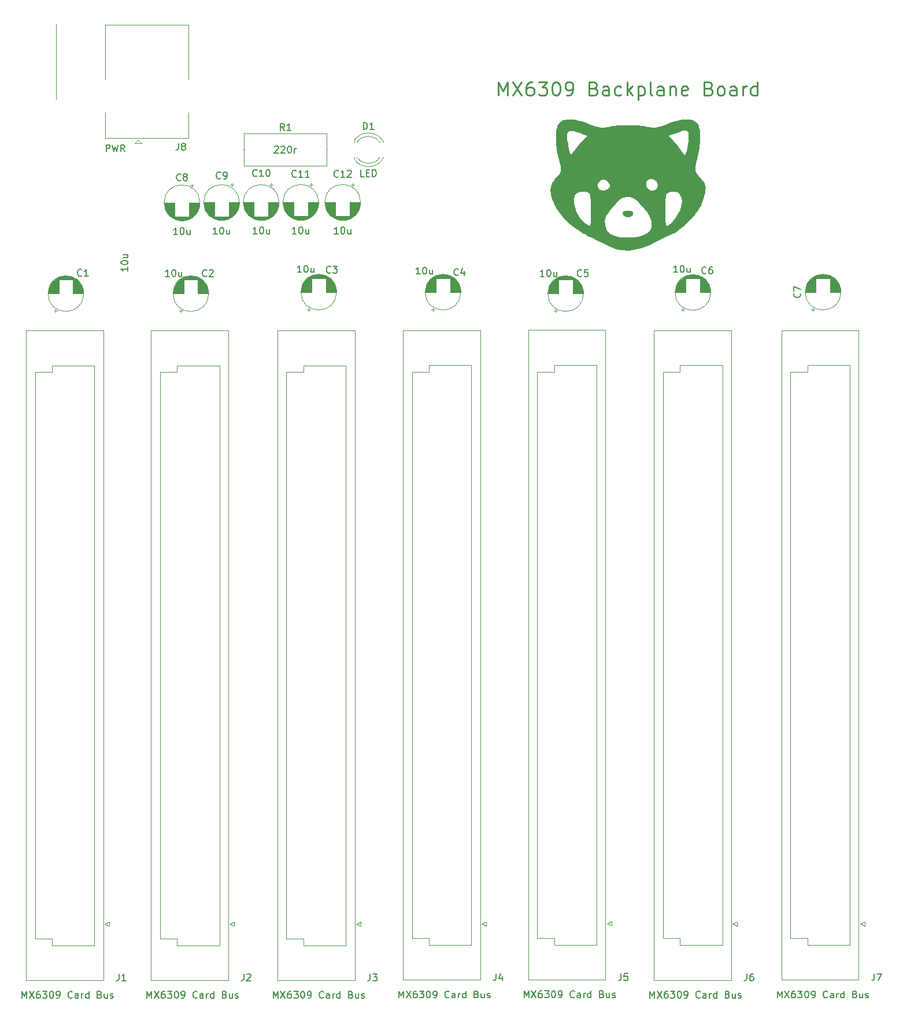
<source format=gbr>
%TF.GenerationSoftware,KiCad,Pcbnew,7.0.5*%
%TF.CreationDate,2023-11-05T11:43:02-07:00*%
%TF.ProjectId,new_backplane,6e65775f-6261-4636-9b70-6c616e652e6b,rev?*%
%TF.SameCoordinates,Original*%
%TF.FileFunction,Legend,Top*%
%TF.FilePolarity,Positive*%
%FSLAX46Y46*%
G04 Gerber Fmt 4.6, Leading zero omitted, Abs format (unit mm)*
G04 Created by KiCad (PCBNEW 7.0.5) date 2023-11-05 11:43:02*
%MOMM*%
%LPD*%
G01*
G04 APERTURE LIST*
%ADD10C,0.250000*%
%ADD11C,0.000000*%
%ADD12C,0.089518*%
%ADD13C,0.150000*%
%ADD14C,0.120000*%
G04 APERTURE END LIST*
D10*
X104783170Y-60425602D02*
X104783170Y-58425602D01*
X104783170Y-58425602D02*
X105449837Y-59854173D01*
X105449837Y-59854173D02*
X106116503Y-58425602D01*
X106116503Y-58425602D02*
X106116503Y-60425602D01*
X106878408Y-58425602D02*
X108211741Y-60425602D01*
X108211741Y-58425602D02*
X106878408Y-60425602D01*
X109830789Y-58425602D02*
X109449836Y-58425602D01*
X109449836Y-58425602D02*
X109259360Y-58520840D01*
X109259360Y-58520840D02*
X109164122Y-58616078D01*
X109164122Y-58616078D02*
X108973646Y-58901792D01*
X108973646Y-58901792D02*
X108878408Y-59282744D01*
X108878408Y-59282744D02*
X108878408Y-60044649D01*
X108878408Y-60044649D02*
X108973646Y-60235125D01*
X108973646Y-60235125D02*
X109068884Y-60330364D01*
X109068884Y-60330364D02*
X109259360Y-60425602D01*
X109259360Y-60425602D02*
X109640313Y-60425602D01*
X109640313Y-60425602D02*
X109830789Y-60330364D01*
X109830789Y-60330364D02*
X109926027Y-60235125D01*
X109926027Y-60235125D02*
X110021265Y-60044649D01*
X110021265Y-60044649D02*
X110021265Y-59568459D01*
X110021265Y-59568459D02*
X109926027Y-59377983D01*
X109926027Y-59377983D02*
X109830789Y-59282744D01*
X109830789Y-59282744D02*
X109640313Y-59187506D01*
X109640313Y-59187506D02*
X109259360Y-59187506D01*
X109259360Y-59187506D02*
X109068884Y-59282744D01*
X109068884Y-59282744D02*
X108973646Y-59377983D01*
X108973646Y-59377983D02*
X108878408Y-59568459D01*
X110687932Y-58425602D02*
X111926027Y-58425602D01*
X111926027Y-58425602D02*
X111259360Y-59187506D01*
X111259360Y-59187506D02*
X111545075Y-59187506D01*
X111545075Y-59187506D02*
X111735551Y-59282744D01*
X111735551Y-59282744D02*
X111830789Y-59377983D01*
X111830789Y-59377983D02*
X111926027Y-59568459D01*
X111926027Y-59568459D02*
X111926027Y-60044649D01*
X111926027Y-60044649D02*
X111830789Y-60235125D01*
X111830789Y-60235125D02*
X111735551Y-60330364D01*
X111735551Y-60330364D02*
X111545075Y-60425602D01*
X111545075Y-60425602D02*
X110973646Y-60425602D01*
X110973646Y-60425602D02*
X110783170Y-60330364D01*
X110783170Y-60330364D02*
X110687932Y-60235125D01*
X113164122Y-58425602D02*
X113354599Y-58425602D01*
X113354599Y-58425602D02*
X113545075Y-58520840D01*
X113545075Y-58520840D02*
X113640313Y-58616078D01*
X113640313Y-58616078D02*
X113735551Y-58806554D01*
X113735551Y-58806554D02*
X113830789Y-59187506D01*
X113830789Y-59187506D02*
X113830789Y-59663697D01*
X113830789Y-59663697D02*
X113735551Y-60044649D01*
X113735551Y-60044649D02*
X113640313Y-60235125D01*
X113640313Y-60235125D02*
X113545075Y-60330364D01*
X113545075Y-60330364D02*
X113354599Y-60425602D01*
X113354599Y-60425602D02*
X113164122Y-60425602D01*
X113164122Y-60425602D02*
X112973646Y-60330364D01*
X112973646Y-60330364D02*
X112878408Y-60235125D01*
X112878408Y-60235125D02*
X112783170Y-60044649D01*
X112783170Y-60044649D02*
X112687932Y-59663697D01*
X112687932Y-59663697D02*
X112687932Y-59187506D01*
X112687932Y-59187506D02*
X112783170Y-58806554D01*
X112783170Y-58806554D02*
X112878408Y-58616078D01*
X112878408Y-58616078D02*
X112973646Y-58520840D01*
X112973646Y-58520840D02*
X113164122Y-58425602D01*
X114783170Y-60425602D02*
X115164122Y-60425602D01*
X115164122Y-60425602D02*
X115354599Y-60330364D01*
X115354599Y-60330364D02*
X115449837Y-60235125D01*
X115449837Y-60235125D02*
X115640313Y-59949411D01*
X115640313Y-59949411D02*
X115735551Y-59568459D01*
X115735551Y-59568459D02*
X115735551Y-58806554D01*
X115735551Y-58806554D02*
X115640313Y-58616078D01*
X115640313Y-58616078D02*
X115545075Y-58520840D01*
X115545075Y-58520840D02*
X115354599Y-58425602D01*
X115354599Y-58425602D02*
X114973646Y-58425602D01*
X114973646Y-58425602D02*
X114783170Y-58520840D01*
X114783170Y-58520840D02*
X114687932Y-58616078D01*
X114687932Y-58616078D02*
X114592694Y-58806554D01*
X114592694Y-58806554D02*
X114592694Y-59282744D01*
X114592694Y-59282744D02*
X114687932Y-59473221D01*
X114687932Y-59473221D02*
X114783170Y-59568459D01*
X114783170Y-59568459D02*
X114973646Y-59663697D01*
X114973646Y-59663697D02*
X115354599Y-59663697D01*
X115354599Y-59663697D02*
X115545075Y-59568459D01*
X115545075Y-59568459D02*
X115640313Y-59473221D01*
X115640313Y-59473221D02*
X115735551Y-59282744D01*
X118783171Y-59377983D02*
X119068885Y-59473221D01*
X119068885Y-59473221D02*
X119164123Y-59568459D01*
X119164123Y-59568459D02*
X119259361Y-59758935D01*
X119259361Y-59758935D02*
X119259361Y-60044649D01*
X119259361Y-60044649D02*
X119164123Y-60235125D01*
X119164123Y-60235125D02*
X119068885Y-60330364D01*
X119068885Y-60330364D02*
X118878409Y-60425602D01*
X118878409Y-60425602D02*
X118116504Y-60425602D01*
X118116504Y-60425602D02*
X118116504Y-58425602D01*
X118116504Y-58425602D02*
X118783171Y-58425602D01*
X118783171Y-58425602D02*
X118973647Y-58520840D01*
X118973647Y-58520840D02*
X119068885Y-58616078D01*
X119068885Y-58616078D02*
X119164123Y-58806554D01*
X119164123Y-58806554D02*
X119164123Y-58997030D01*
X119164123Y-58997030D02*
X119068885Y-59187506D01*
X119068885Y-59187506D02*
X118973647Y-59282744D01*
X118973647Y-59282744D02*
X118783171Y-59377983D01*
X118783171Y-59377983D02*
X118116504Y-59377983D01*
X120973647Y-60425602D02*
X120973647Y-59377983D01*
X120973647Y-59377983D02*
X120878409Y-59187506D01*
X120878409Y-59187506D02*
X120687933Y-59092268D01*
X120687933Y-59092268D02*
X120306980Y-59092268D01*
X120306980Y-59092268D02*
X120116504Y-59187506D01*
X120973647Y-60330364D02*
X120783171Y-60425602D01*
X120783171Y-60425602D02*
X120306980Y-60425602D01*
X120306980Y-60425602D02*
X120116504Y-60330364D01*
X120116504Y-60330364D02*
X120021266Y-60139887D01*
X120021266Y-60139887D02*
X120021266Y-59949411D01*
X120021266Y-59949411D02*
X120116504Y-59758935D01*
X120116504Y-59758935D02*
X120306980Y-59663697D01*
X120306980Y-59663697D02*
X120783171Y-59663697D01*
X120783171Y-59663697D02*
X120973647Y-59568459D01*
X122783171Y-60330364D02*
X122592695Y-60425602D01*
X122592695Y-60425602D02*
X122211742Y-60425602D01*
X122211742Y-60425602D02*
X122021266Y-60330364D01*
X122021266Y-60330364D02*
X121926028Y-60235125D01*
X121926028Y-60235125D02*
X121830790Y-60044649D01*
X121830790Y-60044649D02*
X121830790Y-59473221D01*
X121830790Y-59473221D02*
X121926028Y-59282744D01*
X121926028Y-59282744D02*
X122021266Y-59187506D01*
X122021266Y-59187506D02*
X122211742Y-59092268D01*
X122211742Y-59092268D02*
X122592695Y-59092268D01*
X122592695Y-59092268D02*
X122783171Y-59187506D01*
X123640314Y-60425602D02*
X123640314Y-58425602D01*
X123830790Y-59663697D02*
X124402219Y-60425602D01*
X124402219Y-59092268D02*
X123640314Y-59854173D01*
X125259362Y-59092268D02*
X125259362Y-61092268D01*
X125259362Y-59187506D02*
X125449838Y-59092268D01*
X125449838Y-59092268D02*
X125830791Y-59092268D01*
X125830791Y-59092268D02*
X126021267Y-59187506D01*
X126021267Y-59187506D02*
X126116505Y-59282744D01*
X126116505Y-59282744D02*
X126211743Y-59473221D01*
X126211743Y-59473221D02*
X126211743Y-60044649D01*
X126211743Y-60044649D02*
X126116505Y-60235125D01*
X126116505Y-60235125D02*
X126021267Y-60330364D01*
X126021267Y-60330364D02*
X125830791Y-60425602D01*
X125830791Y-60425602D02*
X125449838Y-60425602D01*
X125449838Y-60425602D02*
X125259362Y-60330364D01*
X127354600Y-60425602D02*
X127164124Y-60330364D01*
X127164124Y-60330364D02*
X127068886Y-60139887D01*
X127068886Y-60139887D02*
X127068886Y-58425602D01*
X128973648Y-60425602D02*
X128973648Y-59377983D01*
X128973648Y-59377983D02*
X128878410Y-59187506D01*
X128878410Y-59187506D02*
X128687934Y-59092268D01*
X128687934Y-59092268D02*
X128306981Y-59092268D01*
X128306981Y-59092268D02*
X128116505Y-59187506D01*
X128973648Y-60330364D02*
X128783172Y-60425602D01*
X128783172Y-60425602D02*
X128306981Y-60425602D01*
X128306981Y-60425602D02*
X128116505Y-60330364D01*
X128116505Y-60330364D02*
X128021267Y-60139887D01*
X128021267Y-60139887D02*
X128021267Y-59949411D01*
X128021267Y-59949411D02*
X128116505Y-59758935D01*
X128116505Y-59758935D02*
X128306981Y-59663697D01*
X128306981Y-59663697D02*
X128783172Y-59663697D01*
X128783172Y-59663697D02*
X128973648Y-59568459D01*
X129926029Y-59092268D02*
X129926029Y-60425602D01*
X129926029Y-59282744D02*
X130021267Y-59187506D01*
X130021267Y-59187506D02*
X130211743Y-59092268D01*
X130211743Y-59092268D02*
X130497458Y-59092268D01*
X130497458Y-59092268D02*
X130687934Y-59187506D01*
X130687934Y-59187506D02*
X130783172Y-59377983D01*
X130783172Y-59377983D02*
X130783172Y-60425602D01*
X132497458Y-60330364D02*
X132306982Y-60425602D01*
X132306982Y-60425602D02*
X131926029Y-60425602D01*
X131926029Y-60425602D02*
X131735553Y-60330364D01*
X131735553Y-60330364D02*
X131640315Y-60139887D01*
X131640315Y-60139887D02*
X131640315Y-59377983D01*
X131640315Y-59377983D02*
X131735553Y-59187506D01*
X131735553Y-59187506D02*
X131926029Y-59092268D01*
X131926029Y-59092268D02*
X132306982Y-59092268D01*
X132306982Y-59092268D02*
X132497458Y-59187506D01*
X132497458Y-59187506D02*
X132592696Y-59377983D01*
X132592696Y-59377983D02*
X132592696Y-59568459D01*
X132592696Y-59568459D02*
X131640315Y-59758935D01*
X135640316Y-59377983D02*
X135926030Y-59473221D01*
X135926030Y-59473221D02*
X136021268Y-59568459D01*
X136021268Y-59568459D02*
X136116506Y-59758935D01*
X136116506Y-59758935D02*
X136116506Y-60044649D01*
X136116506Y-60044649D02*
X136021268Y-60235125D01*
X136021268Y-60235125D02*
X135926030Y-60330364D01*
X135926030Y-60330364D02*
X135735554Y-60425602D01*
X135735554Y-60425602D02*
X134973649Y-60425602D01*
X134973649Y-60425602D02*
X134973649Y-58425602D01*
X134973649Y-58425602D02*
X135640316Y-58425602D01*
X135640316Y-58425602D02*
X135830792Y-58520840D01*
X135830792Y-58520840D02*
X135926030Y-58616078D01*
X135926030Y-58616078D02*
X136021268Y-58806554D01*
X136021268Y-58806554D02*
X136021268Y-58997030D01*
X136021268Y-58997030D02*
X135926030Y-59187506D01*
X135926030Y-59187506D02*
X135830792Y-59282744D01*
X135830792Y-59282744D02*
X135640316Y-59377983D01*
X135640316Y-59377983D02*
X134973649Y-59377983D01*
X137259363Y-60425602D02*
X137068887Y-60330364D01*
X137068887Y-60330364D02*
X136973649Y-60235125D01*
X136973649Y-60235125D02*
X136878411Y-60044649D01*
X136878411Y-60044649D02*
X136878411Y-59473221D01*
X136878411Y-59473221D02*
X136973649Y-59282744D01*
X136973649Y-59282744D02*
X137068887Y-59187506D01*
X137068887Y-59187506D02*
X137259363Y-59092268D01*
X137259363Y-59092268D02*
X137545078Y-59092268D01*
X137545078Y-59092268D02*
X137735554Y-59187506D01*
X137735554Y-59187506D02*
X137830792Y-59282744D01*
X137830792Y-59282744D02*
X137926030Y-59473221D01*
X137926030Y-59473221D02*
X137926030Y-60044649D01*
X137926030Y-60044649D02*
X137830792Y-60235125D01*
X137830792Y-60235125D02*
X137735554Y-60330364D01*
X137735554Y-60330364D02*
X137545078Y-60425602D01*
X137545078Y-60425602D02*
X137259363Y-60425602D01*
X139640316Y-60425602D02*
X139640316Y-59377983D01*
X139640316Y-59377983D02*
X139545078Y-59187506D01*
X139545078Y-59187506D02*
X139354602Y-59092268D01*
X139354602Y-59092268D02*
X138973649Y-59092268D01*
X138973649Y-59092268D02*
X138783173Y-59187506D01*
X139640316Y-60330364D02*
X139449840Y-60425602D01*
X139449840Y-60425602D02*
X138973649Y-60425602D01*
X138973649Y-60425602D02*
X138783173Y-60330364D01*
X138783173Y-60330364D02*
X138687935Y-60139887D01*
X138687935Y-60139887D02*
X138687935Y-59949411D01*
X138687935Y-59949411D02*
X138783173Y-59758935D01*
X138783173Y-59758935D02*
X138973649Y-59663697D01*
X138973649Y-59663697D02*
X139449840Y-59663697D01*
X139449840Y-59663697D02*
X139640316Y-59568459D01*
X140592697Y-60425602D02*
X140592697Y-59092268D01*
X140592697Y-59473221D02*
X140687935Y-59282744D01*
X140687935Y-59282744D02*
X140783173Y-59187506D01*
X140783173Y-59187506D02*
X140973649Y-59092268D01*
X140973649Y-59092268D02*
X141164126Y-59092268D01*
X142687935Y-60425602D02*
X142687935Y-58425602D01*
X142687935Y-60330364D02*
X142497459Y-60425602D01*
X142497459Y-60425602D02*
X142116506Y-60425602D01*
X142116506Y-60425602D02*
X141926030Y-60330364D01*
X141926030Y-60330364D02*
X141830792Y-60235125D01*
X141830792Y-60235125D02*
X141735554Y-60044649D01*
X141735554Y-60044649D02*
X141735554Y-59473221D01*
X141735554Y-59473221D02*
X141830792Y-59282744D01*
X141830792Y-59282744D02*
X141926030Y-59187506D01*
X141926030Y-59187506D02*
X142116506Y-59092268D01*
X142116506Y-59092268D02*
X142497459Y-59092268D01*
X142497459Y-59092268D02*
X142687935Y-59187506D01*
D11*
G36*
X123913826Y-77342591D02*
G01*
X124020628Y-77346538D01*
X124069877Y-77349574D01*
X124116423Y-77353352D01*
X124160314Y-77357896D01*
X124201599Y-77363229D01*
X124240326Y-77369376D01*
X124276543Y-77376361D01*
X124310299Y-77384209D01*
X124341642Y-77392943D01*
X124370621Y-77402588D01*
X124397285Y-77413167D01*
X124421681Y-77424707D01*
X124443858Y-77437229D01*
X124463865Y-77450760D01*
X124481750Y-77465322D01*
X124497561Y-77480940D01*
X124511348Y-77497639D01*
X124523157Y-77515442D01*
X124533039Y-77534374D01*
X124541041Y-77554460D01*
X124547211Y-77575722D01*
X124551599Y-77598186D01*
X124554252Y-77621876D01*
X124555219Y-77646815D01*
X124554549Y-77673029D01*
X124552290Y-77700541D01*
X124548490Y-77729376D01*
X124543198Y-77759557D01*
X124536462Y-77791110D01*
X124523200Y-77848781D01*
X124503544Y-77902731D01*
X124477919Y-77952960D01*
X124446752Y-77999469D01*
X124410468Y-78042257D01*
X124369495Y-78081324D01*
X124324259Y-78116671D01*
X124275186Y-78148297D01*
X124222702Y-78176202D01*
X124167234Y-78200387D01*
X124109208Y-78220851D01*
X124049050Y-78237594D01*
X123987187Y-78250616D01*
X123924044Y-78259918D01*
X123860050Y-78265499D01*
X123795629Y-78267360D01*
X123731207Y-78265499D01*
X123667213Y-78259918D01*
X123604071Y-78250616D01*
X123542207Y-78237594D01*
X123482050Y-78220851D01*
X123424023Y-78200387D01*
X123368555Y-78176202D01*
X123316071Y-78148297D01*
X123266998Y-78116671D01*
X123221762Y-78081324D01*
X123180789Y-78042257D01*
X123144506Y-77999469D01*
X123113338Y-77952960D01*
X123087713Y-77902731D01*
X123068057Y-77848781D01*
X123054795Y-77791110D01*
X123042768Y-77729376D01*
X123036709Y-77673029D01*
X123036038Y-77646815D01*
X123037006Y-77621876D01*
X123039659Y-77598186D01*
X123044047Y-77575722D01*
X123050217Y-77554460D01*
X123058219Y-77534374D01*
X123068100Y-77515442D01*
X123079910Y-77497639D01*
X123093696Y-77480940D01*
X123109508Y-77465322D01*
X123127393Y-77450760D01*
X123147399Y-77437229D01*
X123169577Y-77424707D01*
X123193973Y-77413167D01*
X123220636Y-77402588D01*
X123249615Y-77392943D01*
X123314715Y-77376361D01*
X123389658Y-77363229D01*
X123474834Y-77353352D01*
X123570629Y-77346538D01*
X123677432Y-77342591D01*
X123795629Y-77341318D01*
X123913826Y-77342591D01*
G37*
G36*
X132620325Y-63950672D02*
G01*
X132753787Y-63959826D01*
X132882099Y-63973907D01*
X133005120Y-63992930D01*
X133122711Y-64016909D01*
X133234730Y-64045858D01*
X133341037Y-64079792D01*
X133441492Y-64118727D01*
X133535954Y-64162675D01*
X133624283Y-64211652D01*
X133706338Y-64265672D01*
X133781978Y-64324751D01*
X133851064Y-64388901D01*
X133913454Y-64458139D01*
X133969009Y-64532478D01*
X134062033Y-64685976D01*
X134142693Y-64867496D01*
X134211029Y-65075294D01*
X134267078Y-65307625D01*
X134310880Y-65562745D01*
X134342474Y-65838910D01*
X134361898Y-66134376D01*
X134369191Y-66447400D01*
X134364391Y-66776237D01*
X134347538Y-67119142D01*
X134318670Y-67474372D01*
X134277827Y-67840183D01*
X134225045Y-68214831D01*
X134160366Y-68596571D01*
X134083827Y-68983660D01*
X133995466Y-69374354D01*
X133831342Y-70074001D01*
X133768503Y-70360398D01*
X133719307Y-70610867D01*
X133700019Y-70724118D01*
X133684374Y-70830175D01*
X133672449Y-70929634D01*
X133664323Y-71023090D01*
X133660073Y-71111139D01*
X133659776Y-71194378D01*
X133663509Y-71273401D01*
X133671351Y-71348806D01*
X133683379Y-71421188D01*
X133699670Y-71491142D01*
X133720302Y-71559266D01*
X133745352Y-71626153D01*
X133774898Y-71692402D01*
X133809017Y-71758606D01*
X133847787Y-71825363D01*
X133891286Y-71893269D01*
X133939590Y-71962918D01*
X133992778Y-72034907D01*
X134114115Y-72188289D01*
X134255915Y-72358182D01*
X134418799Y-72549352D01*
X134545704Y-72692554D01*
X134658888Y-72825563D01*
X134758895Y-72949968D01*
X134846268Y-73067357D01*
X134921547Y-73179321D01*
X134985277Y-73287447D01*
X135038000Y-73393325D01*
X135060404Y-73445918D01*
X135080259Y-73498545D01*
X135097633Y-73551404D01*
X135112595Y-73604695D01*
X135125212Y-73658615D01*
X135135553Y-73713364D01*
X135149673Y-73826141D01*
X135155500Y-73944616D01*
X135153575Y-74070377D01*
X135144441Y-74205013D01*
X135128641Y-74350114D01*
X135106718Y-74507269D01*
X135094070Y-74615609D01*
X135076228Y-74731545D01*
X135053581Y-74853992D01*
X135026515Y-74981865D01*
X134960679Y-75249549D01*
X134881820Y-75525915D01*
X134793040Y-75802280D01*
X134697439Y-76069964D01*
X134598117Y-76320285D01*
X134498175Y-76544561D01*
X134370153Y-76793518D01*
X134206979Y-77061584D01*
X134012566Y-77344919D01*
X133790829Y-77639688D01*
X133545682Y-77942053D01*
X133281041Y-78248178D01*
X133000819Y-78554225D01*
X132708931Y-78856358D01*
X132409292Y-79150739D01*
X132105815Y-79433532D01*
X131802417Y-79700899D01*
X131503010Y-79949004D01*
X131211509Y-80174010D01*
X130931830Y-80372079D01*
X130667886Y-80539374D01*
X130423592Y-80672060D01*
X129186664Y-81267373D01*
X128354880Y-81676650D01*
X127513175Y-82100810D01*
X127037138Y-82329943D01*
X126571062Y-82531171D01*
X126114365Y-82704494D01*
X125666466Y-82849912D01*
X125226784Y-82967424D01*
X124794736Y-83057031D01*
X124369743Y-83118733D01*
X123951222Y-83152529D01*
X123538592Y-83158420D01*
X123131272Y-83136406D01*
X122728680Y-83086487D01*
X122330236Y-83008662D01*
X121935357Y-82902932D01*
X121543462Y-82769297D01*
X121153971Y-82607756D01*
X120766301Y-82418311D01*
X120137915Y-82099157D01*
X119390467Y-81730394D01*
X118623176Y-81361631D01*
X117935259Y-81042476D01*
X117558816Y-80853903D01*
X117184659Y-80646377D01*
X116814456Y-80421410D01*
X116449872Y-80180514D01*
X116092575Y-79925200D01*
X115744230Y-79656980D01*
X115406506Y-79377365D01*
X115081067Y-79087868D01*
X114769581Y-78789998D01*
X114473714Y-78485269D01*
X114195133Y-78175191D01*
X113935504Y-77861276D01*
X113696494Y-77545036D01*
X113479769Y-77227982D01*
X113286997Y-76911625D01*
X113119843Y-76597478D01*
X112957379Y-76258997D01*
X112817277Y-75937260D01*
X112774027Y-75824730D01*
X115872612Y-75824730D01*
X115875495Y-75963628D01*
X115902050Y-76253003D01*
X115955193Y-76554005D01*
X116033567Y-76862061D01*
X116135815Y-77172598D01*
X116260581Y-77481042D01*
X116406509Y-77782819D01*
X116572242Y-78073357D01*
X116756423Y-78348081D01*
X116957696Y-78602420D01*
X117064319Y-78720515D01*
X117174705Y-78831798D01*
X117288686Y-78935698D01*
X117406093Y-79031644D01*
X117470824Y-79085549D01*
X117535749Y-79137942D01*
X117600441Y-79188553D01*
X117664475Y-79237109D01*
X117727423Y-79283340D01*
X117788860Y-79326975D01*
X117848359Y-79367741D01*
X117905494Y-79405368D01*
X117959838Y-79439584D01*
X118010965Y-79470119D01*
X118058449Y-79496700D01*
X118101864Y-79519056D01*
X118140783Y-79536917D01*
X118174779Y-79550011D01*
X118203428Y-79558066D01*
X118215613Y-79560119D01*
X118226301Y-79560811D01*
X118247776Y-79548427D01*
X118267565Y-79512281D01*
X118302162Y-79374724D01*
X118330248Y-79160196D01*
X118350290Y-78902453D01*
X120406168Y-78902453D01*
X120410709Y-79041849D01*
X120422343Y-79190393D01*
X120457179Y-79458038D01*
X120512518Y-79705607D01*
X120548082Y-79821984D01*
X120589019Y-79933487D01*
X120635410Y-80040165D01*
X120687339Y-80142066D01*
X120744888Y-80239239D01*
X120808139Y-80331732D01*
X120877175Y-80419593D01*
X120952078Y-80502871D01*
X121032930Y-80581615D01*
X121119813Y-80655872D01*
X121212810Y-80725692D01*
X121312004Y-80791123D01*
X121417476Y-80852212D01*
X121529310Y-80909009D01*
X121772389Y-81009921D01*
X122041901Y-81094244D01*
X122338504Y-81162366D01*
X122662858Y-81214676D01*
X123015621Y-81251560D01*
X123397451Y-81273406D01*
X123809009Y-81280602D01*
X124145484Y-81274826D01*
X124465274Y-81257651D01*
X124768282Y-81229304D01*
X125054411Y-81190013D01*
X125323564Y-81140006D01*
X125575645Y-81079510D01*
X125810557Y-81008753D01*
X126028202Y-80927962D01*
X126228483Y-80837366D01*
X126411305Y-80737192D01*
X126576569Y-80627668D01*
X126724180Y-80509021D01*
X126854039Y-80381480D01*
X126966051Y-80245271D01*
X127060118Y-80100623D01*
X127136144Y-79947764D01*
X127194031Y-79786920D01*
X127233683Y-79618320D01*
X127255003Y-79442191D01*
X127257894Y-79258762D01*
X127242258Y-79068259D01*
X127208000Y-78870911D01*
X127155022Y-78666945D01*
X127083228Y-78456588D01*
X126992519Y-78240070D01*
X126882801Y-78017616D01*
X126753975Y-77789456D01*
X126605944Y-77555816D01*
X126479075Y-77374691D01*
X129236275Y-77374691D01*
X129251623Y-78189267D01*
X129292086Y-78888191D01*
X129321444Y-79164731D01*
X129356733Y-79376895D01*
X129397835Y-79512862D01*
X129420530Y-79548578D01*
X129444634Y-79560811D01*
X129493883Y-79556226D01*
X129547167Y-79542737D01*
X129604181Y-79520741D01*
X129664621Y-79490635D01*
X129794555Y-79407681D01*
X129934527Y-79297055D01*
X130082096Y-79161934D01*
X130234819Y-79005496D01*
X130390255Y-78830920D01*
X130545962Y-78641384D01*
X130699499Y-78440065D01*
X130848424Y-78230143D01*
X130990295Y-78014794D01*
X131122671Y-77797197D01*
X131243109Y-77580531D01*
X131349168Y-77367973D01*
X131438407Y-77162701D01*
X131508383Y-76967893D01*
X131550247Y-76813982D01*
X131586569Y-76669256D01*
X131617388Y-76532978D01*
X131642742Y-76404414D01*
X131662669Y-76282826D01*
X131677210Y-76167478D01*
X131686402Y-76057633D01*
X131690284Y-75952556D01*
X131688895Y-75851509D01*
X131682274Y-75753756D01*
X131670460Y-75658562D01*
X131653490Y-75565189D01*
X131631405Y-75472902D01*
X131604243Y-75380963D01*
X131572042Y-75288636D01*
X131534842Y-75195186D01*
X131489813Y-75109274D01*
X131443737Y-75030028D01*
X131396188Y-74957294D01*
X131346740Y-74890915D01*
X131294967Y-74830738D01*
X131240442Y-74776607D01*
X131182739Y-74728367D01*
X131152562Y-74706408D01*
X131121431Y-74685863D01*
X131089292Y-74666714D01*
X131056093Y-74648940D01*
X131021779Y-74632523D01*
X130986297Y-74617444D01*
X130911618Y-74591218D01*
X130831629Y-74570108D01*
X130745904Y-74553959D01*
X130654017Y-74542616D01*
X130555541Y-74535924D01*
X130450049Y-74533728D01*
X130370448Y-74535549D01*
X130290731Y-74540859D01*
X130211401Y-74549424D01*
X130132963Y-74561013D01*
X130055920Y-74575392D01*
X129980776Y-74592329D01*
X129908035Y-74611591D01*
X129838201Y-74632946D01*
X129771778Y-74656162D01*
X129709269Y-74681006D01*
X129651178Y-74707244D01*
X129598010Y-74734646D01*
X129550267Y-74762977D01*
X129508455Y-74792007D01*
X129473076Y-74821501D01*
X129457956Y-74836350D01*
X129444634Y-74851228D01*
X129418277Y-74904312D01*
X129393765Y-74978242D01*
X129350222Y-75182732D01*
X129313887Y-75452877D01*
X129284644Y-75776856D01*
X129246972Y-76539031D01*
X129236275Y-77374691D01*
X126479075Y-77374691D01*
X126438613Y-77316925D01*
X126251883Y-77073009D01*
X126045659Y-76824298D01*
X125819843Y-76571018D01*
X125647831Y-76387005D01*
X125488028Y-76221324D01*
X125339000Y-76073084D01*
X125199312Y-75941393D01*
X125067531Y-75825360D01*
X124942222Y-75724094D01*
X124821951Y-75636702D01*
X124705285Y-75562295D01*
X124647856Y-75529681D01*
X124590790Y-75499980D01*
X124533907Y-75473078D01*
X124477030Y-75448865D01*
X124419979Y-75427230D01*
X124362573Y-75408060D01*
X124304635Y-75391245D01*
X124245985Y-75376673D01*
X124125831Y-75353813D01*
X124000677Y-75338588D01*
X123869089Y-75330106D01*
X123729634Y-75327477D01*
X123586387Y-75330158D01*
X123453062Y-75339001D01*
X123327798Y-75355208D01*
X123208736Y-75379980D01*
X123094014Y-75414520D01*
X122981773Y-75460027D01*
X122870152Y-75517705D01*
X122757291Y-75588753D01*
X122641329Y-75674375D01*
X122520406Y-75775771D01*
X122392662Y-75894142D01*
X122256236Y-76030691D01*
X122109268Y-76186618D01*
X121949898Y-76363125D01*
X121586509Y-76782686D01*
X121398155Y-77005644D01*
X121229374Y-77209533D01*
X121079273Y-77396369D01*
X120946962Y-77568168D01*
X120831549Y-77726944D01*
X120732143Y-77874712D01*
X120647852Y-78013489D01*
X120611097Y-78080136D01*
X120577786Y-78145290D01*
X120547808Y-78209204D01*
X120521051Y-78272130D01*
X120497405Y-78334319D01*
X120476758Y-78396024D01*
X120458998Y-78457496D01*
X120444015Y-78518988D01*
X120431695Y-78580751D01*
X120421929Y-78643037D01*
X120414605Y-78706098D01*
X120409611Y-78770187D01*
X120406168Y-78902453D01*
X118350290Y-78902453D01*
X118351978Y-78880749D01*
X118376989Y-78175314D01*
X118378436Y-77354847D01*
X118357559Y-76515777D01*
X118315598Y-75754532D01*
X118287098Y-75433227D01*
X118253793Y-75167539D01*
X118215836Y-74969522D01*
X118173384Y-74851228D01*
X118145615Y-74815109D01*
X118112148Y-74781174D01*
X118073332Y-74749439D01*
X118029517Y-74719918D01*
X117981051Y-74692626D01*
X117928283Y-74667577D01*
X117811236Y-74624265D01*
X117681166Y-74590101D01*
X117540865Y-74565199D01*
X117393122Y-74549677D01*
X117240728Y-74543650D01*
X117086474Y-74547235D01*
X116933150Y-74560548D01*
X116783547Y-74583705D01*
X116640455Y-74616824D01*
X116506664Y-74660019D01*
X116444129Y-74685431D01*
X116384966Y-74713407D01*
X116329524Y-74743960D01*
X116278151Y-74777105D01*
X116231197Y-74812856D01*
X116189009Y-74851228D01*
X116121388Y-74927950D01*
X116062279Y-75013867D01*
X116011513Y-75108407D01*
X115968920Y-75210999D01*
X115934329Y-75321072D01*
X115907573Y-75438053D01*
X115888481Y-75561370D01*
X115876884Y-75690453D01*
X115872612Y-75824730D01*
X112774027Y-75824730D01*
X112699578Y-75631025D01*
X112604319Y-75339054D01*
X112565117Y-75198029D01*
X112531539Y-75060104D01*
X112503591Y-74925126D01*
X112481277Y-74792937D01*
X112464603Y-74663384D01*
X112453572Y-74536312D01*
X112448191Y-74411565D01*
X112448463Y-74288989D01*
X112454393Y-74168428D01*
X112465987Y-74049727D01*
X112483250Y-73932731D01*
X112506185Y-73817286D01*
X112534799Y-73703236D01*
X112563596Y-73608513D01*
X119345406Y-73608513D01*
X119349126Y-73681821D01*
X119360360Y-73753298D01*
X119378754Y-73822584D01*
X119403955Y-73889323D01*
X119435609Y-73953155D01*
X119473363Y-74013721D01*
X119516863Y-74070663D01*
X119565754Y-74123624D01*
X119619684Y-74172243D01*
X119678299Y-74216163D01*
X119741245Y-74255026D01*
X119808168Y-74288471D01*
X119878716Y-74316143D01*
X119952533Y-74337680D01*
X120029267Y-74352726D01*
X120108563Y-74360922D01*
X120190069Y-74361908D01*
X120273431Y-74355328D01*
X120358294Y-74340821D01*
X120444305Y-74318030D01*
X120531111Y-74286596D01*
X120618358Y-74246161D01*
X120705692Y-74196366D01*
X120792759Y-74136852D01*
X120863156Y-74083742D01*
X120925568Y-74033189D01*
X120980074Y-73984652D01*
X121004386Y-73960970D01*
X121026750Y-73937588D01*
X121047177Y-73914439D01*
X121065675Y-73891454D01*
X121082256Y-73868566D01*
X121096927Y-73845707D01*
X121109699Y-73822810D01*
X121120582Y-73799806D01*
X121129585Y-73776627D01*
X121136717Y-73753207D01*
X121141990Y-73729476D01*
X121145412Y-73705367D01*
X121146993Y-73680813D01*
X121146743Y-73655745D01*
X121144671Y-73630096D01*
X121140787Y-73603797D01*
X121135101Y-73576782D01*
X121127622Y-73548981D01*
X121118361Y-73520328D01*
X121107326Y-73490755D01*
X121094528Y-73460193D01*
X121079977Y-73428575D01*
X121061114Y-73391937D01*
X126445178Y-73391937D01*
X126447738Y-73443115D01*
X126452988Y-73494599D01*
X126460882Y-73546208D01*
X126471378Y-73597764D01*
X126484432Y-73649088D01*
X126500000Y-73700000D01*
X126518039Y-73750320D01*
X126538505Y-73799871D01*
X126561355Y-73848472D01*
X126586545Y-73895944D01*
X126614031Y-73942108D01*
X126643770Y-73986785D01*
X126675719Y-74029795D01*
X126709832Y-74070959D01*
X126746068Y-74110098D01*
X126784382Y-74147033D01*
X126824731Y-74181585D01*
X126867071Y-74213573D01*
X126911358Y-74242820D01*
X126957550Y-74269145D01*
X127026893Y-74300725D01*
X127095888Y-74326144D01*
X127164340Y-74345593D01*
X127232056Y-74359268D01*
X127298841Y-74367362D01*
X127364502Y-74370068D01*
X127428846Y-74367581D01*
X127491678Y-74360095D01*
X127552805Y-74347802D01*
X127612033Y-74330897D01*
X127669168Y-74309574D01*
X127724016Y-74284027D01*
X127776383Y-74254449D01*
X127826077Y-74221033D01*
X127872902Y-74183975D01*
X127916665Y-74143467D01*
X127957173Y-74099704D01*
X127994232Y-74052878D01*
X128027647Y-74003185D01*
X128057225Y-73950817D01*
X128082773Y-73895969D01*
X128104096Y-73838835D01*
X128121000Y-73779607D01*
X128133293Y-73718480D01*
X128140779Y-73655648D01*
X128143266Y-73591304D01*
X128140559Y-73525643D01*
X128132465Y-73458858D01*
X128118790Y-73391142D01*
X128099341Y-73322690D01*
X128073922Y-73253695D01*
X128042341Y-73184352D01*
X128016016Y-73138161D01*
X127986770Y-73093873D01*
X127954781Y-73051533D01*
X127920230Y-73011185D01*
X127883295Y-72972871D01*
X127844156Y-72936635D01*
X127802991Y-72902521D01*
X127759981Y-72870573D01*
X127715305Y-72840834D01*
X127669141Y-72813348D01*
X127621669Y-72788158D01*
X127573068Y-72765308D01*
X127523518Y-72744842D01*
X127473197Y-72726803D01*
X127422285Y-72711235D01*
X127370962Y-72698181D01*
X127319405Y-72687685D01*
X127267796Y-72679791D01*
X127216313Y-72674541D01*
X127165135Y-72671981D01*
X127114441Y-72672153D01*
X127064411Y-72675101D01*
X127015224Y-72680869D01*
X126967059Y-72689499D01*
X126920096Y-72701037D01*
X126874513Y-72715525D01*
X126830490Y-72733007D01*
X126788207Y-72753526D01*
X126747842Y-72777127D01*
X126709575Y-72803853D01*
X126673585Y-72833747D01*
X126640051Y-72866853D01*
X126606945Y-72900387D01*
X126577051Y-72936377D01*
X126550325Y-72974644D01*
X126526724Y-73015009D01*
X126506204Y-73057293D01*
X126488722Y-73101315D01*
X126474234Y-73146898D01*
X126462697Y-73193861D01*
X126454066Y-73242026D01*
X126448298Y-73291213D01*
X126445350Y-73341243D01*
X126445178Y-73391937D01*
X121061114Y-73391937D01*
X121045651Y-73361900D01*
X121004426Y-73290186D01*
X120969090Y-73234608D01*
X120932583Y-73181982D01*
X120894970Y-73132310D01*
X120856321Y-73085599D01*
X120816703Y-73041852D01*
X120776184Y-73001076D01*
X120734831Y-72963274D01*
X120692713Y-72928451D01*
X120649898Y-72896613D01*
X120606453Y-72867763D01*
X120562445Y-72841908D01*
X120517944Y-72819052D01*
X120473016Y-72799199D01*
X120427730Y-72782355D01*
X120382153Y-72768525D01*
X120336353Y-72757712D01*
X120290398Y-72749923D01*
X120244356Y-72745161D01*
X120198294Y-72743433D01*
X120152281Y-72744741D01*
X120106385Y-72749093D01*
X120060672Y-72756491D01*
X120015211Y-72766942D01*
X119970070Y-72780450D01*
X119925317Y-72797020D01*
X119881019Y-72816656D01*
X119837244Y-72839364D01*
X119794060Y-72865148D01*
X119751536Y-72894013D01*
X119709737Y-72925965D01*
X119668734Y-72961007D01*
X119628593Y-72999145D01*
X119559468Y-73074197D01*
X119500687Y-73150286D01*
X119451896Y-73227053D01*
X119412740Y-73304139D01*
X119382867Y-73381187D01*
X119361923Y-73457838D01*
X119349554Y-73533733D01*
X119345406Y-73608513D01*
X112563596Y-73608513D01*
X112569095Y-73590427D01*
X112609079Y-73478702D01*
X112654755Y-73367908D01*
X112706129Y-73257889D01*
X112763204Y-73148490D01*
X112825987Y-73039556D01*
X112894482Y-72930932D01*
X112968693Y-72822463D01*
X113048626Y-72713994D01*
X113225676Y-72496436D01*
X113529223Y-72156509D01*
X113649255Y-72014721D01*
X113749055Y-71885414D01*
X113829321Y-71763858D01*
X113862348Y-71704509D01*
X113890752Y-71645325D01*
X113914621Y-71585715D01*
X113934044Y-71525087D01*
X113949106Y-71462851D01*
X113959895Y-71398415D01*
X113966498Y-71331189D01*
X113969003Y-71260581D01*
X113962065Y-71106857D01*
X113939780Y-70932514D01*
X113902844Y-70732823D01*
X113851956Y-70503057D01*
X113787812Y-70238486D01*
X113622551Y-69586020D01*
X113529831Y-69210681D01*
X113450055Y-68830613D01*
X113383147Y-68448531D01*
X113329029Y-68067146D01*
X113287623Y-67689171D01*
X113258852Y-67317321D01*
X113242639Y-66954307D01*
X113238905Y-66602842D01*
X113244549Y-66383308D01*
X114865880Y-66383308D01*
X114868619Y-66498328D01*
X114875859Y-66621962D01*
X114902970Y-66895499D01*
X114945468Y-67204769D01*
X115002357Y-67564695D01*
X115054557Y-67881524D01*
X115102958Y-68156804D01*
X115148453Y-68392087D01*
X115170389Y-68495214D01*
X115191932Y-68588923D01*
X115213194Y-68673407D01*
X115234287Y-68748861D01*
X115255322Y-68815479D01*
X115276410Y-68873453D01*
X115297663Y-68922979D01*
X115319192Y-68964249D01*
X115341108Y-68997457D01*
X115363524Y-69022798D01*
X115374953Y-69032579D01*
X115386549Y-69040465D01*
X115398326Y-69046481D01*
X115410297Y-69050652D01*
X115422477Y-69053001D01*
X115434878Y-69053552D01*
X115447516Y-69052330D01*
X115460404Y-69049360D01*
X115473556Y-69044664D01*
X115486986Y-69038269D01*
X115514735Y-69020473D01*
X115543764Y-68996165D01*
X115574182Y-68965540D01*
X115606103Y-68928792D01*
X115639637Y-68886113D01*
X115674896Y-68837699D01*
X115711991Y-68783742D01*
X115792134Y-68659977D01*
X115895436Y-68525825D01*
X116023231Y-68365628D01*
X116331223Y-67991905D01*
X116673941Y-67588415D01*
X117009217Y-67204769D01*
X117802968Y-66358103D01*
X129815051Y-66358103D01*
X130476510Y-67072477D01*
X130620893Y-67232674D01*
X130773338Y-67411475D01*
X130929504Y-67602677D01*
X131085050Y-67800081D01*
X131235635Y-67997485D01*
X131376919Y-68188688D01*
X131504559Y-68367488D01*
X131614217Y-68527685D01*
X131663477Y-68600801D01*
X131711885Y-68671088D01*
X131759208Y-68738196D01*
X131805213Y-68801777D01*
X131849667Y-68861483D01*
X131892339Y-68916964D01*
X131932996Y-68967872D01*
X131971404Y-69013858D01*
X132007332Y-69054572D01*
X132040547Y-69089667D01*
X132070817Y-69118793D01*
X132084774Y-69131009D01*
X132097908Y-69141602D01*
X132110189Y-69150528D01*
X132121588Y-69157745D01*
X132132077Y-69163207D01*
X132141626Y-69166872D01*
X132150205Y-69168696D01*
X132157787Y-69168636D01*
X132164342Y-69166647D01*
X132169840Y-69162686D01*
X132192533Y-69135855D01*
X132215884Y-69095623D01*
X132264098Y-68978408D01*
X132313553Y-68817940D01*
X132363317Y-68621118D01*
X132460056Y-68146005D01*
X132546872Y-67608260D01*
X132616326Y-67063073D01*
X132660974Y-66565636D01*
X132671671Y-66352070D01*
X132673377Y-66171138D01*
X132665160Y-66029739D01*
X132646092Y-65934770D01*
X132614414Y-65864083D01*
X132578706Y-65800876D01*
X132559243Y-65772090D01*
X132538657Y-65745189D01*
X132516907Y-65720176D01*
X132493956Y-65697058D01*
X132469765Y-65675839D01*
X132444295Y-65656525D01*
X132417507Y-65639118D01*
X132389363Y-65623626D01*
X132359824Y-65610052D01*
X132328850Y-65598401D01*
X132296403Y-65588679D01*
X132262446Y-65580889D01*
X132226937Y-65575038D01*
X132189840Y-65571129D01*
X132110723Y-65569159D01*
X132024785Y-65575017D01*
X131931716Y-65588744D01*
X131831205Y-65610377D01*
X131722943Y-65639955D01*
X131606620Y-65677517D01*
X131481924Y-65723102D01*
X130450049Y-66119978D01*
X129815051Y-66358103D01*
X117802968Y-66358103D01*
X117088592Y-66067062D01*
X116717162Y-65929848D01*
X116385535Y-65816431D01*
X116091967Y-65727664D01*
X115958911Y-65692790D01*
X115834716Y-65664399D01*
X115719163Y-65642596D01*
X115612036Y-65627489D01*
X115513115Y-65619184D01*
X115422183Y-65617787D01*
X115339022Y-65623405D01*
X115263413Y-65636145D01*
X115195140Y-65656113D01*
X115133983Y-65683415D01*
X115079726Y-65718160D01*
X115032149Y-65760452D01*
X114991034Y-65810399D01*
X114956165Y-65868107D01*
X114927322Y-65933683D01*
X114904288Y-66007233D01*
X114886845Y-66088864D01*
X114874774Y-66178682D01*
X114867859Y-66276795D01*
X114865880Y-66383308D01*
X113244549Y-66383308D01*
X113247574Y-66265641D01*
X113268568Y-65945415D01*
X113301809Y-65644878D01*
X113347219Y-65366742D01*
X113404722Y-65113721D01*
X113474240Y-64888528D01*
X113555695Y-64693876D01*
X113600875Y-64608851D01*
X113649010Y-64532478D01*
X113704564Y-64458139D01*
X113766955Y-64388901D01*
X113836040Y-64324751D01*
X113911681Y-64265672D01*
X114082064Y-64162675D01*
X114276981Y-64079792D01*
X114495308Y-64016909D01*
X114735920Y-63973907D01*
X114997693Y-63950672D01*
X115279504Y-63947087D01*
X115580229Y-63963036D01*
X115898743Y-63998402D01*
X116233923Y-64053069D01*
X116584644Y-64126921D01*
X116949783Y-64219842D01*
X117328216Y-64331715D01*
X117718819Y-64462425D01*
X118120467Y-64611854D01*
X118376660Y-64714858D01*
X118611032Y-64805847D01*
X118825948Y-64885209D01*
X119023772Y-64953331D01*
X119206868Y-65010602D01*
X119377600Y-65057408D01*
X119538333Y-65094137D01*
X119691431Y-65121176D01*
X119839258Y-65138914D01*
X119984178Y-65147738D01*
X120128556Y-65148035D01*
X120274755Y-65140193D01*
X120425140Y-65124600D01*
X120582074Y-65101643D01*
X120747924Y-65071709D01*
X120925051Y-65035187D01*
X121217720Y-64974725D01*
X121537520Y-64922325D01*
X121880574Y-64877986D01*
X122243007Y-64841710D01*
X122620942Y-64813494D01*
X123010505Y-64793340D01*
X123809009Y-64777217D01*
X124607513Y-64793340D01*
X124997076Y-64813494D01*
X125375011Y-64841710D01*
X125737444Y-64877986D01*
X126080498Y-64922325D01*
X126400297Y-64974725D01*
X126692967Y-65035187D01*
X126870094Y-65071709D01*
X127035943Y-65101643D01*
X127192878Y-65124600D01*
X127343263Y-65140193D01*
X127489462Y-65148035D01*
X127633839Y-65147738D01*
X127778759Y-65138914D01*
X127926586Y-65121176D01*
X128079684Y-65094137D01*
X128240417Y-65057408D01*
X128411150Y-65010602D01*
X128594246Y-64953331D01*
X128792070Y-64885209D01*
X129006986Y-64805847D01*
X129497550Y-64611854D01*
X129899199Y-64462425D01*
X130289802Y-64331715D01*
X130668235Y-64219842D01*
X131033374Y-64126921D01*
X131384096Y-64053069D01*
X131719276Y-63998402D01*
X132037790Y-63963036D01*
X132190446Y-63952627D01*
X132338514Y-63947087D01*
X132481854Y-63946431D01*
X132620325Y-63950672D01*
G37*
D12*
X40039531Y-61000085D02*
X40039531Y-50000000D01*
D13*
%TO.C,C2*%
X62093333Y-86874468D02*
X62045714Y-86922088D01*
X62045714Y-86922088D02*
X61902857Y-86969707D01*
X61902857Y-86969707D02*
X61807619Y-86969707D01*
X61807619Y-86969707D02*
X61664762Y-86922088D01*
X61664762Y-86922088D02*
X61569524Y-86826849D01*
X61569524Y-86826849D02*
X61521905Y-86731611D01*
X61521905Y-86731611D02*
X61474286Y-86541135D01*
X61474286Y-86541135D02*
X61474286Y-86398278D01*
X61474286Y-86398278D02*
X61521905Y-86207802D01*
X61521905Y-86207802D02*
X61569524Y-86112564D01*
X61569524Y-86112564D02*
X61664762Y-86017326D01*
X61664762Y-86017326D02*
X61807619Y-85969707D01*
X61807619Y-85969707D02*
X61902857Y-85969707D01*
X61902857Y-85969707D02*
X62045714Y-86017326D01*
X62045714Y-86017326D02*
X62093333Y-86064945D01*
X62474286Y-86064945D02*
X62521905Y-86017326D01*
X62521905Y-86017326D02*
X62617143Y-85969707D01*
X62617143Y-85969707D02*
X62855238Y-85969707D01*
X62855238Y-85969707D02*
X62950476Y-86017326D01*
X62950476Y-86017326D02*
X62998095Y-86064945D01*
X62998095Y-86064945D02*
X63045714Y-86160183D01*
X63045714Y-86160183D02*
X63045714Y-86255421D01*
X63045714Y-86255421D02*
X62998095Y-86398278D01*
X62998095Y-86398278D02*
X62426667Y-86969707D01*
X62426667Y-86969707D02*
X63045714Y-86969707D01*
X56617142Y-86969707D02*
X56045714Y-86969707D01*
X56331428Y-86969707D02*
X56331428Y-85969707D01*
X56331428Y-85969707D02*
X56236190Y-86112564D01*
X56236190Y-86112564D02*
X56140952Y-86207802D01*
X56140952Y-86207802D02*
X56045714Y-86255421D01*
X57236190Y-85969707D02*
X57331428Y-85969707D01*
X57331428Y-85969707D02*
X57426666Y-86017326D01*
X57426666Y-86017326D02*
X57474285Y-86064945D01*
X57474285Y-86064945D02*
X57521904Y-86160183D01*
X57521904Y-86160183D02*
X57569523Y-86350659D01*
X57569523Y-86350659D02*
X57569523Y-86588754D01*
X57569523Y-86588754D02*
X57521904Y-86779230D01*
X57521904Y-86779230D02*
X57474285Y-86874468D01*
X57474285Y-86874468D02*
X57426666Y-86922088D01*
X57426666Y-86922088D02*
X57331428Y-86969707D01*
X57331428Y-86969707D02*
X57236190Y-86969707D01*
X57236190Y-86969707D02*
X57140952Y-86922088D01*
X57140952Y-86922088D02*
X57093333Y-86874468D01*
X57093333Y-86874468D02*
X57045714Y-86779230D01*
X57045714Y-86779230D02*
X56998095Y-86588754D01*
X56998095Y-86588754D02*
X56998095Y-86350659D01*
X56998095Y-86350659D02*
X57045714Y-86160183D01*
X57045714Y-86160183D02*
X57093333Y-86064945D01*
X57093333Y-86064945D02*
X57140952Y-86017326D01*
X57140952Y-86017326D02*
X57236190Y-85969707D01*
X58426666Y-86303040D02*
X58426666Y-86969707D01*
X57998095Y-86303040D02*
X57998095Y-86826849D01*
X57998095Y-86826849D02*
X58045714Y-86922088D01*
X58045714Y-86922088D02*
X58140952Y-86969707D01*
X58140952Y-86969707D02*
X58283809Y-86969707D01*
X58283809Y-86969707D02*
X58379047Y-86922088D01*
X58379047Y-86922088D02*
X58426666Y-86874468D01*
%TO.C,C4*%
X98933333Y-86714693D02*
X98885714Y-86762313D01*
X98885714Y-86762313D02*
X98742857Y-86809932D01*
X98742857Y-86809932D02*
X98647619Y-86809932D01*
X98647619Y-86809932D02*
X98504762Y-86762313D01*
X98504762Y-86762313D02*
X98409524Y-86667074D01*
X98409524Y-86667074D02*
X98361905Y-86571836D01*
X98361905Y-86571836D02*
X98314286Y-86381360D01*
X98314286Y-86381360D02*
X98314286Y-86238503D01*
X98314286Y-86238503D02*
X98361905Y-86048027D01*
X98361905Y-86048027D02*
X98409524Y-85952789D01*
X98409524Y-85952789D02*
X98504762Y-85857551D01*
X98504762Y-85857551D02*
X98647619Y-85809932D01*
X98647619Y-85809932D02*
X98742857Y-85809932D01*
X98742857Y-85809932D02*
X98885714Y-85857551D01*
X98885714Y-85857551D02*
X98933333Y-85905170D01*
X99790476Y-86143265D02*
X99790476Y-86809932D01*
X99552381Y-85762313D02*
X99314286Y-86476598D01*
X99314286Y-86476598D02*
X99933333Y-86476598D01*
X93357142Y-86609932D02*
X92785714Y-86609932D01*
X93071428Y-86609932D02*
X93071428Y-85609932D01*
X93071428Y-85609932D02*
X92976190Y-85752789D01*
X92976190Y-85752789D02*
X92880952Y-85848027D01*
X92880952Y-85848027D02*
X92785714Y-85895646D01*
X93976190Y-85609932D02*
X94071428Y-85609932D01*
X94071428Y-85609932D02*
X94166666Y-85657551D01*
X94166666Y-85657551D02*
X94214285Y-85705170D01*
X94214285Y-85705170D02*
X94261904Y-85800408D01*
X94261904Y-85800408D02*
X94309523Y-85990884D01*
X94309523Y-85990884D02*
X94309523Y-86228979D01*
X94309523Y-86228979D02*
X94261904Y-86419455D01*
X94261904Y-86419455D02*
X94214285Y-86514693D01*
X94214285Y-86514693D02*
X94166666Y-86562313D01*
X94166666Y-86562313D02*
X94071428Y-86609932D01*
X94071428Y-86609932D02*
X93976190Y-86609932D01*
X93976190Y-86609932D02*
X93880952Y-86562313D01*
X93880952Y-86562313D02*
X93833333Y-86514693D01*
X93833333Y-86514693D02*
X93785714Y-86419455D01*
X93785714Y-86419455D02*
X93738095Y-86228979D01*
X93738095Y-86228979D02*
X93738095Y-85990884D01*
X93738095Y-85990884D02*
X93785714Y-85800408D01*
X93785714Y-85800408D02*
X93833333Y-85705170D01*
X93833333Y-85705170D02*
X93880952Y-85657551D01*
X93880952Y-85657551D02*
X93976190Y-85609932D01*
X95166666Y-85943265D02*
X95166666Y-86609932D01*
X94738095Y-85943265D02*
X94738095Y-86467074D01*
X94738095Y-86467074D02*
X94785714Y-86562313D01*
X94785714Y-86562313D02*
X94880952Y-86609932D01*
X94880952Y-86609932D02*
X95023809Y-86609932D01*
X95023809Y-86609932D02*
X95119047Y-86562313D01*
X95119047Y-86562313D02*
X95166666Y-86514693D01*
%TO.C,J2*%
X67534166Y-189198819D02*
X67534166Y-189913104D01*
X67534166Y-189913104D02*
X67486547Y-190055961D01*
X67486547Y-190055961D02*
X67391309Y-190151200D01*
X67391309Y-190151200D02*
X67248452Y-190198819D01*
X67248452Y-190198819D02*
X67153214Y-190198819D01*
X67962738Y-189294057D02*
X68010357Y-189246438D01*
X68010357Y-189246438D02*
X68105595Y-189198819D01*
X68105595Y-189198819D02*
X68343690Y-189198819D01*
X68343690Y-189198819D02*
X68438928Y-189246438D01*
X68438928Y-189246438D02*
X68486547Y-189294057D01*
X68486547Y-189294057D02*
X68534166Y-189389295D01*
X68534166Y-189389295D02*
X68534166Y-189484533D01*
X68534166Y-189484533D02*
X68486547Y-189627390D01*
X68486547Y-189627390D02*
X67915119Y-190198819D01*
X67915119Y-190198819D02*
X68534166Y-190198819D01*
X53341119Y-192738819D02*
X53341119Y-191738819D01*
X53341119Y-191738819D02*
X53679786Y-192453104D01*
X53679786Y-192453104D02*
X54018453Y-191738819D01*
X54018453Y-191738819D02*
X54018453Y-192738819D01*
X54405500Y-191738819D02*
X55082834Y-192738819D01*
X55082834Y-191738819D02*
X54405500Y-192738819D01*
X55905310Y-191738819D02*
X55711786Y-191738819D01*
X55711786Y-191738819D02*
X55615024Y-191786438D01*
X55615024Y-191786438D02*
X55566643Y-191834057D01*
X55566643Y-191834057D02*
X55469881Y-191976914D01*
X55469881Y-191976914D02*
X55421500Y-192167390D01*
X55421500Y-192167390D02*
X55421500Y-192548342D01*
X55421500Y-192548342D02*
X55469881Y-192643580D01*
X55469881Y-192643580D02*
X55518262Y-192691200D01*
X55518262Y-192691200D02*
X55615024Y-192738819D01*
X55615024Y-192738819D02*
X55808548Y-192738819D01*
X55808548Y-192738819D02*
X55905310Y-192691200D01*
X55905310Y-192691200D02*
X55953691Y-192643580D01*
X55953691Y-192643580D02*
X56002072Y-192548342D01*
X56002072Y-192548342D02*
X56002072Y-192310247D01*
X56002072Y-192310247D02*
X55953691Y-192215009D01*
X55953691Y-192215009D02*
X55905310Y-192167390D01*
X55905310Y-192167390D02*
X55808548Y-192119771D01*
X55808548Y-192119771D02*
X55615024Y-192119771D01*
X55615024Y-192119771D02*
X55518262Y-192167390D01*
X55518262Y-192167390D02*
X55469881Y-192215009D01*
X55469881Y-192215009D02*
X55421500Y-192310247D01*
X56340738Y-191738819D02*
X56969691Y-191738819D01*
X56969691Y-191738819D02*
X56631024Y-192119771D01*
X56631024Y-192119771D02*
X56776167Y-192119771D01*
X56776167Y-192119771D02*
X56872929Y-192167390D01*
X56872929Y-192167390D02*
X56921310Y-192215009D01*
X56921310Y-192215009D02*
X56969691Y-192310247D01*
X56969691Y-192310247D02*
X56969691Y-192548342D01*
X56969691Y-192548342D02*
X56921310Y-192643580D01*
X56921310Y-192643580D02*
X56872929Y-192691200D01*
X56872929Y-192691200D02*
X56776167Y-192738819D01*
X56776167Y-192738819D02*
X56485881Y-192738819D01*
X56485881Y-192738819D02*
X56389119Y-192691200D01*
X56389119Y-192691200D02*
X56340738Y-192643580D01*
X57598643Y-191738819D02*
X57695405Y-191738819D01*
X57695405Y-191738819D02*
X57792167Y-191786438D01*
X57792167Y-191786438D02*
X57840548Y-191834057D01*
X57840548Y-191834057D02*
X57888929Y-191929295D01*
X57888929Y-191929295D02*
X57937310Y-192119771D01*
X57937310Y-192119771D02*
X57937310Y-192357866D01*
X57937310Y-192357866D02*
X57888929Y-192548342D01*
X57888929Y-192548342D02*
X57840548Y-192643580D01*
X57840548Y-192643580D02*
X57792167Y-192691200D01*
X57792167Y-192691200D02*
X57695405Y-192738819D01*
X57695405Y-192738819D02*
X57598643Y-192738819D01*
X57598643Y-192738819D02*
X57501881Y-192691200D01*
X57501881Y-192691200D02*
X57453500Y-192643580D01*
X57453500Y-192643580D02*
X57405119Y-192548342D01*
X57405119Y-192548342D02*
X57356738Y-192357866D01*
X57356738Y-192357866D02*
X57356738Y-192119771D01*
X57356738Y-192119771D02*
X57405119Y-191929295D01*
X57405119Y-191929295D02*
X57453500Y-191834057D01*
X57453500Y-191834057D02*
X57501881Y-191786438D01*
X57501881Y-191786438D02*
X57598643Y-191738819D01*
X58421119Y-192738819D02*
X58614643Y-192738819D01*
X58614643Y-192738819D02*
X58711405Y-192691200D01*
X58711405Y-192691200D02*
X58759786Y-192643580D01*
X58759786Y-192643580D02*
X58856548Y-192500723D01*
X58856548Y-192500723D02*
X58904929Y-192310247D01*
X58904929Y-192310247D02*
X58904929Y-191929295D01*
X58904929Y-191929295D02*
X58856548Y-191834057D01*
X58856548Y-191834057D02*
X58808167Y-191786438D01*
X58808167Y-191786438D02*
X58711405Y-191738819D01*
X58711405Y-191738819D02*
X58517881Y-191738819D01*
X58517881Y-191738819D02*
X58421119Y-191786438D01*
X58421119Y-191786438D02*
X58372738Y-191834057D01*
X58372738Y-191834057D02*
X58324357Y-191929295D01*
X58324357Y-191929295D02*
X58324357Y-192167390D01*
X58324357Y-192167390D02*
X58372738Y-192262628D01*
X58372738Y-192262628D02*
X58421119Y-192310247D01*
X58421119Y-192310247D02*
X58517881Y-192357866D01*
X58517881Y-192357866D02*
X58711405Y-192357866D01*
X58711405Y-192357866D02*
X58808167Y-192310247D01*
X58808167Y-192310247D02*
X58856548Y-192262628D01*
X58856548Y-192262628D02*
X58904929Y-192167390D01*
X60695024Y-192643580D02*
X60646643Y-192691200D01*
X60646643Y-192691200D02*
X60501500Y-192738819D01*
X60501500Y-192738819D02*
X60404738Y-192738819D01*
X60404738Y-192738819D02*
X60259595Y-192691200D01*
X60259595Y-192691200D02*
X60162833Y-192595961D01*
X60162833Y-192595961D02*
X60114452Y-192500723D01*
X60114452Y-192500723D02*
X60066071Y-192310247D01*
X60066071Y-192310247D02*
X60066071Y-192167390D01*
X60066071Y-192167390D02*
X60114452Y-191976914D01*
X60114452Y-191976914D02*
X60162833Y-191881676D01*
X60162833Y-191881676D02*
X60259595Y-191786438D01*
X60259595Y-191786438D02*
X60404738Y-191738819D01*
X60404738Y-191738819D02*
X60501500Y-191738819D01*
X60501500Y-191738819D02*
X60646643Y-191786438D01*
X60646643Y-191786438D02*
X60695024Y-191834057D01*
X61565881Y-192738819D02*
X61565881Y-192215009D01*
X61565881Y-192215009D02*
X61517500Y-192119771D01*
X61517500Y-192119771D02*
X61420738Y-192072152D01*
X61420738Y-192072152D02*
X61227214Y-192072152D01*
X61227214Y-192072152D02*
X61130452Y-192119771D01*
X61565881Y-192691200D02*
X61469119Y-192738819D01*
X61469119Y-192738819D02*
X61227214Y-192738819D01*
X61227214Y-192738819D02*
X61130452Y-192691200D01*
X61130452Y-192691200D02*
X61082071Y-192595961D01*
X61082071Y-192595961D02*
X61082071Y-192500723D01*
X61082071Y-192500723D02*
X61130452Y-192405485D01*
X61130452Y-192405485D02*
X61227214Y-192357866D01*
X61227214Y-192357866D02*
X61469119Y-192357866D01*
X61469119Y-192357866D02*
X61565881Y-192310247D01*
X62049690Y-192738819D02*
X62049690Y-192072152D01*
X62049690Y-192262628D02*
X62098071Y-192167390D01*
X62098071Y-192167390D02*
X62146452Y-192119771D01*
X62146452Y-192119771D02*
X62243214Y-192072152D01*
X62243214Y-192072152D02*
X62339976Y-192072152D01*
X63114071Y-192738819D02*
X63114071Y-191738819D01*
X63114071Y-192691200D02*
X63017309Y-192738819D01*
X63017309Y-192738819D02*
X62823785Y-192738819D01*
X62823785Y-192738819D02*
X62727023Y-192691200D01*
X62727023Y-192691200D02*
X62678642Y-192643580D01*
X62678642Y-192643580D02*
X62630261Y-192548342D01*
X62630261Y-192548342D02*
X62630261Y-192262628D01*
X62630261Y-192262628D02*
X62678642Y-192167390D01*
X62678642Y-192167390D02*
X62727023Y-192119771D01*
X62727023Y-192119771D02*
X62823785Y-192072152D01*
X62823785Y-192072152D02*
X63017309Y-192072152D01*
X63017309Y-192072152D02*
X63114071Y-192119771D01*
X64710642Y-192215009D02*
X64855785Y-192262628D01*
X64855785Y-192262628D02*
X64904166Y-192310247D01*
X64904166Y-192310247D02*
X64952547Y-192405485D01*
X64952547Y-192405485D02*
X64952547Y-192548342D01*
X64952547Y-192548342D02*
X64904166Y-192643580D01*
X64904166Y-192643580D02*
X64855785Y-192691200D01*
X64855785Y-192691200D02*
X64759023Y-192738819D01*
X64759023Y-192738819D02*
X64371975Y-192738819D01*
X64371975Y-192738819D02*
X64371975Y-191738819D01*
X64371975Y-191738819D02*
X64710642Y-191738819D01*
X64710642Y-191738819D02*
X64807404Y-191786438D01*
X64807404Y-191786438D02*
X64855785Y-191834057D01*
X64855785Y-191834057D02*
X64904166Y-191929295D01*
X64904166Y-191929295D02*
X64904166Y-192024533D01*
X64904166Y-192024533D02*
X64855785Y-192119771D01*
X64855785Y-192119771D02*
X64807404Y-192167390D01*
X64807404Y-192167390D02*
X64710642Y-192215009D01*
X64710642Y-192215009D02*
X64371975Y-192215009D01*
X65823404Y-192072152D02*
X65823404Y-192738819D01*
X65387975Y-192072152D02*
X65387975Y-192595961D01*
X65387975Y-192595961D02*
X65436356Y-192691200D01*
X65436356Y-192691200D02*
X65533118Y-192738819D01*
X65533118Y-192738819D02*
X65678261Y-192738819D01*
X65678261Y-192738819D02*
X65775023Y-192691200D01*
X65775023Y-192691200D02*
X65823404Y-192643580D01*
X66258832Y-192691200D02*
X66355594Y-192738819D01*
X66355594Y-192738819D02*
X66549118Y-192738819D01*
X66549118Y-192738819D02*
X66645880Y-192691200D01*
X66645880Y-192691200D02*
X66694261Y-192595961D01*
X66694261Y-192595961D02*
X66694261Y-192548342D01*
X66694261Y-192548342D02*
X66645880Y-192453104D01*
X66645880Y-192453104D02*
X66549118Y-192405485D01*
X66549118Y-192405485D02*
X66403975Y-192405485D01*
X66403975Y-192405485D02*
X66307213Y-192357866D01*
X66307213Y-192357866D02*
X66258832Y-192262628D01*
X66258832Y-192262628D02*
X66258832Y-192215009D01*
X66258832Y-192215009D02*
X66307213Y-192119771D01*
X66307213Y-192119771D02*
X66403975Y-192072152D01*
X66403975Y-192072152D02*
X66549118Y-192072152D01*
X66549118Y-192072152D02*
X66645880Y-192119771D01*
%TO.C,C6*%
X135233333Y-86459580D02*
X135185714Y-86507200D01*
X135185714Y-86507200D02*
X135042857Y-86554819D01*
X135042857Y-86554819D02*
X134947619Y-86554819D01*
X134947619Y-86554819D02*
X134804762Y-86507200D01*
X134804762Y-86507200D02*
X134709524Y-86411961D01*
X134709524Y-86411961D02*
X134661905Y-86316723D01*
X134661905Y-86316723D02*
X134614286Y-86126247D01*
X134614286Y-86126247D02*
X134614286Y-85983390D01*
X134614286Y-85983390D02*
X134661905Y-85792914D01*
X134661905Y-85792914D02*
X134709524Y-85697676D01*
X134709524Y-85697676D02*
X134804762Y-85602438D01*
X134804762Y-85602438D02*
X134947619Y-85554819D01*
X134947619Y-85554819D02*
X135042857Y-85554819D01*
X135042857Y-85554819D02*
X135185714Y-85602438D01*
X135185714Y-85602438D02*
X135233333Y-85650057D01*
X136090476Y-85554819D02*
X135900000Y-85554819D01*
X135900000Y-85554819D02*
X135804762Y-85602438D01*
X135804762Y-85602438D02*
X135757143Y-85650057D01*
X135757143Y-85650057D02*
X135661905Y-85792914D01*
X135661905Y-85792914D02*
X135614286Y-85983390D01*
X135614286Y-85983390D02*
X135614286Y-86364342D01*
X135614286Y-86364342D02*
X135661905Y-86459580D01*
X135661905Y-86459580D02*
X135709524Y-86507200D01*
X135709524Y-86507200D02*
X135804762Y-86554819D01*
X135804762Y-86554819D02*
X135995238Y-86554819D01*
X135995238Y-86554819D02*
X136090476Y-86507200D01*
X136090476Y-86507200D02*
X136138095Y-86459580D01*
X136138095Y-86459580D02*
X136185714Y-86364342D01*
X136185714Y-86364342D02*
X136185714Y-86126247D01*
X136185714Y-86126247D02*
X136138095Y-86031009D01*
X136138095Y-86031009D02*
X136090476Y-85983390D01*
X136090476Y-85983390D02*
X135995238Y-85935771D01*
X135995238Y-85935771D02*
X135804762Y-85935771D01*
X135804762Y-85935771D02*
X135709524Y-85983390D01*
X135709524Y-85983390D02*
X135661905Y-86031009D01*
X135661905Y-86031009D02*
X135614286Y-86126247D01*
X131057142Y-86354819D02*
X130485714Y-86354819D01*
X130771428Y-86354819D02*
X130771428Y-85354819D01*
X130771428Y-85354819D02*
X130676190Y-85497676D01*
X130676190Y-85497676D02*
X130580952Y-85592914D01*
X130580952Y-85592914D02*
X130485714Y-85640533D01*
X131676190Y-85354819D02*
X131771428Y-85354819D01*
X131771428Y-85354819D02*
X131866666Y-85402438D01*
X131866666Y-85402438D02*
X131914285Y-85450057D01*
X131914285Y-85450057D02*
X131961904Y-85545295D01*
X131961904Y-85545295D02*
X132009523Y-85735771D01*
X132009523Y-85735771D02*
X132009523Y-85973866D01*
X132009523Y-85973866D02*
X131961904Y-86164342D01*
X131961904Y-86164342D02*
X131914285Y-86259580D01*
X131914285Y-86259580D02*
X131866666Y-86307200D01*
X131866666Y-86307200D02*
X131771428Y-86354819D01*
X131771428Y-86354819D02*
X131676190Y-86354819D01*
X131676190Y-86354819D02*
X131580952Y-86307200D01*
X131580952Y-86307200D02*
X131533333Y-86259580D01*
X131533333Y-86259580D02*
X131485714Y-86164342D01*
X131485714Y-86164342D02*
X131438095Y-85973866D01*
X131438095Y-85973866D02*
X131438095Y-85735771D01*
X131438095Y-85735771D02*
X131485714Y-85545295D01*
X131485714Y-85545295D02*
X131533333Y-85450057D01*
X131533333Y-85450057D02*
X131580952Y-85402438D01*
X131580952Y-85402438D02*
X131676190Y-85354819D01*
X132866666Y-85688152D02*
X132866666Y-86354819D01*
X132438095Y-85688152D02*
X132438095Y-86211961D01*
X132438095Y-86211961D02*
X132485714Y-86307200D01*
X132485714Y-86307200D02*
X132580952Y-86354819D01*
X132580952Y-86354819D02*
X132723809Y-86354819D01*
X132723809Y-86354819D02*
X132819047Y-86307200D01*
X132819047Y-86307200D02*
X132866666Y-86259580D01*
%TO.C,C8*%
X58296563Y-72819697D02*
X58248944Y-72867317D01*
X58248944Y-72867317D02*
X58106087Y-72914936D01*
X58106087Y-72914936D02*
X58010849Y-72914936D01*
X58010849Y-72914936D02*
X57867992Y-72867317D01*
X57867992Y-72867317D02*
X57772754Y-72772078D01*
X57772754Y-72772078D02*
X57725135Y-72676840D01*
X57725135Y-72676840D02*
X57677516Y-72486364D01*
X57677516Y-72486364D02*
X57677516Y-72343507D01*
X57677516Y-72343507D02*
X57725135Y-72153031D01*
X57725135Y-72153031D02*
X57772754Y-72057793D01*
X57772754Y-72057793D02*
X57867992Y-71962555D01*
X57867992Y-71962555D02*
X58010849Y-71914936D01*
X58010849Y-71914936D02*
X58106087Y-71914936D01*
X58106087Y-71914936D02*
X58248944Y-71962555D01*
X58248944Y-71962555D02*
X58296563Y-72010174D01*
X58867992Y-72343507D02*
X58772754Y-72295888D01*
X58772754Y-72295888D02*
X58725135Y-72248269D01*
X58725135Y-72248269D02*
X58677516Y-72153031D01*
X58677516Y-72153031D02*
X58677516Y-72105412D01*
X58677516Y-72105412D02*
X58725135Y-72010174D01*
X58725135Y-72010174D02*
X58772754Y-71962555D01*
X58772754Y-71962555D02*
X58867992Y-71914936D01*
X58867992Y-71914936D02*
X59058468Y-71914936D01*
X59058468Y-71914936D02*
X59153706Y-71962555D01*
X59153706Y-71962555D02*
X59201325Y-72010174D01*
X59201325Y-72010174D02*
X59248944Y-72105412D01*
X59248944Y-72105412D02*
X59248944Y-72153031D01*
X59248944Y-72153031D02*
X59201325Y-72248269D01*
X59201325Y-72248269D02*
X59153706Y-72295888D01*
X59153706Y-72295888D02*
X59058468Y-72343507D01*
X59058468Y-72343507D02*
X58867992Y-72343507D01*
X58867992Y-72343507D02*
X58772754Y-72391126D01*
X58772754Y-72391126D02*
X58725135Y-72438745D01*
X58725135Y-72438745D02*
X58677516Y-72533983D01*
X58677516Y-72533983D02*
X58677516Y-72724459D01*
X58677516Y-72724459D02*
X58725135Y-72819697D01*
X58725135Y-72819697D02*
X58772754Y-72867317D01*
X58772754Y-72867317D02*
X58867992Y-72914936D01*
X58867992Y-72914936D02*
X59058468Y-72914936D01*
X59058468Y-72914936D02*
X59153706Y-72867317D01*
X59153706Y-72867317D02*
X59201325Y-72819697D01*
X59201325Y-72819697D02*
X59248944Y-72724459D01*
X59248944Y-72724459D02*
X59248944Y-72533983D01*
X59248944Y-72533983D02*
X59201325Y-72438745D01*
X59201325Y-72438745D02*
X59153706Y-72391126D01*
X59153706Y-72391126D02*
X59058468Y-72343507D01*
X57820372Y-80814936D02*
X57248944Y-80814936D01*
X57534658Y-80814936D02*
X57534658Y-79814936D01*
X57534658Y-79814936D02*
X57439420Y-79957793D01*
X57439420Y-79957793D02*
X57344182Y-80053031D01*
X57344182Y-80053031D02*
X57248944Y-80100650D01*
X58439420Y-79814936D02*
X58534658Y-79814936D01*
X58534658Y-79814936D02*
X58629896Y-79862555D01*
X58629896Y-79862555D02*
X58677515Y-79910174D01*
X58677515Y-79910174D02*
X58725134Y-80005412D01*
X58725134Y-80005412D02*
X58772753Y-80195888D01*
X58772753Y-80195888D02*
X58772753Y-80433983D01*
X58772753Y-80433983D02*
X58725134Y-80624459D01*
X58725134Y-80624459D02*
X58677515Y-80719697D01*
X58677515Y-80719697D02*
X58629896Y-80767317D01*
X58629896Y-80767317D02*
X58534658Y-80814936D01*
X58534658Y-80814936D02*
X58439420Y-80814936D01*
X58439420Y-80814936D02*
X58344182Y-80767317D01*
X58344182Y-80767317D02*
X58296563Y-80719697D01*
X58296563Y-80719697D02*
X58248944Y-80624459D01*
X58248944Y-80624459D02*
X58201325Y-80433983D01*
X58201325Y-80433983D02*
X58201325Y-80195888D01*
X58201325Y-80195888D02*
X58248944Y-80005412D01*
X58248944Y-80005412D02*
X58296563Y-79910174D01*
X58296563Y-79910174D02*
X58344182Y-79862555D01*
X58344182Y-79862555D02*
X58439420Y-79814936D01*
X59629896Y-80148269D02*
X59629896Y-80814936D01*
X59201325Y-80148269D02*
X59201325Y-80672078D01*
X59201325Y-80672078D02*
X59248944Y-80767317D01*
X59248944Y-80767317D02*
X59344182Y-80814936D01*
X59344182Y-80814936D02*
X59487039Y-80814936D01*
X59487039Y-80814936D02*
X59582277Y-80767317D01*
X59582277Y-80767317D02*
X59629896Y-80719697D01*
%TO.C,C10*%
X69450372Y-72210709D02*
X69402753Y-72258329D01*
X69402753Y-72258329D02*
X69259896Y-72305948D01*
X69259896Y-72305948D02*
X69164658Y-72305948D01*
X69164658Y-72305948D02*
X69021801Y-72258329D01*
X69021801Y-72258329D02*
X68926563Y-72163090D01*
X68926563Y-72163090D02*
X68878944Y-72067852D01*
X68878944Y-72067852D02*
X68831325Y-71877376D01*
X68831325Y-71877376D02*
X68831325Y-71734519D01*
X68831325Y-71734519D02*
X68878944Y-71544043D01*
X68878944Y-71544043D02*
X68926563Y-71448805D01*
X68926563Y-71448805D02*
X69021801Y-71353567D01*
X69021801Y-71353567D02*
X69164658Y-71305948D01*
X69164658Y-71305948D02*
X69259896Y-71305948D01*
X69259896Y-71305948D02*
X69402753Y-71353567D01*
X69402753Y-71353567D02*
X69450372Y-71401186D01*
X70402753Y-72305948D02*
X69831325Y-72305948D01*
X70117039Y-72305948D02*
X70117039Y-71305948D01*
X70117039Y-71305948D02*
X70021801Y-71448805D01*
X70021801Y-71448805D02*
X69926563Y-71544043D01*
X69926563Y-71544043D02*
X69831325Y-71591662D01*
X71021801Y-71305948D02*
X71117039Y-71305948D01*
X71117039Y-71305948D02*
X71212277Y-71353567D01*
X71212277Y-71353567D02*
X71259896Y-71401186D01*
X71259896Y-71401186D02*
X71307515Y-71496424D01*
X71307515Y-71496424D02*
X71355134Y-71686900D01*
X71355134Y-71686900D02*
X71355134Y-71924995D01*
X71355134Y-71924995D02*
X71307515Y-72115471D01*
X71307515Y-72115471D02*
X71259896Y-72210709D01*
X71259896Y-72210709D02*
X71212277Y-72258329D01*
X71212277Y-72258329D02*
X71117039Y-72305948D01*
X71117039Y-72305948D02*
X71021801Y-72305948D01*
X71021801Y-72305948D02*
X70926563Y-72258329D01*
X70926563Y-72258329D02*
X70878944Y-72210709D01*
X70878944Y-72210709D02*
X70831325Y-72115471D01*
X70831325Y-72115471D02*
X70783706Y-71924995D01*
X70783706Y-71924995D02*
X70783706Y-71686900D01*
X70783706Y-71686900D02*
X70831325Y-71496424D01*
X70831325Y-71496424D02*
X70878944Y-71401186D01*
X70878944Y-71401186D02*
X70926563Y-71353567D01*
X70926563Y-71353567D02*
X71021801Y-71305948D01*
X69450372Y-80705948D02*
X68878944Y-80705948D01*
X69164658Y-80705948D02*
X69164658Y-79705948D01*
X69164658Y-79705948D02*
X69069420Y-79848805D01*
X69069420Y-79848805D02*
X68974182Y-79944043D01*
X68974182Y-79944043D02*
X68878944Y-79991662D01*
X70069420Y-79705948D02*
X70164658Y-79705948D01*
X70164658Y-79705948D02*
X70259896Y-79753567D01*
X70259896Y-79753567D02*
X70307515Y-79801186D01*
X70307515Y-79801186D02*
X70355134Y-79896424D01*
X70355134Y-79896424D02*
X70402753Y-80086900D01*
X70402753Y-80086900D02*
X70402753Y-80324995D01*
X70402753Y-80324995D02*
X70355134Y-80515471D01*
X70355134Y-80515471D02*
X70307515Y-80610709D01*
X70307515Y-80610709D02*
X70259896Y-80658329D01*
X70259896Y-80658329D02*
X70164658Y-80705948D01*
X70164658Y-80705948D02*
X70069420Y-80705948D01*
X70069420Y-80705948D02*
X69974182Y-80658329D01*
X69974182Y-80658329D02*
X69926563Y-80610709D01*
X69926563Y-80610709D02*
X69878944Y-80515471D01*
X69878944Y-80515471D02*
X69831325Y-80324995D01*
X69831325Y-80324995D02*
X69831325Y-80086900D01*
X69831325Y-80086900D02*
X69878944Y-79896424D01*
X69878944Y-79896424D02*
X69926563Y-79801186D01*
X69926563Y-79801186D02*
X69974182Y-79753567D01*
X69974182Y-79753567D02*
X70069420Y-79705948D01*
X71259896Y-80039281D02*
X71259896Y-80705948D01*
X70831325Y-80039281D02*
X70831325Y-80563090D01*
X70831325Y-80563090D02*
X70878944Y-80658329D01*
X70878944Y-80658329D02*
X70974182Y-80705948D01*
X70974182Y-80705948D02*
X71117039Y-80705948D01*
X71117039Y-80705948D02*
X71212277Y-80658329D01*
X71212277Y-80658329D02*
X71259896Y-80610709D01*
%TO.C,J1*%
X49234166Y-189198819D02*
X49234166Y-189913104D01*
X49234166Y-189913104D02*
X49186547Y-190055961D01*
X49186547Y-190055961D02*
X49091309Y-190151200D01*
X49091309Y-190151200D02*
X48948452Y-190198819D01*
X48948452Y-190198819D02*
X48853214Y-190198819D01*
X50234166Y-190198819D02*
X49662738Y-190198819D01*
X49948452Y-190198819D02*
X49948452Y-189198819D01*
X49948452Y-189198819D02*
X49853214Y-189341676D01*
X49853214Y-189341676D02*
X49757976Y-189436914D01*
X49757976Y-189436914D02*
X49662738Y-189484533D01*
X35041119Y-192738819D02*
X35041119Y-191738819D01*
X35041119Y-191738819D02*
X35379786Y-192453104D01*
X35379786Y-192453104D02*
X35718453Y-191738819D01*
X35718453Y-191738819D02*
X35718453Y-192738819D01*
X36105500Y-191738819D02*
X36782834Y-192738819D01*
X36782834Y-191738819D02*
X36105500Y-192738819D01*
X37605310Y-191738819D02*
X37411786Y-191738819D01*
X37411786Y-191738819D02*
X37315024Y-191786438D01*
X37315024Y-191786438D02*
X37266643Y-191834057D01*
X37266643Y-191834057D02*
X37169881Y-191976914D01*
X37169881Y-191976914D02*
X37121500Y-192167390D01*
X37121500Y-192167390D02*
X37121500Y-192548342D01*
X37121500Y-192548342D02*
X37169881Y-192643580D01*
X37169881Y-192643580D02*
X37218262Y-192691200D01*
X37218262Y-192691200D02*
X37315024Y-192738819D01*
X37315024Y-192738819D02*
X37508548Y-192738819D01*
X37508548Y-192738819D02*
X37605310Y-192691200D01*
X37605310Y-192691200D02*
X37653691Y-192643580D01*
X37653691Y-192643580D02*
X37702072Y-192548342D01*
X37702072Y-192548342D02*
X37702072Y-192310247D01*
X37702072Y-192310247D02*
X37653691Y-192215009D01*
X37653691Y-192215009D02*
X37605310Y-192167390D01*
X37605310Y-192167390D02*
X37508548Y-192119771D01*
X37508548Y-192119771D02*
X37315024Y-192119771D01*
X37315024Y-192119771D02*
X37218262Y-192167390D01*
X37218262Y-192167390D02*
X37169881Y-192215009D01*
X37169881Y-192215009D02*
X37121500Y-192310247D01*
X38040738Y-191738819D02*
X38669691Y-191738819D01*
X38669691Y-191738819D02*
X38331024Y-192119771D01*
X38331024Y-192119771D02*
X38476167Y-192119771D01*
X38476167Y-192119771D02*
X38572929Y-192167390D01*
X38572929Y-192167390D02*
X38621310Y-192215009D01*
X38621310Y-192215009D02*
X38669691Y-192310247D01*
X38669691Y-192310247D02*
X38669691Y-192548342D01*
X38669691Y-192548342D02*
X38621310Y-192643580D01*
X38621310Y-192643580D02*
X38572929Y-192691200D01*
X38572929Y-192691200D02*
X38476167Y-192738819D01*
X38476167Y-192738819D02*
X38185881Y-192738819D01*
X38185881Y-192738819D02*
X38089119Y-192691200D01*
X38089119Y-192691200D02*
X38040738Y-192643580D01*
X39298643Y-191738819D02*
X39395405Y-191738819D01*
X39395405Y-191738819D02*
X39492167Y-191786438D01*
X39492167Y-191786438D02*
X39540548Y-191834057D01*
X39540548Y-191834057D02*
X39588929Y-191929295D01*
X39588929Y-191929295D02*
X39637310Y-192119771D01*
X39637310Y-192119771D02*
X39637310Y-192357866D01*
X39637310Y-192357866D02*
X39588929Y-192548342D01*
X39588929Y-192548342D02*
X39540548Y-192643580D01*
X39540548Y-192643580D02*
X39492167Y-192691200D01*
X39492167Y-192691200D02*
X39395405Y-192738819D01*
X39395405Y-192738819D02*
X39298643Y-192738819D01*
X39298643Y-192738819D02*
X39201881Y-192691200D01*
X39201881Y-192691200D02*
X39153500Y-192643580D01*
X39153500Y-192643580D02*
X39105119Y-192548342D01*
X39105119Y-192548342D02*
X39056738Y-192357866D01*
X39056738Y-192357866D02*
X39056738Y-192119771D01*
X39056738Y-192119771D02*
X39105119Y-191929295D01*
X39105119Y-191929295D02*
X39153500Y-191834057D01*
X39153500Y-191834057D02*
X39201881Y-191786438D01*
X39201881Y-191786438D02*
X39298643Y-191738819D01*
X40121119Y-192738819D02*
X40314643Y-192738819D01*
X40314643Y-192738819D02*
X40411405Y-192691200D01*
X40411405Y-192691200D02*
X40459786Y-192643580D01*
X40459786Y-192643580D02*
X40556548Y-192500723D01*
X40556548Y-192500723D02*
X40604929Y-192310247D01*
X40604929Y-192310247D02*
X40604929Y-191929295D01*
X40604929Y-191929295D02*
X40556548Y-191834057D01*
X40556548Y-191834057D02*
X40508167Y-191786438D01*
X40508167Y-191786438D02*
X40411405Y-191738819D01*
X40411405Y-191738819D02*
X40217881Y-191738819D01*
X40217881Y-191738819D02*
X40121119Y-191786438D01*
X40121119Y-191786438D02*
X40072738Y-191834057D01*
X40072738Y-191834057D02*
X40024357Y-191929295D01*
X40024357Y-191929295D02*
X40024357Y-192167390D01*
X40024357Y-192167390D02*
X40072738Y-192262628D01*
X40072738Y-192262628D02*
X40121119Y-192310247D01*
X40121119Y-192310247D02*
X40217881Y-192357866D01*
X40217881Y-192357866D02*
X40411405Y-192357866D01*
X40411405Y-192357866D02*
X40508167Y-192310247D01*
X40508167Y-192310247D02*
X40556548Y-192262628D01*
X40556548Y-192262628D02*
X40604929Y-192167390D01*
X42395024Y-192643580D02*
X42346643Y-192691200D01*
X42346643Y-192691200D02*
X42201500Y-192738819D01*
X42201500Y-192738819D02*
X42104738Y-192738819D01*
X42104738Y-192738819D02*
X41959595Y-192691200D01*
X41959595Y-192691200D02*
X41862833Y-192595961D01*
X41862833Y-192595961D02*
X41814452Y-192500723D01*
X41814452Y-192500723D02*
X41766071Y-192310247D01*
X41766071Y-192310247D02*
X41766071Y-192167390D01*
X41766071Y-192167390D02*
X41814452Y-191976914D01*
X41814452Y-191976914D02*
X41862833Y-191881676D01*
X41862833Y-191881676D02*
X41959595Y-191786438D01*
X41959595Y-191786438D02*
X42104738Y-191738819D01*
X42104738Y-191738819D02*
X42201500Y-191738819D01*
X42201500Y-191738819D02*
X42346643Y-191786438D01*
X42346643Y-191786438D02*
X42395024Y-191834057D01*
X43265881Y-192738819D02*
X43265881Y-192215009D01*
X43265881Y-192215009D02*
X43217500Y-192119771D01*
X43217500Y-192119771D02*
X43120738Y-192072152D01*
X43120738Y-192072152D02*
X42927214Y-192072152D01*
X42927214Y-192072152D02*
X42830452Y-192119771D01*
X43265881Y-192691200D02*
X43169119Y-192738819D01*
X43169119Y-192738819D02*
X42927214Y-192738819D01*
X42927214Y-192738819D02*
X42830452Y-192691200D01*
X42830452Y-192691200D02*
X42782071Y-192595961D01*
X42782071Y-192595961D02*
X42782071Y-192500723D01*
X42782071Y-192500723D02*
X42830452Y-192405485D01*
X42830452Y-192405485D02*
X42927214Y-192357866D01*
X42927214Y-192357866D02*
X43169119Y-192357866D01*
X43169119Y-192357866D02*
X43265881Y-192310247D01*
X43749690Y-192738819D02*
X43749690Y-192072152D01*
X43749690Y-192262628D02*
X43798071Y-192167390D01*
X43798071Y-192167390D02*
X43846452Y-192119771D01*
X43846452Y-192119771D02*
X43943214Y-192072152D01*
X43943214Y-192072152D02*
X44039976Y-192072152D01*
X44814071Y-192738819D02*
X44814071Y-191738819D01*
X44814071Y-192691200D02*
X44717309Y-192738819D01*
X44717309Y-192738819D02*
X44523785Y-192738819D01*
X44523785Y-192738819D02*
X44427023Y-192691200D01*
X44427023Y-192691200D02*
X44378642Y-192643580D01*
X44378642Y-192643580D02*
X44330261Y-192548342D01*
X44330261Y-192548342D02*
X44330261Y-192262628D01*
X44330261Y-192262628D02*
X44378642Y-192167390D01*
X44378642Y-192167390D02*
X44427023Y-192119771D01*
X44427023Y-192119771D02*
X44523785Y-192072152D01*
X44523785Y-192072152D02*
X44717309Y-192072152D01*
X44717309Y-192072152D02*
X44814071Y-192119771D01*
X46410642Y-192215009D02*
X46555785Y-192262628D01*
X46555785Y-192262628D02*
X46604166Y-192310247D01*
X46604166Y-192310247D02*
X46652547Y-192405485D01*
X46652547Y-192405485D02*
X46652547Y-192548342D01*
X46652547Y-192548342D02*
X46604166Y-192643580D01*
X46604166Y-192643580D02*
X46555785Y-192691200D01*
X46555785Y-192691200D02*
X46459023Y-192738819D01*
X46459023Y-192738819D02*
X46071975Y-192738819D01*
X46071975Y-192738819D02*
X46071975Y-191738819D01*
X46071975Y-191738819D02*
X46410642Y-191738819D01*
X46410642Y-191738819D02*
X46507404Y-191786438D01*
X46507404Y-191786438D02*
X46555785Y-191834057D01*
X46555785Y-191834057D02*
X46604166Y-191929295D01*
X46604166Y-191929295D02*
X46604166Y-192024533D01*
X46604166Y-192024533D02*
X46555785Y-192119771D01*
X46555785Y-192119771D02*
X46507404Y-192167390D01*
X46507404Y-192167390D02*
X46410642Y-192215009D01*
X46410642Y-192215009D02*
X46071975Y-192215009D01*
X47523404Y-192072152D02*
X47523404Y-192738819D01*
X47087975Y-192072152D02*
X47087975Y-192595961D01*
X47087975Y-192595961D02*
X47136356Y-192691200D01*
X47136356Y-192691200D02*
X47233118Y-192738819D01*
X47233118Y-192738819D02*
X47378261Y-192738819D01*
X47378261Y-192738819D02*
X47475023Y-192691200D01*
X47475023Y-192691200D02*
X47523404Y-192643580D01*
X47958832Y-192691200D02*
X48055594Y-192738819D01*
X48055594Y-192738819D02*
X48249118Y-192738819D01*
X48249118Y-192738819D02*
X48345880Y-192691200D01*
X48345880Y-192691200D02*
X48394261Y-192595961D01*
X48394261Y-192595961D02*
X48394261Y-192548342D01*
X48394261Y-192548342D02*
X48345880Y-192453104D01*
X48345880Y-192453104D02*
X48249118Y-192405485D01*
X48249118Y-192405485D02*
X48103975Y-192405485D01*
X48103975Y-192405485D02*
X48007213Y-192357866D01*
X48007213Y-192357866D02*
X47958832Y-192262628D01*
X47958832Y-192262628D02*
X47958832Y-192215009D01*
X47958832Y-192215009D02*
X48007213Y-192119771D01*
X48007213Y-192119771D02*
X48103975Y-192072152D01*
X48103975Y-192072152D02*
X48249118Y-192072152D01*
X48249118Y-192072152D02*
X48345880Y-192119771D01*
%TO.C,C7*%
X148969580Y-89421779D02*
X149017200Y-89469398D01*
X149017200Y-89469398D02*
X149064819Y-89612255D01*
X149064819Y-89612255D02*
X149064819Y-89707493D01*
X149064819Y-89707493D02*
X149017200Y-89850350D01*
X149017200Y-89850350D02*
X148921961Y-89945588D01*
X148921961Y-89945588D02*
X148826723Y-89993207D01*
X148826723Y-89993207D02*
X148636247Y-90040826D01*
X148636247Y-90040826D02*
X148493390Y-90040826D01*
X148493390Y-90040826D02*
X148302914Y-89993207D01*
X148302914Y-89993207D02*
X148207676Y-89945588D01*
X148207676Y-89945588D02*
X148112438Y-89850350D01*
X148112438Y-89850350D02*
X148064819Y-89707493D01*
X148064819Y-89707493D02*
X148064819Y-89612255D01*
X148064819Y-89612255D02*
X148112438Y-89469398D01*
X148112438Y-89469398D02*
X148160057Y-89421779D01*
X148064819Y-89088445D02*
X148064819Y-88421779D01*
X148064819Y-88421779D02*
X149064819Y-88850350D01*
%TO.C,C1*%
X43793333Y-86829580D02*
X43745714Y-86877200D01*
X43745714Y-86877200D02*
X43602857Y-86924819D01*
X43602857Y-86924819D02*
X43507619Y-86924819D01*
X43507619Y-86924819D02*
X43364762Y-86877200D01*
X43364762Y-86877200D02*
X43269524Y-86781961D01*
X43269524Y-86781961D02*
X43221905Y-86686723D01*
X43221905Y-86686723D02*
X43174286Y-86496247D01*
X43174286Y-86496247D02*
X43174286Y-86353390D01*
X43174286Y-86353390D02*
X43221905Y-86162914D01*
X43221905Y-86162914D02*
X43269524Y-86067676D01*
X43269524Y-86067676D02*
X43364762Y-85972438D01*
X43364762Y-85972438D02*
X43507619Y-85924819D01*
X43507619Y-85924819D02*
X43602857Y-85924819D01*
X43602857Y-85924819D02*
X43745714Y-85972438D01*
X43745714Y-85972438D02*
X43793333Y-86020057D01*
X44745714Y-86924819D02*
X44174286Y-86924819D01*
X44460000Y-86924819D02*
X44460000Y-85924819D01*
X44460000Y-85924819D02*
X44364762Y-86067676D01*
X44364762Y-86067676D02*
X44269524Y-86162914D01*
X44269524Y-86162914D02*
X44174286Y-86210533D01*
X50548049Y-85573198D02*
X50548049Y-86144626D01*
X50548049Y-85858912D02*
X49548049Y-85858912D01*
X49548049Y-85858912D02*
X49690906Y-85954150D01*
X49690906Y-85954150D02*
X49786144Y-86049388D01*
X49786144Y-86049388D02*
X49833763Y-86144626D01*
X49548049Y-84954150D02*
X49548049Y-84858912D01*
X49548049Y-84858912D02*
X49595668Y-84763674D01*
X49595668Y-84763674D02*
X49643287Y-84716055D01*
X49643287Y-84716055D02*
X49738525Y-84668436D01*
X49738525Y-84668436D02*
X49929001Y-84620817D01*
X49929001Y-84620817D02*
X50167096Y-84620817D01*
X50167096Y-84620817D02*
X50357572Y-84668436D01*
X50357572Y-84668436D02*
X50452810Y-84716055D01*
X50452810Y-84716055D02*
X50500430Y-84763674D01*
X50500430Y-84763674D02*
X50548049Y-84858912D01*
X50548049Y-84858912D02*
X50548049Y-84954150D01*
X50548049Y-84954150D02*
X50500430Y-85049388D01*
X50500430Y-85049388D02*
X50452810Y-85097007D01*
X50452810Y-85097007D02*
X50357572Y-85144626D01*
X50357572Y-85144626D02*
X50167096Y-85192245D01*
X50167096Y-85192245D02*
X49929001Y-85192245D01*
X49929001Y-85192245D02*
X49738525Y-85144626D01*
X49738525Y-85144626D02*
X49643287Y-85097007D01*
X49643287Y-85097007D02*
X49595668Y-85049388D01*
X49595668Y-85049388D02*
X49548049Y-84954150D01*
X49881382Y-83763674D02*
X50548049Y-83763674D01*
X49881382Y-84192245D02*
X50405191Y-84192245D01*
X50405191Y-84192245D02*
X50500430Y-84144626D01*
X50500430Y-84144626D02*
X50548049Y-84049388D01*
X50548049Y-84049388D02*
X50548049Y-83906531D01*
X50548049Y-83906531D02*
X50500430Y-83811293D01*
X50500430Y-83811293D02*
X50452810Y-83763674D01*
%TO.C,J5*%
X122774166Y-189128819D02*
X122774166Y-189843104D01*
X122774166Y-189843104D02*
X122726547Y-189985961D01*
X122726547Y-189985961D02*
X122631309Y-190081200D01*
X122631309Y-190081200D02*
X122488452Y-190128819D01*
X122488452Y-190128819D02*
X122393214Y-190128819D01*
X123726547Y-189128819D02*
X123250357Y-189128819D01*
X123250357Y-189128819D02*
X123202738Y-189605009D01*
X123202738Y-189605009D02*
X123250357Y-189557390D01*
X123250357Y-189557390D02*
X123345595Y-189509771D01*
X123345595Y-189509771D02*
X123583690Y-189509771D01*
X123583690Y-189509771D02*
X123678928Y-189557390D01*
X123678928Y-189557390D02*
X123726547Y-189605009D01*
X123726547Y-189605009D02*
X123774166Y-189700247D01*
X123774166Y-189700247D02*
X123774166Y-189938342D01*
X123774166Y-189938342D02*
X123726547Y-190033580D01*
X123726547Y-190033580D02*
X123678928Y-190081200D01*
X123678928Y-190081200D02*
X123583690Y-190128819D01*
X123583690Y-190128819D02*
X123345595Y-190128819D01*
X123345595Y-190128819D02*
X123250357Y-190081200D01*
X123250357Y-190081200D02*
X123202738Y-190033580D01*
X108581119Y-192668819D02*
X108581119Y-191668819D01*
X108581119Y-191668819D02*
X108919786Y-192383104D01*
X108919786Y-192383104D02*
X109258453Y-191668819D01*
X109258453Y-191668819D02*
X109258453Y-192668819D01*
X109645500Y-191668819D02*
X110322834Y-192668819D01*
X110322834Y-191668819D02*
X109645500Y-192668819D01*
X111145310Y-191668819D02*
X110951786Y-191668819D01*
X110951786Y-191668819D02*
X110855024Y-191716438D01*
X110855024Y-191716438D02*
X110806643Y-191764057D01*
X110806643Y-191764057D02*
X110709881Y-191906914D01*
X110709881Y-191906914D02*
X110661500Y-192097390D01*
X110661500Y-192097390D02*
X110661500Y-192478342D01*
X110661500Y-192478342D02*
X110709881Y-192573580D01*
X110709881Y-192573580D02*
X110758262Y-192621200D01*
X110758262Y-192621200D02*
X110855024Y-192668819D01*
X110855024Y-192668819D02*
X111048548Y-192668819D01*
X111048548Y-192668819D02*
X111145310Y-192621200D01*
X111145310Y-192621200D02*
X111193691Y-192573580D01*
X111193691Y-192573580D02*
X111242072Y-192478342D01*
X111242072Y-192478342D02*
X111242072Y-192240247D01*
X111242072Y-192240247D02*
X111193691Y-192145009D01*
X111193691Y-192145009D02*
X111145310Y-192097390D01*
X111145310Y-192097390D02*
X111048548Y-192049771D01*
X111048548Y-192049771D02*
X110855024Y-192049771D01*
X110855024Y-192049771D02*
X110758262Y-192097390D01*
X110758262Y-192097390D02*
X110709881Y-192145009D01*
X110709881Y-192145009D02*
X110661500Y-192240247D01*
X111580738Y-191668819D02*
X112209691Y-191668819D01*
X112209691Y-191668819D02*
X111871024Y-192049771D01*
X111871024Y-192049771D02*
X112016167Y-192049771D01*
X112016167Y-192049771D02*
X112112929Y-192097390D01*
X112112929Y-192097390D02*
X112161310Y-192145009D01*
X112161310Y-192145009D02*
X112209691Y-192240247D01*
X112209691Y-192240247D02*
X112209691Y-192478342D01*
X112209691Y-192478342D02*
X112161310Y-192573580D01*
X112161310Y-192573580D02*
X112112929Y-192621200D01*
X112112929Y-192621200D02*
X112016167Y-192668819D01*
X112016167Y-192668819D02*
X111725881Y-192668819D01*
X111725881Y-192668819D02*
X111629119Y-192621200D01*
X111629119Y-192621200D02*
X111580738Y-192573580D01*
X112838643Y-191668819D02*
X112935405Y-191668819D01*
X112935405Y-191668819D02*
X113032167Y-191716438D01*
X113032167Y-191716438D02*
X113080548Y-191764057D01*
X113080548Y-191764057D02*
X113128929Y-191859295D01*
X113128929Y-191859295D02*
X113177310Y-192049771D01*
X113177310Y-192049771D02*
X113177310Y-192287866D01*
X113177310Y-192287866D02*
X113128929Y-192478342D01*
X113128929Y-192478342D02*
X113080548Y-192573580D01*
X113080548Y-192573580D02*
X113032167Y-192621200D01*
X113032167Y-192621200D02*
X112935405Y-192668819D01*
X112935405Y-192668819D02*
X112838643Y-192668819D01*
X112838643Y-192668819D02*
X112741881Y-192621200D01*
X112741881Y-192621200D02*
X112693500Y-192573580D01*
X112693500Y-192573580D02*
X112645119Y-192478342D01*
X112645119Y-192478342D02*
X112596738Y-192287866D01*
X112596738Y-192287866D02*
X112596738Y-192049771D01*
X112596738Y-192049771D02*
X112645119Y-191859295D01*
X112645119Y-191859295D02*
X112693500Y-191764057D01*
X112693500Y-191764057D02*
X112741881Y-191716438D01*
X112741881Y-191716438D02*
X112838643Y-191668819D01*
X113661119Y-192668819D02*
X113854643Y-192668819D01*
X113854643Y-192668819D02*
X113951405Y-192621200D01*
X113951405Y-192621200D02*
X113999786Y-192573580D01*
X113999786Y-192573580D02*
X114096548Y-192430723D01*
X114096548Y-192430723D02*
X114144929Y-192240247D01*
X114144929Y-192240247D02*
X114144929Y-191859295D01*
X114144929Y-191859295D02*
X114096548Y-191764057D01*
X114096548Y-191764057D02*
X114048167Y-191716438D01*
X114048167Y-191716438D02*
X113951405Y-191668819D01*
X113951405Y-191668819D02*
X113757881Y-191668819D01*
X113757881Y-191668819D02*
X113661119Y-191716438D01*
X113661119Y-191716438D02*
X113612738Y-191764057D01*
X113612738Y-191764057D02*
X113564357Y-191859295D01*
X113564357Y-191859295D02*
X113564357Y-192097390D01*
X113564357Y-192097390D02*
X113612738Y-192192628D01*
X113612738Y-192192628D02*
X113661119Y-192240247D01*
X113661119Y-192240247D02*
X113757881Y-192287866D01*
X113757881Y-192287866D02*
X113951405Y-192287866D01*
X113951405Y-192287866D02*
X114048167Y-192240247D01*
X114048167Y-192240247D02*
X114096548Y-192192628D01*
X114096548Y-192192628D02*
X114144929Y-192097390D01*
X115935024Y-192573580D02*
X115886643Y-192621200D01*
X115886643Y-192621200D02*
X115741500Y-192668819D01*
X115741500Y-192668819D02*
X115644738Y-192668819D01*
X115644738Y-192668819D02*
X115499595Y-192621200D01*
X115499595Y-192621200D02*
X115402833Y-192525961D01*
X115402833Y-192525961D02*
X115354452Y-192430723D01*
X115354452Y-192430723D02*
X115306071Y-192240247D01*
X115306071Y-192240247D02*
X115306071Y-192097390D01*
X115306071Y-192097390D02*
X115354452Y-191906914D01*
X115354452Y-191906914D02*
X115402833Y-191811676D01*
X115402833Y-191811676D02*
X115499595Y-191716438D01*
X115499595Y-191716438D02*
X115644738Y-191668819D01*
X115644738Y-191668819D02*
X115741500Y-191668819D01*
X115741500Y-191668819D02*
X115886643Y-191716438D01*
X115886643Y-191716438D02*
X115935024Y-191764057D01*
X116805881Y-192668819D02*
X116805881Y-192145009D01*
X116805881Y-192145009D02*
X116757500Y-192049771D01*
X116757500Y-192049771D02*
X116660738Y-192002152D01*
X116660738Y-192002152D02*
X116467214Y-192002152D01*
X116467214Y-192002152D02*
X116370452Y-192049771D01*
X116805881Y-192621200D02*
X116709119Y-192668819D01*
X116709119Y-192668819D02*
X116467214Y-192668819D01*
X116467214Y-192668819D02*
X116370452Y-192621200D01*
X116370452Y-192621200D02*
X116322071Y-192525961D01*
X116322071Y-192525961D02*
X116322071Y-192430723D01*
X116322071Y-192430723D02*
X116370452Y-192335485D01*
X116370452Y-192335485D02*
X116467214Y-192287866D01*
X116467214Y-192287866D02*
X116709119Y-192287866D01*
X116709119Y-192287866D02*
X116805881Y-192240247D01*
X117289690Y-192668819D02*
X117289690Y-192002152D01*
X117289690Y-192192628D02*
X117338071Y-192097390D01*
X117338071Y-192097390D02*
X117386452Y-192049771D01*
X117386452Y-192049771D02*
X117483214Y-192002152D01*
X117483214Y-192002152D02*
X117579976Y-192002152D01*
X118354071Y-192668819D02*
X118354071Y-191668819D01*
X118354071Y-192621200D02*
X118257309Y-192668819D01*
X118257309Y-192668819D02*
X118063785Y-192668819D01*
X118063785Y-192668819D02*
X117967023Y-192621200D01*
X117967023Y-192621200D02*
X117918642Y-192573580D01*
X117918642Y-192573580D02*
X117870261Y-192478342D01*
X117870261Y-192478342D02*
X117870261Y-192192628D01*
X117870261Y-192192628D02*
X117918642Y-192097390D01*
X117918642Y-192097390D02*
X117967023Y-192049771D01*
X117967023Y-192049771D02*
X118063785Y-192002152D01*
X118063785Y-192002152D02*
X118257309Y-192002152D01*
X118257309Y-192002152D02*
X118354071Y-192049771D01*
X119950642Y-192145009D02*
X120095785Y-192192628D01*
X120095785Y-192192628D02*
X120144166Y-192240247D01*
X120144166Y-192240247D02*
X120192547Y-192335485D01*
X120192547Y-192335485D02*
X120192547Y-192478342D01*
X120192547Y-192478342D02*
X120144166Y-192573580D01*
X120144166Y-192573580D02*
X120095785Y-192621200D01*
X120095785Y-192621200D02*
X119999023Y-192668819D01*
X119999023Y-192668819D02*
X119611975Y-192668819D01*
X119611975Y-192668819D02*
X119611975Y-191668819D01*
X119611975Y-191668819D02*
X119950642Y-191668819D01*
X119950642Y-191668819D02*
X120047404Y-191716438D01*
X120047404Y-191716438D02*
X120095785Y-191764057D01*
X120095785Y-191764057D02*
X120144166Y-191859295D01*
X120144166Y-191859295D02*
X120144166Y-191954533D01*
X120144166Y-191954533D02*
X120095785Y-192049771D01*
X120095785Y-192049771D02*
X120047404Y-192097390D01*
X120047404Y-192097390D02*
X119950642Y-192145009D01*
X119950642Y-192145009D02*
X119611975Y-192145009D01*
X121063404Y-192002152D02*
X121063404Y-192668819D01*
X120627975Y-192002152D02*
X120627975Y-192525961D01*
X120627975Y-192525961D02*
X120676356Y-192621200D01*
X120676356Y-192621200D02*
X120773118Y-192668819D01*
X120773118Y-192668819D02*
X120918261Y-192668819D01*
X120918261Y-192668819D02*
X121015023Y-192621200D01*
X121015023Y-192621200D02*
X121063404Y-192573580D01*
X121498832Y-192621200D02*
X121595594Y-192668819D01*
X121595594Y-192668819D02*
X121789118Y-192668819D01*
X121789118Y-192668819D02*
X121885880Y-192621200D01*
X121885880Y-192621200D02*
X121934261Y-192525961D01*
X121934261Y-192525961D02*
X121934261Y-192478342D01*
X121934261Y-192478342D02*
X121885880Y-192383104D01*
X121885880Y-192383104D02*
X121789118Y-192335485D01*
X121789118Y-192335485D02*
X121643975Y-192335485D01*
X121643975Y-192335485D02*
X121547213Y-192287866D01*
X121547213Y-192287866D02*
X121498832Y-192192628D01*
X121498832Y-192192628D02*
X121498832Y-192145009D01*
X121498832Y-192145009D02*
X121547213Y-192049771D01*
X121547213Y-192049771D02*
X121643975Y-192002152D01*
X121643975Y-192002152D02*
X121789118Y-192002152D01*
X121789118Y-192002152D02*
X121885880Y-192049771D01*
%TO.C,C3*%
X80233333Y-86359580D02*
X80185714Y-86407200D01*
X80185714Y-86407200D02*
X80042857Y-86454819D01*
X80042857Y-86454819D02*
X79947619Y-86454819D01*
X79947619Y-86454819D02*
X79804762Y-86407200D01*
X79804762Y-86407200D02*
X79709524Y-86311961D01*
X79709524Y-86311961D02*
X79661905Y-86216723D01*
X79661905Y-86216723D02*
X79614286Y-86026247D01*
X79614286Y-86026247D02*
X79614286Y-85883390D01*
X79614286Y-85883390D02*
X79661905Y-85692914D01*
X79661905Y-85692914D02*
X79709524Y-85597676D01*
X79709524Y-85597676D02*
X79804762Y-85502438D01*
X79804762Y-85502438D02*
X79947619Y-85454819D01*
X79947619Y-85454819D02*
X80042857Y-85454819D01*
X80042857Y-85454819D02*
X80185714Y-85502438D01*
X80185714Y-85502438D02*
X80233333Y-85550057D01*
X80566667Y-85454819D02*
X81185714Y-85454819D01*
X81185714Y-85454819D02*
X80852381Y-85835771D01*
X80852381Y-85835771D02*
X80995238Y-85835771D01*
X80995238Y-85835771D02*
X81090476Y-85883390D01*
X81090476Y-85883390D02*
X81138095Y-85931009D01*
X81138095Y-85931009D02*
X81185714Y-86026247D01*
X81185714Y-86026247D02*
X81185714Y-86264342D01*
X81185714Y-86264342D02*
X81138095Y-86359580D01*
X81138095Y-86359580D02*
X81090476Y-86407200D01*
X81090476Y-86407200D02*
X80995238Y-86454819D01*
X80995238Y-86454819D02*
X80709524Y-86454819D01*
X80709524Y-86454819D02*
X80614286Y-86407200D01*
X80614286Y-86407200D02*
X80566667Y-86359580D01*
X75957142Y-86354819D02*
X75385714Y-86354819D01*
X75671428Y-86354819D02*
X75671428Y-85354819D01*
X75671428Y-85354819D02*
X75576190Y-85497676D01*
X75576190Y-85497676D02*
X75480952Y-85592914D01*
X75480952Y-85592914D02*
X75385714Y-85640533D01*
X76576190Y-85354819D02*
X76671428Y-85354819D01*
X76671428Y-85354819D02*
X76766666Y-85402438D01*
X76766666Y-85402438D02*
X76814285Y-85450057D01*
X76814285Y-85450057D02*
X76861904Y-85545295D01*
X76861904Y-85545295D02*
X76909523Y-85735771D01*
X76909523Y-85735771D02*
X76909523Y-85973866D01*
X76909523Y-85973866D02*
X76861904Y-86164342D01*
X76861904Y-86164342D02*
X76814285Y-86259580D01*
X76814285Y-86259580D02*
X76766666Y-86307200D01*
X76766666Y-86307200D02*
X76671428Y-86354819D01*
X76671428Y-86354819D02*
X76576190Y-86354819D01*
X76576190Y-86354819D02*
X76480952Y-86307200D01*
X76480952Y-86307200D02*
X76433333Y-86259580D01*
X76433333Y-86259580D02*
X76385714Y-86164342D01*
X76385714Y-86164342D02*
X76338095Y-85973866D01*
X76338095Y-85973866D02*
X76338095Y-85735771D01*
X76338095Y-85735771D02*
X76385714Y-85545295D01*
X76385714Y-85545295D02*
X76433333Y-85450057D01*
X76433333Y-85450057D02*
X76480952Y-85402438D01*
X76480952Y-85402438D02*
X76576190Y-85354819D01*
X77766666Y-85688152D02*
X77766666Y-86354819D01*
X77338095Y-85688152D02*
X77338095Y-86211961D01*
X77338095Y-86211961D02*
X77385714Y-86307200D01*
X77385714Y-86307200D02*
X77480952Y-86354819D01*
X77480952Y-86354819D02*
X77623809Y-86354819D01*
X77623809Y-86354819D02*
X77719047Y-86307200D01*
X77719047Y-86307200D02*
X77766666Y-86259580D01*
%TO.C,J6*%
X141194166Y-189168819D02*
X141194166Y-189883104D01*
X141194166Y-189883104D02*
X141146547Y-190025961D01*
X141146547Y-190025961D02*
X141051309Y-190121200D01*
X141051309Y-190121200D02*
X140908452Y-190168819D01*
X140908452Y-190168819D02*
X140813214Y-190168819D01*
X142098928Y-189168819D02*
X141908452Y-189168819D01*
X141908452Y-189168819D02*
X141813214Y-189216438D01*
X141813214Y-189216438D02*
X141765595Y-189264057D01*
X141765595Y-189264057D02*
X141670357Y-189406914D01*
X141670357Y-189406914D02*
X141622738Y-189597390D01*
X141622738Y-189597390D02*
X141622738Y-189978342D01*
X141622738Y-189978342D02*
X141670357Y-190073580D01*
X141670357Y-190073580D02*
X141717976Y-190121200D01*
X141717976Y-190121200D02*
X141813214Y-190168819D01*
X141813214Y-190168819D02*
X142003690Y-190168819D01*
X142003690Y-190168819D02*
X142098928Y-190121200D01*
X142098928Y-190121200D02*
X142146547Y-190073580D01*
X142146547Y-190073580D02*
X142194166Y-189978342D01*
X142194166Y-189978342D02*
X142194166Y-189740247D01*
X142194166Y-189740247D02*
X142146547Y-189645009D01*
X142146547Y-189645009D02*
X142098928Y-189597390D01*
X142098928Y-189597390D02*
X142003690Y-189549771D01*
X142003690Y-189549771D02*
X141813214Y-189549771D01*
X141813214Y-189549771D02*
X141717976Y-189597390D01*
X141717976Y-189597390D02*
X141670357Y-189645009D01*
X141670357Y-189645009D02*
X141622738Y-189740247D01*
X127001119Y-192708819D02*
X127001119Y-191708819D01*
X127001119Y-191708819D02*
X127339786Y-192423104D01*
X127339786Y-192423104D02*
X127678453Y-191708819D01*
X127678453Y-191708819D02*
X127678453Y-192708819D01*
X128065500Y-191708819D02*
X128742834Y-192708819D01*
X128742834Y-191708819D02*
X128065500Y-192708819D01*
X129565310Y-191708819D02*
X129371786Y-191708819D01*
X129371786Y-191708819D02*
X129275024Y-191756438D01*
X129275024Y-191756438D02*
X129226643Y-191804057D01*
X129226643Y-191804057D02*
X129129881Y-191946914D01*
X129129881Y-191946914D02*
X129081500Y-192137390D01*
X129081500Y-192137390D02*
X129081500Y-192518342D01*
X129081500Y-192518342D02*
X129129881Y-192613580D01*
X129129881Y-192613580D02*
X129178262Y-192661200D01*
X129178262Y-192661200D02*
X129275024Y-192708819D01*
X129275024Y-192708819D02*
X129468548Y-192708819D01*
X129468548Y-192708819D02*
X129565310Y-192661200D01*
X129565310Y-192661200D02*
X129613691Y-192613580D01*
X129613691Y-192613580D02*
X129662072Y-192518342D01*
X129662072Y-192518342D02*
X129662072Y-192280247D01*
X129662072Y-192280247D02*
X129613691Y-192185009D01*
X129613691Y-192185009D02*
X129565310Y-192137390D01*
X129565310Y-192137390D02*
X129468548Y-192089771D01*
X129468548Y-192089771D02*
X129275024Y-192089771D01*
X129275024Y-192089771D02*
X129178262Y-192137390D01*
X129178262Y-192137390D02*
X129129881Y-192185009D01*
X129129881Y-192185009D02*
X129081500Y-192280247D01*
X130000738Y-191708819D02*
X130629691Y-191708819D01*
X130629691Y-191708819D02*
X130291024Y-192089771D01*
X130291024Y-192089771D02*
X130436167Y-192089771D01*
X130436167Y-192089771D02*
X130532929Y-192137390D01*
X130532929Y-192137390D02*
X130581310Y-192185009D01*
X130581310Y-192185009D02*
X130629691Y-192280247D01*
X130629691Y-192280247D02*
X130629691Y-192518342D01*
X130629691Y-192518342D02*
X130581310Y-192613580D01*
X130581310Y-192613580D02*
X130532929Y-192661200D01*
X130532929Y-192661200D02*
X130436167Y-192708819D01*
X130436167Y-192708819D02*
X130145881Y-192708819D01*
X130145881Y-192708819D02*
X130049119Y-192661200D01*
X130049119Y-192661200D02*
X130000738Y-192613580D01*
X131258643Y-191708819D02*
X131355405Y-191708819D01*
X131355405Y-191708819D02*
X131452167Y-191756438D01*
X131452167Y-191756438D02*
X131500548Y-191804057D01*
X131500548Y-191804057D02*
X131548929Y-191899295D01*
X131548929Y-191899295D02*
X131597310Y-192089771D01*
X131597310Y-192089771D02*
X131597310Y-192327866D01*
X131597310Y-192327866D02*
X131548929Y-192518342D01*
X131548929Y-192518342D02*
X131500548Y-192613580D01*
X131500548Y-192613580D02*
X131452167Y-192661200D01*
X131452167Y-192661200D02*
X131355405Y-192708819D01*
X131355405Y-192708819D02*
X131258643Y-192708819D01*
X131258643Y-192708819D02*
X131161881Y-192661200D01*
X131161881Y-192661200D02*
X131113500Y-192613580D01*
X131113500Y-192613580D02*
X131065119Y-192518342D01*
X131065119Y-192518342D02*
X131016738Y-192327866D01*
X131016738Y-192327866D02*
X131016738Y-192089771D01*
X131016738Y-192089771D02*
X131065119Y-191899295D01*
X131065119Y-191899295D02*
X131113500Y-191804057D01*
X131113500Y-191804057D02*
X131161881Y-191756438D01*
X131161881Y-191756438D02*
X131258643Y-191708819D01*
X132081119Y-192708819D02*
X132274643Y-192708819D01*
X132274643Y-192708819D02*
X132371405Y-192661200D01*
X132371405Y-192661200D02*
X132419786Y-192613580D01*
X132419786Y-192613580D02*
X132516548Y-192470723D01*
X132516548Y-192470723D02*
X132564929Y-192280247D01*
X132564929Y-192280247D02*
X132564929Y-191899295D01*
X132564929Y-191899295D02*
X132516548Y-191804057D01*
X132516548Y-191804057D02*
X132468167Y-191756438D01*
X132468167Y-191756438D02*
X132371405Y-191708819D01*
X132371405Y-191708819D02*
X132177881Y-191708819D01*
X132177881Y-191708819D02*
X132081119Y-191756438D01*
X132081119Y-191756438D02*
X132032738Y-191804057D01*
X132032738Y-191804057D02*
X131984357Y-191899295D01*
X131984357Y-191899295D02*
X131984357Y-192137390D01*
X131984357Y-192137390D02*
X132032738Y-192232628D01*
X132032738Y-192232628D02*
X132081119Y-192280247D01*
X132081119Y-192280247D02*
X132177881Y-192327866D01*
X132177881Y-192327866D02*
X132371405Y-192327866D01*
X132371405Y-192327866D02*
X132468167Y-192280247D01*
X132468167Y-192280247D02*
X132516548Y-192232628D01*
X132516548Y-192232628D02*
X132564929Y-192137390D01*
X134355024Y-192613580D02*
X134306643Y-192661200D01*
X134306643Y-192661200D02*
X134161500Y-192708819D01*
X134161500Y-192708819D02*
X134064738Y-192708819D01*
X134064738Y-192708819D02*
X133919595Y-192661200D01*
X133919595Y-192661200D02*
X133822833Y-192565961D01*
X133822833Y-192565961D02*
X133774452Y-192470723D01*
X133774452Y-192470723D02*
X133726071Y-192280247D01*
X133726071Y-192280247D02*
X133726071Y-192137390D01*
X133726071Y-192137390D02*
X133774452Y-191946914D01*
X133774452Y-191946914D02*
X133822833Y-191851676D01*
X133822833Y-191851676D02*
X133919595Y-191756438D01*
X133919595Y-191756438D02*
X134064738Y-191708819D01*
X134064738Y-191708819D02*
X134161500Y-191708819D01*
X134161500Y-191708819D02*
X134306643Y-191756438D01*
X134306643Y-191756438D02*
X134355024Y-191804057D01*
X135225881Y-192708819D02*
X135225881Y-192185009D01*
X135225881Y-192185009D02*
X135177500Y-192089771D01*
X135177500Y-192089771D02*
X135080738Y-192042152D01*
X135080738Y-192042152D02*
X134887214Y-192042152D01*
X134887214Y-192042152D02*
X134790452Y-192089771D01*
X135225881Y-192661200D02*
X135129119Y-192708819D01*
X135129119Y-192708819D02*
X134887214Y-192708819D01*
X134887214Y-192708819D02*
X134790452Y-192661200D01*
X134790452Y-192661200D02*
X134742071Y-192565961D01*
X134742071Y-192565961D02*
X134742071Y-192470723D01*
X134742071Y-192470723D02*
X134790452Y-192375485D01*
X134790452Y-192375485D02*
X134887214Y-192327866D01*
X134887214Y-192327866D02*
X135129119Y-192327866D01*
X135129119Y-192327866D02*
X135225881Y-192280247D01*
X135709690Y-192708819D02*
X135709690Y-192042152D01*
X135709690Y-192232628D02*
X135758071Y-192137390D01*
X135758071Y-192137390D02*
X135806452Y-192089771D01*
X135806452Y-192089771D02*
X135903214Y-192042152D01*
X135903214Y-192042152D02*
X135999976Y-192042152D01*
X136774071Y-192708819D02*
X136774071Y-191708819D01*
X136774071Y-192661200D02*
X136677309Y-192708819D01*
X136677309Y-192708819D02*
X136483785Y-192708819D01*
X136483785Y-192708819D02*
X136387023Y-192661200D01*
X136387023Y-192661200D02*
X136338642Y-192613580D01*
X136338642Y-192613580D02*
X136290261Y-192518342D01*
X136290261Y-192518342D02*
X136290261Y-192232628D01*
X136290261Y-192232628D02*
X136338642Y-192137390D01*
X136338642Y-192137390D02*
X136387023Y-192089771D01*
X136387023Y-192089771D02*
X136483785Y-192042152D01*
X136483785Y-192042152D02*
X136677309Y-192042152D01*
X136677309Y-192042152D02*
X136774071Y-192089771D01*
X138370642Y-192185009D02*
X138515785Y-192232628D01*
X138515785Y-192232628D02*
X138564166Y-192280247D01*
X138564166Y-192280247D02*
X138612547Y-192375485D01*
X138612547Y-192375485D02*
X138612547Y-192518342D01*
X138612547Y-192518342D02*
X138564166Y-192613580D01*
X138564166Y-192613580D02*
X138515785Y-192661200D01*
X138515785Y-192661200D02*
X138419023Y-192708819D01*
X138419023Y-192708819D02*
X138031975Y-192708819D01*
X138031975Y-192708819D02*
X138031975Y-191708819D01*
X138031975Y-191708819D02*
X138370642Y-191708819D01*
X138370642Y-191708819D02*
X138467404Y-191756438D01*
X138467404Y-191756438D02*
X138515785Y-191804057D01*
X138515785Y-191804057D02*
X138564166Y-191899295D01*
X138564166Y-191899295D02*
X138564166Y-191994533D01*
X138564166Y-191994533D02*
X138515785Y-192089771D01*
X138515785Y-192089771D02*
X138467404Y-192137390D01*
X138467404Y-192137390D02*
X138370642Y-192185009D01*
X138370642Y-192185009D02*
X138031975Y-192185009D01*
X139483404Y-192042152D02*
X139483404Y-192708819D01*
X139047975Y-192042152D02*
X139047975Y-192565961D01*
X139047975Y-192565961D02*
X139096356Y-192661200D01*
X139096356Y-192661200D02*
X139193118Y-192708819D01*
X139193118Y-192708819D02*
X139338261Y-192708819D01*
X139338261Y-192708819D02*
X139435023Y-192661200D01*
X139435023Y-192661200D02*
X139483404Y-192613580D01*
X139918832Y-192661200D02*
X140015594Y-192708819D01*
X140015594Y-192708819D02*
X140209118Y-192708819D01*
X140209118Y-192708819D02*
X140305880Y-192661200D01*
X140305880Y-192661200D02*
X140354261Y-192565961D01*
X140354261Y-192565961D02*
X140354261Y-192518342D01*
X140354261Y-192518342D02*
X140305880Y-192423104D01*
X140305880Y-192423104D02*
X140209118Y-192375485D01*
X140209118Y-192375485D02*
X140063975Y-192375485D01*
X140063975Y-192375485D02*
X139967213Y-192327866D01*
X139967213Y-192327866D02*
X139918832Y-192232628D01*
X139918832Y-192232628D02*
X139918832Y-192185009D01*
X139918832Y-192185009D02*
X139967213Y-192089771D01*
X139967213Y-192089771D02*
X140063975Y-192042152D01*
X140063975Y-192042152D02*
X140209118Y-192042152D01*
X140209118Y-192042152D02*
X140305880Y-192089771D01*
%TO.C,R1*%
X73448333Y-65554819D02*
X73115000Y-65078628D01*
X72876905Y-65554819D02*
X72876905Y-64554819D01*
X72876905Y-64554819D02*
X73257857Y-64554819D01*
X73257857Y-64554819D02*
X73353095Y-64602438D01*
X73353095Y-64602438D02*
X73400714Y-64650057D01*
X73400714Y-64650057D02*
X73448333Y-64745295D01*
X73448333Y-64745295D02*
X73448333Y-64888152D01*
X73448333Y-64888152D02*
X73400714Y-64983390D01*
X73400714Y-64983390D02*
X73353095Y-65031009D01*
X73353095Y-65031009D02*
X73257857Y-65078628D01*
X73257857Y-65078628D02*
X72876905Y-65078628D01*
X74400714Y-65554819D02*
X73829286Y-65554819D01*
X74115000Y-65554819D02*
X74115000Y-64554819D01*
X74115000Y-64554819D02*
X74019762Y-64697676D01*
X74019762Y-64697676D02*
X73924524Y-64792914D01*
X73924524Y-64792914D02*
X73829286Y-64840533D01*
X72027381Y-67950057D02*
X72075000Y-67902438D01*
X72075000Y-67902438D02*
X72170238Y-67854819D01*
X72170238Y-67854819D02*
X72408333Y-67854819D01*
X72408333Y-67854819D02*
X72503571Y-67902438D01*
X72503571Y-67902438D02*
X72551190Y-67950057D01*
X72551190Y-67950057D02*
X72598809Y-68045295D01*
X72598809Y-68045295D02*
X72598809Y-68140533D01*
X72598809Y-68140533D02*
X72551190Y-68283390D01*
X72551190Y-68283390D02*
X71979762Y-68854819D01*
X71979762Y-68854819D02*
X72598809Y-68854819D01*
X72979762Y-67950057D02*
X73027381Y-67902438D01*
X73027381Y-67902438D02*
X73122619Y-67854819D01*
X73122619Y-67854819D02*
X73360714Y-67854819D01*
X73360714Y-67854819D02*
X73455952Y-67902438D01*
X73455952Y-67902438D02*
X73503571Y-67950057D01*
X73503571Y-67950057D02*
X73551190Y-68045295D01*
X73551190Y-68045295D02*
X73551190Y-68140533D01*
X73551190Y-68140533D02*
X73503571Y-68283390D01*
X73503571Y-68283390D02*
X72932143Y-68854819D01*
X72932143Y-68854819D02*
X73551190Y-68854819D01*
X74170238Y-67854819D02*
X74265476Y-67854819D01*
X74265476Y-67854819D02*
X74360714Y-67902438D01*
X74360714Y-67902438D02*
X74408333Y-67950057D01*
X74408333Y-67950057D02*
X74455952Y-68045295D01*
X74455952Y-68045295D02*
X74503571Y-68235771D01*
X74503571Y-68235771D02*
X74503571Y-68473866D01*
X74503571Y-68473866D02*
X74455952Y-68664342D01*
X74455952Y-68664342D02*
X74408333Y-68759580D01*
X74408333Y-68759580D02*
X74360714Y-68807200D01*
X74360714Y-68807200D02*
X74265476Y-68854819D01*
X74265476Y-68854819D02*
X74170238Y-68854819D01*
X74170238Y-68854819D02*
X74075000Y-68807200D01*
X74075000Y-68807200D02*
X74027381Y-68759580D01*
X74027381Y-68759580D02*
X73979762Y-68664342D01*
X73979762Y-68664342D02*
X73932143Y-68473866D01*
X73932143Y-68473866D02*
X73932143Y-68235771D01*
X73932143Y-68235771D02*
X73979762Y-68045295D01*
X73979762Y-68045295D02*
X74027381Y-67950057D01*
X74027381Y-67950057D02*
X74075000Y-67902438D01*
X74075000Y-67902438D02*
X74170238Y-67854819D01*
X74932143Y-68854819D02*
X74932143Y-68188152D01*
X74932143Y-68378628D02*
X74979762Y-68283390D01*
X74979762Y-68283390D02*
X75027381Y-68235771D01*
X75027381Y-68235771D02*
X75122619Y-68188152D01*
X75122619Y-68188152D02*
X75217857Y-68188152D01*
%TO.C,C12*%
X81357142Y-72314692D02*
X81309523Y-72362312D01*
X81309523Y-72362312D02*
X81166666Y-72409931D01*
X81166666Y-72409931D02*
X81071428Y-72409931D01*
X81071428Y-72409931D02*
X80928571Y-72362312D01*
X80928571Y-72362312D02*
X80833333Y-72267073D01*
X80833333Y-72267073D02*
X80785714Y-72171835D01*
X80785714Y-72171835D02*
X80738095Y-71981359D01*
X80738095Y-71981359D02*
X80738095Y-71838502D01*
X80738095Y-71838502D02*
X80785714Y-71648026D01*
X80785714Y-71648026D02*
X80833333Y-71552788D01*
X80833333Y-71552788D02*
X80928571Y-71457550D01*
X80928571Y-71457550D02*
X81071428Y-71409931D01*
X81071428Y-71409931D02*
X81166666Y-71409931D01*
X81166666Y-71409931D02*
X81309523Y-71457550D01*
X81309523Y-71457550D02*
X81357142Y-71505169D01*
X82309523Y-72409931D02*
X81738095Y-72409931D01*
X82023809Y-72409931D02*
X82023809Y-71409931D01*
X82023809Y-71409931D02*
X81928571Y-71552788D01*
X81928571Y-71552788D02*
X81833333Y-71648026D01*
X81833333Y-71648026D02*
X81738095Y-71695645D01*
X82690476Y-71505169D02*
X82738095Y-71457550D01*
X82738095Y-71457550D02*
X82833333Y-71409931D01*
X82833333Y-71409931D02*
X83071428Y-71409931D01*
X83071428Y-71409931D02*
X83166666Y-71457550D01*
X83166666Y-71457550D02*
X83214285Y-71505169D01*
X83214285Y-71505169D02*
X83261904Y-71600407D01*
X83261904Y-71600407D02*
X83261904Y-71695645D01*
X83261904Y-71695645D02*
X83214285Y-71838502D01*
X83214285Y-71838502D02*
X82642857Y-72409931D01*
X82642857Y-72409931D02*
X83261904Y-72409931D01*
X81357142Y-80709931D02*
X80785714Y-80709931D01*
X81071428Y-80709931D02*
X81071428Y-79709931D01*
X81071428Y-79709931D02*
X80976190Y-79852788D01*
X80976190Y-79852788D02*
X80880952Y-79948026D01*
X80880952Y-79948026D02*
X80785714Y-79995645D01*
X81976190Y-79709931D02*
X82071428Y-79709931D01*
X82071428Y-79709931D02*
X82166666Y-79757550D01*
X82166666Y-79757550D02*
X82214285Y-79805169D01*
X82214285Y-79805169D02*
X82261904Y-79900407D01*
X82261904Y-79900407D02*
X82309523Y-80090883D01*
X82309523Y-80090883D02*
X82309523Y-80328978D01*
X82309523Y-80328978D02*
X82261904Y-80519454D01*
X82261904Y-80519454D02*
X82214285Y-80614692D01*
X82214285Y-80614692D02*
X82166666Y-80662312D01*
X82166666Y-80662312D02*
X82071428Y-80709931D01*
X82071428Y-80709931D02*
X81976190Y-80709931D01*
X81976190Y-80709931D02*
X81880952Y-80662312D01*
X81880952Y-80662312D02*
X81833333Y-80614692D01*
X81833333Y-80614692D02*
X81785714Y-80519454D01*
X81785714Y-80519454D02*
X81738095Y-80328978D01*
X81738095Y-80328978D02*
X81738095Y-80090883D01*
X81738095Y-80090883D02*
X81785714Y-79900407D01*
X81785714Y-79900407D02*
X81833333Y-79805169D01*
X81833333Y-79805169D02*
X81880952Y-79757550D01*
X81880952Y-79757550D02*
X81976190Y-79709931D01*
X83166666Y-80043264D02*
X83166666Y-80709931D01*
X82738095Y-80043264D02*
X82738095Y-80567073D01*
X82738095Y-80567073D02*
X82785714Y-80662312D01*
X82785714Y-80662312D02*
X82880952Y-80709931D01*
X82880952Y-80709931D02*
X83023809Y-80709931D01*
X83023809Y-80709931D02*
X83119047Y-80662312D01*
X83119047Y-80662312D02*
X83166666Y-80614692D01*
%TO.C,J8*%
X57966666Y-67454819D02*
X57966666Y-68169104D01*
X57966666Y-68169104D02*
X57919047Y-68311961D01*
X57919047Y-68311961D02*
X57823809Y-68407200D01*
X57823809Y-68407200D02*
X57680952Y-68454819D01*
X57680952Y-68454819D02*
X57585714Y-68454819D01*
X58585714Y-67883390D02*
X58490476Y-67835771D01*
X58490476Y-67835771D02*
X58442857Y-67788152D01*
X58442857Y-67788152D02*
X58395238Y-67692914D01*
X58395238Y-67692914D02*
X58395238Y-67645295D01*
X58395238Y-67645295D02*
X58442857Y-67550057D01*
X58442857Y-67550057D02*
X58490476Y-67502438D01*
X58490476Y-67502438D02*
X58585714Y-67454819D01*
X58585714Y-67454819D02*
X58776190Y-67454819D01*
X58776190Y-67454819D02*
X58871428Y-67502438D01*
X58871428Y-67502438D02*
X58919047Y-67550057D01*
X58919047Y-67550057D02*
X58966666Y-67645295D01*
X58966666Y-67645295D02*
X58966666Y-67692914D01*
X58966666Y-67692914D02*
X58919047Y-67788152D01*
X58919047Y-67788152D02*
X58871428Y-67835771D01*
X58871428Y-67835771D02*
X58776190Y-67883390D01*
X58776190Y-67883390D02*
X58585714Y-67883390D01*
X58585714Y-67883390D02*
X58490476Y-67931009D01*
X58490476Y-67931009D02*
X58442857Y-67978628D01*
X58442857Y-67978628D02*
X58395238Y-68073866D01*
X58395238Y-68073866D02*
X58395238Y-68264342D01*
X58395238Y-68264342D02*
X58442857Y-68359580D01*
X58442857Y-68359580D02*
X58490476Y-68407200D01*
X58490476Y-68407200D02*
X58585714Y-68454819D01*
X58585714Y-68454819D02*
X58776190Y-68454819D01*
X58776190Y-68454819D02*
X58871428Y-68407200D01*
X58871428Y-68407200D02*
X58919047Y-68359580D01*
X58919047Y-68359580D02*
X58966666Y-68264342D01*
X58966666Y-68264342D02*
X58966666Y-68073866D01*
X58966666Y-68073866D02*
X58919047Y-67978628D01*
X58919047Y-67978628D02*
X58871428Y-67931009D01*
X58871428Y-67931009D02*
X58776190Y-67883390D01*
X47366667Y-68654819D02*
X47366667Y-67654819D01*
X47366667Y-67654819D02*
X47747619Y-67654819D01*
X47747619Y-67654819D02*
X47842857Y-67702438D01*
X47842857Y-67702438D02*
X47890476Y-67750057D01*
X47890476Y-67750057D02*
X47938095Y-67845295D01*
X47938095Y-67845295D02*
X47938095Y-67988152D01*
X47938095Y-67988152D02*
X47890476Y-68083390D01*
X47890476Y-68083390D02*
X47842857Y-68131009D01*
X47842857Y-68131009D02*
X47747619Y-68178628D01*
X47747619Y-68178628D02*
X47366667Y-68178628D01*
X48271429Y-67654819D02*
X48509524Y-68654819D01*
X48509524Y-68654819D02*
X48700000Y-67940533D01*
X48700000Y-67940533D02*
X48890476Y-68654819D01*
X48890476Y-68654819D02*
X49128572Y-67654819D01*
X50080952Y-68654819D02*
X49747619Y-68178628D01*
X49509524Y-68654819D02*
X49509524Y-67654819D01*
X49509524Y-67654819D02*
X49890476Y-67654819D01*
X49890476Y-67654819D02*
X49985714Y-67702438D01*
X49985714Y-67702438D02*
X50033333Y-67750057D01*
X50033333Y-67750057D02*
X50080952Y-67845295D01*
X50080952Y-67845295D02*
X50080952Y-67988152D01*
X50080952Y-67988152D02*
X50033333Y-68083390D01*
X50033333Y-68083390D02*
X49985714Y-68131009D01*
X49985714Y-68131009D02*
X49890476Y-68178628D01*
X49890476Y-68178628D02*
X49509524Y-68178628D01*
%TO.C,C5*%
X116993333Y-86874468D02*
X116945714Y-86922088D01*
X116945714Y-86922088D02*
X116802857Y-86969707D01*
X116802857Y-86969707D02*
X116707619Y-86969707D01*
X116707619Y-86969707D02*
X116564762Y-86922088D01*
X116564762Y-86922088D02*
X116469524Y-86826849D01*
X116469524Y-86826849D02*
X116421905Y-86731611D01*
X116421905Y-86731611D02*
X116374286Y-86541135D01*
X116374286Y-86541135D02*
X116374286Y-86398278D01*
X116374286Y-86398278D02*
X116421905Y-86207802D01*
X116421905Y-86207802D02*
X116469524Y-86112564D01*
X116469524Y-86112564D02*
X116564762Y-86017326D01*
X116564762Y-86017326D02*
X116707619Y-85969707D01*
X116707619Y-85969707D02*
X116802857Y-85969707D01*
X116802857Y-85969707D02*
X116945714Y-86017326D01*
X116945714Y-86017326D02*
X116993333Y-86064945D01*
X117898095Y-85969707D02*
X117421905Y-85969707D01*
X117421905Y-85969707D02*
X117374286Y-86445897D01*
X117374286Y-86445897D02*
X117421905Y-86398278D01*
X117421905Y-86398278D02*
X117517143Y-86350659D01*
X117517143Y-86350659D02*
X117755238Y-86350659D01*
X117755238Y-86350659D02*
X117850476Y-86398278D01*
X117850476Y-86398278D02*
X117898095Y-86445897D01*
X117898095Y-86445897D02*
X117945714Y-86541135D01*
X117945714Y-86541135D02*
X117945714Y-86779230D01*
X117945714Y-86779230D02*
X117898095Y-86874468D01*
X117898095Y-86874468D02*
X117850476Y-86922088D01*
X117850476Y-86922088D02*
X117755238Y-86969707D01*
X117755238Y-86969707D02*
X117517143Y-86969707D01*
X117517143Y-86969707D02*
X117421905Y-86922088D01*
X117421905Y-86922088D02*
X117374286Y-86874468D01*
X111517142Y-86969707D02*
X110945714Y-86969707D01*
X111231428Y-86969707D02*
X111231428Y-85969707D01*
X111231428Y-85969707D02*
X111136190Y-86112564D01*
X111136190Y-86112564D02*
X111040952Y-86207802D01*
X111040952Y-86207802D02*
X110945714Y-86255421D01*
X112136190Y-85969707D02*
X112231428Y-85969707D01*
X112231428Y-85969707D02*
X112326666Y-86017326D01*
X112326666Y-86017326D02*
X112374285Y-86064945D01*
X112374285Y-86064945D02*
X112421904Y-86160183D01*
X112421904Y-86160183D02*
X112469523Y-86350659D01*
X112469523Y-86350659D02*
X112469523Y-86588754D01*
X112469523Y-86588754D02*
X112421904Y-86779230D01*
X112421904Y-86779230D02*
X112374285Y-86874468D01*
X112374285Y-86874468D02*
X112326666Y-86922088D01*
X112326666Y-86922088D02*
X112231428Y-86969707D01*
X112231428Y-86969707D02*
X112136190Y-86969707D01*
X112136190Y-86969707D02*
X112040952Y-86922088D01*
X112040952Y-86922088D02*
X111993333Y-86874468D01*
X111993333Y-86874468D02*
X111945714Y-86779230D01*
X111945714Y-86779230D02*
X111898095Y-86588754D01*
X111898095Y-86588754D02*
X111898095Y-86350659D01*
X111898095Y-86350659D02*
X111945714Y-86160183D01*
X111945714Y-86160183D02*
X111993333Y-86064945D01*
X111993333Y-86064945D02*
X112040952Y-86017326D01*
X112040952Y-86017326D02*
X112136190Y-85969707D01*
X113326666Y-86303040D02*
X113326666Y-86969707D01*
X112898095Y-86303040D02*
X112898095Y-86826849D01*
X112898095Y-86826849D02*
X112945714Y-86922088D01*
X112945714Y-86922088D02*
X113040952Y-86969707D01*
X113040952Y-86969707D02*
X113183809Y-86969707D01*
X113183809Y-86969707D02*
X113279047Y-86922088D01*
X113279047Y-86922088D02*
X113326666Y-86874468D01*
%TO.C,J4*%
X104444166Y-189158819D02*
X104444166Y-189873104D01*
X104444166Y-189873104D02*
X104396547Y-190015961D01*
X104396547Y-190015961D02*
X104301309Y-190111200D01*
X104301309Y-190111200D02*
X104158452Y-190158819D01*
X104158452Y-190158819D02*
X104063214Y-190158819D01*
X105348928Y-189492152D02*
X105348928Y-190158819D01*
X105110833Y-189111200D02*
X104872738Y-189825485D01*
X104872738Y-189825485D02*
X105491785Y-189825485D01*
X90251119Y-192698819D02*
X90251119Y-191698819D01*
X90251119Y-191698819D02*
X90589786Y-192413104D01*
X90589786Y-192413104D02*
X90928453Y-191698819D01*
X90928453Y-191698819D02*
X90928453Y-192698819D01*
X91315500Y-191698819D02*
X91992834Y-192698819D01*
X91992834Y-191698819D02*
X91315500Y-192698819D01*
X92815310Y-191698819D02*
X92621786Y-191698819D01*
X92621786Y-191698819D02*
X92525024Y-191746438D01*
X92525024Y-191746438D02*
X92476643Y-191794057D01*
X92476643Y-191794057D02*
X92379881Y-191936914D01*
X92379881Y-191936914D02*
X92331500Y-192127390D01*
X92331500Y-192127390D02*
X92331500Y-192508342D01*
X92331500Y-192508342D02*
X92379881Y-192603580D01*
X92379881Y-192603580D02*
X92428262Y-192651200D01*
X92428262Y-192651200D02*
X92525024Y-192698819D01*
X92525024Y-192698819D02*
X92718548Y-192698819D01*
X92718548Y-192698819D02*
X92815310Y-192651200D01*
X92815310Y-192651200D02*
X92863691Y-192603580D01*
X92863691Y-192603580D02*
X92912072Y-192508342D01*
X92912072Y-192508342D02*
X92912072Y-192270247D01*
X92912072Y-192270247D02*
X92863691Y-192175009D01*
X92863691Y-192175009D02*
X92815310Y-192127390D01*
X92815310Y-192127390D02*
X92718548Y-192079771D01*
X92718548Y-192079771D02*
X92525024Y-192079771D01*
X92525024Y-192079771D02*
X92428262Y-192127390D01*
X92428262Y-192127390D02*
X92379881Y-192175009D01*
X92379881Y-192175009D02*
X92331500Y-192270247D01*
X93250738Y-191698819D02*
X93879691Y-191698819D01*
X93879691Y-191698819D02*
X93541024Y-192079771D01*
X93541024Y-192079771D02*
X93686167Y-192079771D01*
X93686167Y-192079771D02*
X93782929Y-192127390D01*
X93782929Y-192127390D02*
X93831310Y-192175009D01*
X93831310Y-192175009D02*
X93879691Y-192270247D01*
X93879691Y-192270247D02*
X93879691Y-192508342D01*
X93879691Y-192508342D02*
X93831310Y-192603580D01*
X93831310Y-192603580D02*
X93782929Y-192651200D01*
X93782929Y-192651200D02*
X93686167Y-192698819D01*
X93686167Y-192698819D02*
X93395881Y-192698819D01*
X93395881Y-192698819D02*
X93299119Y-192651200D01*
X93299119Y-192651200D02*
X93250738Y-192603580D01*
X94508643Y-191698819D02*
X94605405Y-191698819D01*
X94605405Y-191698819D02*
X94702167Y-191746438D01*
X94702167Y-191746438D02*
X94750548Y-191794057D01*
X94750548Y-191794057D02*
X94798929Y-191889295D01*
X94798929Y-191889295D02*
X94847310Y-192079771D01*
X94847310Y-192079771D02*
X94847310Y-192317866D01*
X94847310Y-192317866D02*
X94798929Y-192508342D01*
X94798929Y-192508342D02*
X94750548Y-192603580D01*
X94750548Y-192603580D02*
X94702167Y-192651200D01*
X94702167Y-192651200D02*
X94605405Y-192698819D01*
X94605405Y-192698819D02*
X94508643Y-192698819D01*
X94508643Y-192698819D02*
X94411881Y-192651200D01*
X94411881Y-192651200D02*
X94363500Y-192603580D01*
X94363500Y-192603580D02*
X94315119Y-192508342D01*
X94315119Y-192508342D02*
X94266738Y-192317866D01*
X94266738Y-192317866D02*
X94266738Y-192079771D01*
X94266738Y-192079771D02*
X94315119Y-191889295D01*
X94315119Y-191889295D02*
X94363500Y-191794057D01*
X94363500Y-191794057D02*
X94411881Y-191746438D01*
X94411881Y-191746438D02*
X94508643Y-191698819D01*
X95331119Y-192698819D02*
X95524643Y-192698819D01*
X95524643Y-192698819D02*
X95621405Y-192651200D01*
X95621405Y-192651200D02*
X95669786Y-192603580D01*
X95669786Y-192603580D02*
X95766548Y-192460723D01*
X95766548Y-192460723D02*
X95814929Y-192270247D01*
X95814929Y-192270247D02*
X95814929Y-191889295D01*
X95814929Y-191889295D02*
X95766548Y-191794057D01*
X95766548Y-191794057D02*
X95718167Y-191746438D01*
X95718167Y-191746438D02*
X95621405Y-191698819D01*
X95621405Y-191698819D02*
X95427881Y-191698819D01*
X95427881Y-191698819D02*
X95331119Y-191746438D01*
X95331119Y-191746438D02*
X95282738Y-191794057D01*
X95282738Y-191794057D02*
X95234357Y-191889295D01*
X95234357Y-191889295D02*
X95234357Y-192127390D01*
X95234357Y-192127390D02*
X95282738Y-192222628D01*
X95282738Y-192222628D02*
X95331119Y-192270247D01*
X95331119Y-192270247D02*
X95427881Y-192317866D01*
X95427881Y-192317866D02*
X95621405Y-192317866D01*
X95621405Y-192317866D02*
X95718167Y-192270247D01*
X95718167Y-192270247D02*
X95766548Y-192222628D01*
X95766548Y-192222628D02*
X95814929Y-192127390D01*
X97605024Y-192603580D02*
X97556643Y-192651200D01*
X97556643Y-192651200D02*
X97411500Y-192698819D01*
X97411500Y-192698819D02*
X97314738Y-192698819D01*
X97314738Y-192698819D02*
X97169595Y-192651200D01*
X97169595Y-192651200D02*
X97072833Y-192555961D01*
X97072833Y-192555961D02*
X97024452Y-192460723D01*
X97024452Y-192460723D02*
X96976071Y-192270247D01*
X96976071Y-192270247D02*
X96976071Y-192127390D01*
X96976071Y-192127390D02*
X97024452Y-191936914D01*
X97024452Y-191936914D02*
X97072833Y-191841676D01*
X97072833Y-191841676D02*
X97169595Y-191746438D01*
X97169595Y-191746438D02*
X97314738Y-191698819D01*
X97314738Y-191698819D02*
X97411500Y-191698819D01*
X97411500Y-191698819D02*
X97556643Y-191746438D01*
X97556643Y-191746438D02*
X97605024Y-191794057D01*
X98475881Y-192698819D02*
X98475881Y-192175009D01*
X98475881Y-192175009D02*
X98427500Y-192079771D01*
X98427500Y-192079771D02*
X98330738Y-192032152D01*
X98330738Y-192032152D02*
X98137214Y-192032152D01*
X98137214Y-192032152D02*
X98040452Y-192079771D01*
X98475881Y-192651200D02*
X98379119Y-192698819D01*
X98379119Y-192698819D02*
X98137214Y-192698819D01*
X98137214Y-192698819D02*
X98040452Y-192651200D01*
X98040452Y-192651200D02*
X97992071Y-192555961D01*
X97992071Y-192555961D02*
X97992071Y-192460723D01*
X97992071Y-192460723D02*
X98040452Y-192365485D01*
X98040452Y-192365485D02*
X98137214Y-192317866D01*
X98137214Y-192317866D02*
X98379119Y-192317866D01*
X98379119Y-192317866D02*
X98475881Y-192270247D01*
X98959690Y-192698819D02*
X98959690Y-192032152D01*
X98959690Y-192222628D02*
X99008071Y-192127390D01*
X99008071Y-192127390D02*
X99056452Y-192079771D01*
X99056452Y-192079771D02*
X99153214Y-192032152D01*
X99153214Y-192032152D02*
X99249976Y-192032152D01*
X100024071Y-192698819D02*
X100024071Y-191698819D01*
X100024071Y-192651200D02*
X99927309Y-192698819D01*
X99927309Y-192698819D02*
X99733785Y-192698819D01*
X99733785Y-192698819D02*
X99637023Y-192651200D01*
X99637023Y-192651200D02*
X99588642Y-192603580D01*
X99588642Y-192603580D02*
X99540261Y-192508342D01*
X99540261Y-192508342D02*
X99540261Y-192222628D01*
X99540261Y-192222628D02*
X99588642Y-192127390D01*
X99588642Y-192127390D02*
X99637023Y-192079771D01*
X99637023Y-192079771D02*
X99733785Y-192032152D01*
X99733785Y-192032152D02*
X99927309Y-192032152D01*
X99927309Y-192032152D02*
X100024071Y-192079771D01*
X101620642Y-192175009D02*
X101765785Y-192222628D01*
X101765785Y-192222628D02*
X101814166Y-192270247D01*
X101814166Y-192270247D02*
X101862547Y-192365485D01*
X101862547Y-192365485D02*
X101862547Y-192508342D01*
X101862547Y-192508342D02*
X101814166Y-192603580D01*
X101814166Y-192603580D02*
X101765785Y-192651200D01*
X101765785Y-192651200D02*
X101669023Y-192698819D01*
X101669023Y-192698819D02*
X101281975Y-192698819D01*
X101281975Y-192698819D02*
X101281975Y-191698819D01*
X101281975Y-191698819D02*
X101620642Y-191698819D01*
X101620642Y-191698819D02*
X101717404Y-191746438D01*
X101717404Y-191746438D02*
X101765785Y-191794057D01*
X101765785Y-191794057D02*
X101814166Y-191889295D01*
X101814166Y-191889295D02*
X101814166Y-191984533D01*
X101814166Y-191984533D02*
X101765785Y-192079771D01*
X101765785Y-192079771D02*
X101717404Y-192127390D01*
X101717404Y-192127390D02*
X101620642Y-192175009D01*
X101620642Y-192175009D02*
X101281975Y-192175009D01*
X102733404Y-192032152D02*
X102733404Y-192698819D01*
X102297975Y-192032152D02*
X102297975Y-192555961D01*
X102297975Y-192555961D02*
X102346356Y-192651200D01*
X102346356Y-192651200D02*
X102443118Y-192698819D01*
X102443118Y-192698819D02*
X102588261Y-192698819D01*
X102588261Y-192698819D02*
X102685023Y-192651200D01*
X102685023Y-192651200D02*
X102733404Y-192603580D01*
X103168832Y-192651200D02*
X103265594Y-192698819D01*
X103265594Y-192698819D02*
X103459118Y-192698819D01*
X103459118Y-192698819D02*
X103555880Y-192651200D01*
X103555880Y-192651200D02*
X103604261Y-192555961D01*
X103604261Y-192555961D02*
X103604261Y-192508342D01*
X103604261Y-192508342D02*
X103555880Y-192413104D01*
X103555880Y-192413104D02*
X103459118Y-192365485D01*
X103459118Y-192365485D02*
X103313975Y-192365485D01*
X103313975Y-192365485D02*
X103217213Y-192317866D01*
X103217213Y-192317866D02*
X103168832Y-192222628D01*
X103168832Y-192222628D02*
X103168832Y-192175009D01*
X103168832Y-192175009D02*
X103217213Y-192079771D01*
X103217213Y-192079771D02*
X103313975Y-192032152D01*
X103313975Y-192032152D02*
X103459118Y-192032152D01*
X103459118Y-192032152D02*
X103555880Y-192079771D01*
%TO.C,C9*%
X64126563Y-72550484D02*
X64078944Y-72598104D01*
X64078944Y-72598104D02*
X63936087Y-72645723D01*
X63936087Y-72645723D02*
X63840849Y-72645723D01*
X63840849Y-72645723D02*
X63697992Y-72598104D01*
X63697992Y-72598104D02*
X63602754Y-72502865D01*
X63602754Y-72502865D02*
X63555135Y-72407627D01*
X63555135Y-72407627D02*
X63507516Y-72217151D01*
X63507516Y-72217151D02*
X63507516Y-72074294D01*
X63507516Y-72074294D02*
X63555135Y-71883818D01*
X63555135Y-71883818D02*
X63602754Y-71788580D01*
X63602754Y-71788580D02*
X63697992Y-71693342D01*
X63697992Y-71693342D02*
X63840849Y-71645723D01*
X63840849Y-71645723D02*
X63936087Y-71645723D01*
X63936087Y-71645723D02*
X64078944Y-71693342D01*
X64078944Y-71693342D02*
X64126563Y-71740961D01*
X64602754Y-72645723D02*
X64793230Y-72645723D01*
X64793230Y-72645723D02*
X64888468Y-72598104D01*
X64888468Y-72598104D02*
X64936087Y-72550484D01*
X64936087Y-72550484D02*
X65031325Y-72407627D01*
X65031325Y-72407627D02*
X65078944Y-72217151D01*
X65078944Y-72217151D02*
X65078944Y-71836199D01*
X65078944Y-71836199D02*
X65031325Y-71740961D01*
X65031325Y-71740961D02*
X64983706Y-71693342D01*
X64983706Y-71693342D02*
X64888468Y-71645723D01*
X64888468Y-71645723D02*
X64697992Y-71645723D01*
X64697992Y-71645723D02*
X64602754Y-71693342D01*
X64602754Y-71693342D02*
X64555135Y-71740961D01*
X64555135Y-71740961D02*
X64507516Y-71836199D01*
X64507516Y-71836199D02*
X64507516Y-72074294D01*
X64507516Y-72074294D02*
X64555135Y-72169532D01*
X64555135Y-72169532D02*
X64602754Y-72217151D01*
X64602754Y-72217151D02*
X64697992Y-72264770D01*
X64697992Y-72264770D02*
X64888468Y-72264770D01*
X64888468Y-72264770D02*
X64983706Y-72217151D01*
X64983706Y-72217151D02*
X65031325Y-72169532D01*
X65031325Y-72169532D02*
X65078944Y-72074294D01*
X63620372Y-80770048D02*
X63048944Y-80770048D01*
X63334658Y-80770048D02*
X63334658Y-79770048D01*
X63334658Y-79770048D02*
X63239420Y-79912905D01*
X63239420Y-79912905D02*
X63144182Y-80008143D01*
X63144182Y-80008143D02*
X63048944Y-80055762D01*
X64239420Y-79770048D02*
X64334658Y-79770048D01*
X64334658Y-79770048D02*
X64429896Y-79817667D01*
X64429896Y-79817667D02*
X64477515Y-79865286D01*
X64477515Y-79865286D02*
X64525134Y-79960524D01*
X64525134Y-79960524D02*
X64572753Y-80151000D01*
X64572753Y-80151000D02*
X64572753Y-80389095D01*
X64572753Y-80389095D02*
X64525134Y-80579571D01*
X64525134Y-80579571D02*
X64477515Y-80674809D01*
X64477515Y-80674809D02*
X64429896Y-80722429D01*
X64429896Y-80722429D02*
X64334658Y-80770048D01*
X64334658Y-80770048D02*
X64239420Y-80770048D01*
X64239420Y-80770048D02*
X64144182Y-80722429D01*
X64144182Y-80722429D02*
X64096563Y-80674809D01*
X64096563Y-80674809D02*
X64048944Y-80579571D01*
X64048944Y-80579571D02*
X64001325Y-80389095D01*
X64001325Y-80389095D02*
X64001325Y-80151000D01*
X64001325Y-80151000D02*
X64048944Y-79960524D01*
X64048944Y-79960524D02*
X64096563Y-79865286D01*
X64096563Y-79865286D02*
X64144182Y-79817667D01*
X64144182Y-79817667D02*
X64239420Y-79770048D01*
X65429896Y-80103381D02*
X65429896Y-80770048D01*
X65001325Y-80103381D02*
X65001325Y-80627190D01*
X65001325Y-80627190D02*
X65048944Y-80722429D01*
X65048944Y-80722429D02*
X65144182Y-80770048D01*
X65144182Y-80770048D02*
X65287039Y-80770048D01*
X65287039Y-80770048D02*
X65382277Y-80722429D01*
X65382277Y-80722429D02*
X65429896Y-80674809D01*
%TO.C,C11*%
X75200372Y-72300146D02*
X75152753Y-72347766D01*
X75152753Y-72347766D02*
X75009896Y-72395385D01*
X75009896Y-72395385D02*
X74914658Y-72395385D01*
X74914658Y-72395385D02*
X74771801Y-72347766D01*
X74771801Y-72347766D02*
X74676563Y-72252527D01*
X74676563Y-72252527D02*
X74628944Y-72157289D01*
X74628944Y-72157289D02*
X74581325Y-71966813D01*
X74581325Y-71966813D02*
X74581325Y-71823956D01*
X74581325Y-71823956D02*
X74628944Y-71633480D01*
X74628944Y-71633480D02*
X74676563Y-71538242D01*
X74676563Y-71538242D02*
X74771801Y-71443004D01*
X74771801Y-71443004D02*
X74914658Y-71395385D01*
X74914658Y-71395385D02*
X75009896Y-71395385D01*
X75009896Y-71395385D02*
X75152753Y-71443004D01*
X75152753Y-71443004D02*
X75200372Y-71490623D01*
X76152753Y-72395385D02*
X75581325Y-72395385D01*
X75867039Y-72395385D02*
X75867039Y-71395385D01*
X75867039Y-71395385D02*
X75771801Y-71538242D01*
X75771801Y-71538242D02*
X75676563Y-71633480D01*
X75676563Y-71633480D02*
X75581325Y-71681099D01*
X77105134Y-72395385D02*
X76533706Y-72395385D01*
X76819420Y-72395385D02*
X76819420Y-71395385D01*
X76819420Y-71395385D02*
X76724182Y-71538242D01*
X76724182Y-71538242D02*
X76628944Y-71633480D01*
X76628944Y-71633480D02*
X76533706Y-71681099D01*
X75200372Y-80695385D02*
X74628944Y-80695385D01*
X74914658Y-80695385D02*
X74914658Y-79695385D01*
X74914658Y-79695385D02*
X74819420Y-79838242D01*
X74819420Y-79838242D02*
X74724182Y-79933480D01*
X74724182Y-79933480D02*
X74628944Y-79981099D01*
X75819420Y-79695385D02*
X75914658Y-79695385D01*
X75914658Y-79695385D02*
X76009896Y-79743004D01*
X76009896Y-79743004D02*
X76057515Y-79790623D01*
X76057515Y-79790623D02*
X76105134Y-79885861D01*
X76105134Y-79885861D02*
X76152753Y-80076337D01*
X76152753Y-80076337D02*
X76152753Y-80314432D01*
X76152753Y-80314432D02*
X76105134Y-80504908D01*
X76105134Y-80504908D02*
X76057515Y-80600146D01*
X76057515Y-80600146D02*
X76009896Y-80647766D01*
X76009896Y-80647766D02*
X75914658Y-80695385D01*
X75914658Y-80695385D02*
X75819420Y-80695385D01*
X75819420Y-80695385D02*
X75724182Y-80647766D01*
X75724182Y-80647766D02*
X75676563Y-80600146D01*
X75676563Y-80600146D02*
X75628944Y-80504908D01*
X75628944Y-80504908D02*
X75581325Y-80314432D01*
X75581325Y-80314432D02*
X75581325Y-80076337D01*
X75581325Y-80076337D02*
X75628944Y-79885861D01*
X75628944Y-79885861D02*
X75676563Y-79790623D01*
X75676563Y-79790623D02*
X75724182Y-79743004D01*
X75724182Y-79743004D02*
X75819420Y-79695385D01*
X77009896Y-80028718D02*
X77009896Y-80695385D01*
X76581325Y-80028718D02*
X76581325Y-80552527D01*
X76581325Y-80552527D02*
X76628944Y-80647766D01*
X76628944Y-80647766D02*
X76724182Y-80695385D01*
X76724182Y-80695385D02*
X76867039Y-80695385D01*
X76867039Y-80695385D02*
X76962277Y-80647766D01*
X76962277Y-80647766D02*
X77009896Y-80600146D01*
%TO.C,J3*%
X86034166Y-189198819D02*
X86034166Y-189913104D01*
X86034166Y-189913104D02*
X85986547Y-190055961D01*
X85986547Y-190055961D02*
X85891309Y-190151200D01*
X85891309Y-190151200D02*
X85748452Y-190198819D01*
X85748452Y-190198819D02*
X85653214Y-190198819D01*
X86415119Y-189198819D02*
X87034166Y-189198819D01*
X87034166Y-189198819D02*
X86700833Y-189579771D01*
X86700833Y-189579771D02*
X86843690Y-189579771D01*
X86843690Y-189579771D02*
X86938928Y-189627390D01*
X86938928Y-189627390D02*
X86986547Y-189675009D01*
X86986547Y-189675009D02*
X87034166Y-189770247D01*
X87034166Y-189770247D02*
X87034166Y-190008342D01*
X87034166Y-190008342D02*
X86986547Y-190103580D01*
X86986547Y-190103580D02*
X86938928Y-190151200D01*
X86938928Y-190151200D02*
X86843690Y-190198819D01*
X86843690Y-190198819D02*
X86557976Y-190198819D01*
X86557976Y-190198819D02*
X86462738Y-190151200D01*
X86462738Y-190151200D02*
X86415119Y-190103580D01*
X71841119Y-192738819D02*
X71841119Y-191738819D01*
X71841119Y-191738819D02*
X72179786Y-192453104D01*
X72179786Y-192453104D02*
X72518453Y-191738819D01*
X72518453Y-191738819D02*
X72518453Y-192738819D01*
X72905500Y-191738819D02*
X73582834Y-192738819D01*
X73582834Y-191738819D02*
X72905500Y-192738819D01*
X74405310Y-191738819D02*
X74211786Y-191738819D01*
X74211786Y-191738819D02*
X74115024Y-191786438D01*
X74115024Y-191786438D02*
X74066643Y-191834057D01*
X74066643Y-191834057D02*
X73969881Y-191976914D01*
X73969881Y-191976914D02*
X73921500Y-192167390D01*
X73921500Y-192167390D02*
X73921500Y-192548342D01*
X73921500Y-192548342D02*
X73969881Y-192643580D01*
X73969881Y-192643580D02*
X74018262Y-192691200D01*
X74018262Y-192691200D02*
X74115024Y-192738819D01*
X74115024Y-192738819D02*
X74308548Y-192738819D01*
X74308548Y-192738819D02*
X74405310Y-192691200D01*
X74405310Y-192691200D02*
X74453691Y-192643580D01*
X74453691Y-192643580D02*
X74502072Y-192548342D01*
X74502072Y-192548342D02*
X74502072Y-192310247D01*
X74502072Y-192310247D02*
X74453691Y-192215009D01*
X74453691Y-192215009D02*
X74405310Y-192167390D01*
X74405310Y-192167390D02*
X74308548Y-192119771D01*
X74308548Y-192119771D02*
X74115024Y-192119771D01*
X74115024Y-192119771D02*
X74018262Y-192167390D01*
X74018262Y-192167390D02*
X73969881Y-192215009D01*
X73969881Y-192215009D02*
X73921500Y-192310247D01*
X74840738Y-191738819D02*
X75469691Y-191738819D01*
X75469691Y-191738819D02*
X75131024Y-192119771D01*
X75131024Y-192119771D02*
X75276167Y-192119771D01*
X75276167Y-192119771D02*
X75372929Y-192167390D01*
X75372929Y-192167390D02*
X75421310Y-192215009D01*
X75421310Y-192215009D02*
X75469691Y-192310247D01*
X75469691Y-192310247D02*
X75469691Y-192548342D01*
X75469691Y-192548342D02*
X75421310Y-192643580D01*
X75421310Y-192643580D02*
X75372929Y-192691200D01*
X75372929Y-192691200D02*
X75276167Y-192738819D01*
X75276167Y-192738819D02*
X74985881Y-192738819D01*
X74985881Y-192738819D02*
X74889119Y-192691200D01*
X74889119Y-192691200D02*
X74840738Y-192643580D01*
X76098643Y-191738819D02*
X76195405Y-191738819D01*
X76195405Y-191738819D02*
X76292167Y-191786438D01*
X76292167Y-191786438D02*
X76340548Y-191834057D01*
X76340548Y-191834057D02*
X76388929Y-191929295D01*
X76388929Y-191929295D02*
X76437310Y-192119771D01*
X76437310Y-192119771D02*
X76437310Y-192357866D01*
X76437310Y-192357866D02*
X76388929Y-192548342D01*
X76388929Y-192548342D02*
X76340548Y-192643580D01*
X76340548Y-192643580D02*
X76292167Y-192691200D01*
X76292167Y-192691200D02*
X76195405Y-192738819D01*
X76195405Y-192738819D02*
X76098643Y-192738819D01*
X76098643Y-192738819D02*
X76001881Y-192691200D01*
X76001881Y-192691200D02*
X75953500Y-192643580D01*
X75953500Y-192643580D02*
X75905119Y-192548342D01*
X75905119Y-192548342D02*
X75856738Y-192357866D01*
X75856738Y-192357866D02*
X75856738Y-192119771D01*
X75856738Y-192119771D02*
X75905119Y-191929295D01*
X75905119Y-191929295D02*
X75953500Y-191834057D01*
X75953500Y-191834057D02*
X76001881Y-191786438D01*
X76001881Y-191786438D02*
X76098643Y-191738819D01*
X76921119Y-192738819D02*
X77114643Y-192738819D01*
X77114643Y-192738819D02*
X77211405Y-192691200D01*
X77211405Y-192691200D02*
X77259786Y-192643580D01*
X77259786Y-192643580D02*
X77356548Y-192500723D01*
X77356548Y-192500723D02*
X77404929Y-192310247D01*
X77404929Y-192310247D02*
X77404929Y-191929295D01*
X77404929Y-191929295D02*
X77356548Y-191834057D01*
X77356548Y-191834057D02*
X77308167Y-191786438D01*
X77308167Y-191786438D02*
X77211405Y-191738819D01*
X77211405Y-191738819D02*
X77017881Y-191738819D01*
X77017881Y-191738819D02*
X76921119Y-191786438D01*
X76921119Y-191786438D02*
X76872738Y-191834057D01*
X76872738Y-191834057D02*
X76824357Y-191929295D01*
X76824357Y-191929295D02*
X76824357Y-192167390D01*
X76824357Y-192167390D02*
X76872738Y-192262628D01*
X76872738Y-192262628D02*
X76921119Y-192310247D01*
X76921119Y-192310247D02*
X77017881Y-192357866D01*
X77017881Y-192357866D02*
X77211405Y-192357866D01*
X77211405Y-192357866D02*
X77308167Y-192310247D01*
X77308167Y-192310247D02*
X77356548Y-192262628D01*
X77356548Y-192262628D02*
X77404929Y-192167390D01*
X79195024Y-192643580D02*
X79146643Y-192691200D01*
X79146643Y-192691200D02*
X79001500Y-192738819D01*
X79001500Y-192738819D02*
X78904738Y-192738819D01*
X78904738Y-192738819D02*
X78759595Y-192691200D01*
X78759595Y-192691200D02*
X78662833Y-192595961D01*
X78662833Y-192595961D02*
X78614452Y-192500723D01*
X78614452Y-192500723D02*
X78566071Y-192310247D01*
X78566071Y-192310247D02*
X78566071Y-192167390D01*
X78566071Y-192167390D02*
X78614452Y-191976914D01*
X78614452Y-191976914D02*
X78662833Y-191881676D01*
X78662833Y-191881676D02*
X78759595Y-191786438D01*
X78759595Y-191786438D02*
X78904738Y-191738819D01*
X78904738Y-191738819D02*
X79001500Y-191738819D01*
X79001500Y-191738819D02*
X79146643Y-191786438D01*
X79146643Y-191786438D02*
X79195024Y-191834057D01*
X80065881Y-192738819D02*
X80065881Y-192215009D01*
X80065881Y-192215009D02*
X80017500Y-192119771D01*
X80017500Y-192119771D02*
X79920738Y-192072152D01*
X79920738Y-192072152D02*
X79727214Y-192072152D01*
X79727214Y-192072152D02*
X79630452Y-192119771D01*
X80065881Y-192691200D02*
X79969119Y-192738819D01*
X79969119Y-192738819D02*
X79727214Y-192738819D01*
X79727214Y-192738819D02*
X79630452Y-192691200D01*
X79630452Y-192691200D02*
X79582071Y-192595961D01*
X79582071Y-192595961D02*
X79582071Y-192500723D01*
X79582071Y-192500723D02*
X79630452Y-192405485D01*
X79630452Y-192405485D02*
X79727214Y-192357866D01*
X79727214Y-192357866D02*
X79969119Y-192357866D01*
X79969119Y-192357866D02*
X80065881Y-192310247D01*
X80549690Y-192738819D02*
X80549690Y-192072152D01*
X80549690Y-192262628D02*
X80598071Y-192167390D01*
X80598071Y-192167390D02*
X80646452Y-192119771D01*
X80646452Y-192119771D02*
X80743214Y-192072152D01*
X80743214Y-192072152D02*
X80839976Y-192072152D01*
X81614071Y-192738819D02*
X81614071Y-191738819D01*
X81614071Y-192691200D02*
X81517309Y-192738819D01*
X81517309Y-192738819D02*
X81323785Y-192738819D01*
X81323785Y-192738819D02*
X81227023Y-192691200D01*
X81227023Y-192691200D02*
X81178642Y-192643580D01*
X81178642Y-192643580D02*
X81130261Y-192548342D01*
X81130261Y-192548342D02*
X81130261Y-192262628D01*
X81130261Y-192262628D02*
X81178642Y-192167390D01*
X81178642Y-192167390D02*
X81227023Y-192119771D01*
X81227023Y-192119771D02*
X81323785Y-192072152D01*
X81323785Y-192072152D02*
X81517309Y-192072152D01*
X81517309Y-192072152D02*
X81614071Y-192119771D01*
X83210642Y-192215009D02*
X83355785Y-192262628D01*
X83355785Y-192262628D02*
X83404166Y-192310247D01*
X83404166Y-192310247D02*
X83452547Y-192405485D01*
X83452547Y-192405485D02*
X83452547Y-192548342D01*
X83452547Y-192548342D02*
X83404166Y-192643580D01*
X83404166Y-192643580D02*
X83355785Y-192691200D01*
X83355785Y-192691200D02*
X83259023Y-192738819D01*
X83259023Y-192738819D02*
X82871975Y-192738819D01*
X82871975Y-192738819D02*
X82871975Y-191738819D01*
X82871975Y-191738819D02*
X83210642Y-191738819D01*
X83210642Y-191738819D02*
X83307404Y-191786438D01*
X83307404Y-191786438D02*
X83355785Y-191834057D01*
X83355785Y-191834057D02*
X83404166Y-191929295D01*
X83404166Y-191929295D02*
X83404166Y-192024533D01*
X83404166Y-192024533D02*
X83355785Y-192119771D01*
X83355785Y-192119771D02*
X83307404Y-192167390D01*
X83307404Y-192167390D02*
X83210642Y-192215009D01*
X83210642Y-192215009D02*
X82871975Y-192215009D01*
X84323404Y-192072152D02*
X84323404Y-192738819D01*
X83887975Y-192072152D02*
X83887975Y-192595961D01*
X83887975Y-192595961D02*
X83936356Y-192691200D01*
X83936356Y-192691200D02*
X84033118Y-192738819D01*
X84033118Y-192738819D02*
X84178261Y-192738819D01*
X84178261Y-192738819D02*
X84275023Y-192691200D01*
X84275023Y-192691200D02*
X84323404Y-192643580D01*
X84758832Y-192691200D02*
X84855594Y-192738819D01*
X84855594Y-192738819D02*
X85049118Y-192738819D01*
X85049118Y-192738819D02*
X85145880Y-192691200D01*
X85145880Y-192691200D02*
X85194261Y-192595961D01*
X85194261Y-192595961D02*
X85194261Y-192548342D01*
X85194261Y-192548342D02*
X85145880Y-192453104D01*
X85145880Y-192453104D02*
X85049118Y-192405485D01*
X85049118Y-192405485D02*
X84903975Y-192405485D01*
X84903975Y-192405485D02*
X84807213Y-192357866D01*
X84807213Y-192357866D02*
X84758832Y-192262628D01*
X84758832Y-192262628D02*
X84758832Y-192215009D01*
X84758832Y-192215009D02*
X84807213Y-192119771D01*
X84807213Y-192119771D02*
X84903975Y-192072152D01*
X84903975Y-192072152D02*
X85049118Y-192072152D01*
X85049118Y-192072152D02*
X85145880Y-192119771D01*
%TO.C,D1*%
X85031905Y-65394819D02*
X85031905Y-64394819D01*
X85031905Y-64394819D02*
X85270000Y-64394819D01*
X85270000Y-64394819D02*
X85412857Y-64442438D01*
X85412857Y-64442438D02*
X85508095Y-64537676D01*
X85508095Y-64537676D02*
X85555714Y-64632914D01*
X85555714Y-64632914D02*
X85603333Y-64823390D01*
X85603333Y-64823390D02*
X85603333Y-64966247D01*
X85603333Y-64966247D02*
X85555714Y-65156723D01*
X85555714Y-65156723D02*
X85508095Y-65251961D01*
X85508095Y-65251961D02*
X85412857Y-65347200D01*
X85412857Y-65347200D02*
X85270000Y-65394819D01*
X85270000Y-65394819D02*
X85031905Y-65394819D01*
X86555714Y-65394819D02*
X85984286Y-65394819D01*
X86270000Y-65394819D02*
X86270000Y-64394819D01*
X86270000Y-64394819D02*
X86174762Y-64537676D01*
X86174762Y-64537676D02*
X86079524Y-64632914D01*
X86079524Y-64632914D02*
X85984286Y-64680533D01*
X85127142Y-72314819D02*
X84650952Y-72314819D01*
X84650952Y-72314819D02*
X84650952Y-71314819D01*
X85460476Y-71791009D02*
X85793809Y-71791009D01*
X85936666Y-72314819D02*
X85460476Y-72314819D01*
X85460476Y-72314819D02*
X85460476Y-71314819D01*
X85460476Y-71314819D02*
X85936666Y-71314819D01*
X86365238Y-72314819D02*
X86365238Y-71314819D01*
X86365238Y-71314819D02*
X86603333Y-71314819D01*
X86603333Y-71314819D02*
X86746190Y-71362438D01*
X86746190Y-71362438D02*
X86841428Y-71457676D01*
X86841428Y-71457676D02*
X86889047Y-71552914D01*
X86889047Y-71552914D02*
X86936666Y-71743390D01*
X86936666Y-71743390D02*
X86936666Y-71886247D01*
X86936666Y-71886247D02*
X86889047Y-72076723D01*
X86889047Y-72076723D02*
X86841428Y-72171961D01*
X86841428Y-72171961D02*
X86746190Y-72267200D01*
X86746190Y-72267200D02*
X86603333Y-72314819D01*
X86603333Y-72314819D02*
X86365238Y-72314819D01*
%TO.C,J7*%
X159844166Y-189158819D02*
X159844166Y-189873104D01*
X159844166Y-189873104D02*
X159796547Y-190015961D01*
X159796547Y-190015961D02*
X159701309Y-190111200D01*
X159701309Y-190111200D02*
X159558452Y-190158819D01*
X159558452Y-190158819D02*
X159463214Y-190158819D01*
X160225119Y-189158819D02*
X160891785Y-189158819D01*
X160891785Y-189158819D02*
X160463214Y-190158819D01*
X145651119Y-192698819D02*
X145651119Y-191698819D01*
X145651119Y-191698819D02*
X145989786Y-192413104D01*
X145989786Y-192413104D02*
X146328453Y-191698819D01*
X146328453Y-191698819D02*
X146328453Y-192698819D01*
X146715500Y-191698819D02*
X147392834Y-192698819D01*
X147392834Y-191698819D02*
X146715500Y-192698819D01*
X148215310Y-191698819D02*
X148021786Y-191698819D01*
X148021786Y-191698819D02*
X147925024Y-191746438D01*
X147925024Y-191746438D02*
X147876643Y-191794057D01*
X147876643Y-191794057D02*
X147779881Y-191936914D01*
X147779881Y-191936914D02*
X147731500Y-192127390D01*
X147731500Y-192127390D02*
X147731500Y-192508342D01*
X147731500Y-192508342D02*
X147779881Y-192603580D01*
X147779881Y-192603580D02*
X147828262Y-192651200D01*
X147828262Y-192651200D02*
X147925024Y-192698819D01*
X147925024Y-192698819D02*
X148118548Y-192698819D01*
X148118548Y-192698819D02*
X148215310Y-192651200D01*
X148215310Y-192651200D02*
X148263691Y-192603580D01*
X148263691Y-192603580D02*
X148312072Y-192508342D01*
X148312072Y-192508342D02*
X148312072Y-192270247D01*
X148312072Y-192270247D02*
X148263691Y-192175009D01*
X148263691Y-192175009D02*
X148215310Y-192127390D01*
X148215310Y-192127390D02*
X148118548Y-192079771D01*
X148118548Y-192079771D02*
X147925024Y-192079771D01*
X147925024Y-192079771D02*
X147828262Y-192127390D01*
X147828262Y-192127390D02*
X147779881Y-192175009D01*
X147779881Y-192175009D02*
X147731500Y-192270247D01*
X148650738Y-191698819D02*
X149279691Y-191698819D01*
X149279691Y-191698819D02*
X148941024Y-192079771D01*
X148941024Y-192079771D02*
X149086167Y-192079771D01*
X149086167Y-192079771D02*
X149182929Y-192127390D01*
X149182929Y-192127390D02*
X149231310Y-192175009D01*
X149231310Y-192175009D02*
X149279691Y-192270247D01*
X149279691Y-192270247D02*
X149279691Y-192508342D01*
X149279691Y-192508342D02*
X149231310Y-192603580D01*
X149231310Y-192603580D02*
X149182929Y-192651200D01*
X149182929Y-192651200D02*
X149086167Y-192698819D01*
X149086167Y-192698819D02*
X148795881Y-192698819D01*
X148795881Y-192698819D02*
X148699119Y-192651200D01*
X148699119Y-192651200D02*
X148650738Y-192603580D01*
X149908643Y-191698819D02*
X150005405Y-191698819D01*
X150005405Y-191698819D02*
X150102167Y-191746438D01*
X150102167Y-191746438D02*
X150150548Y-191794057D01*
X150150548Y-191794057D02*
X150198929Y-191889295D01*
X150198929Y-191889295D02*
X150247310Y-192079771D01*
X150247310Y-192079771D02*
X150247310Y-192317866D01*
X150247310Y-192317866D02*
X150198929Y-192508342D01*
X150198929Y-192508342D02*
X150150548Y-192603580D01*
X150150548Y-192603580D02*
X150102167Y-192651200D01*
X150102167Y-192651200D02*
X150005405Y-192698819D01*
X150005405Y-192698819D02*
X149908643Y-192698819D01*
X149908643Y-192698819D02*
X149811881Y-192651200D01*
X149811881Y-192651200D02*
X149763500Y-192603580D01*
X149763500Y-192603580D02*
X149715119Y-192508342D01*
X149715119Y-192508342D02*
X149666738Y-192317866D01*
X149666738Y-192317866D02*
X149666738Y-192079771D01*
X149666738Y-192079771D02*
X149715119Y-191889295D01*
X149715119Y-191889295D02*
X149763500Y-191794057D01*
X149763500Y-191794057D02*
X149811881Y-191746438D01*
X149811881Y-191746438D02*
X149908643Y-191698819D01*
X150731119Y-192698819D02*
X150924643Y-192698819D01*
X150924643Y-192698819D02*
X151021405Y-192651200D01*
X151021405Y-192651200D02*
X151069786Y-192603580D01*
X151069786Y-192603580D02*
X151166548Y-192460723D01*
X151166548Y-192460723D02*
X151214929Y-192270247D01*
X151214929Y-192270247D02*
X151214929Y-191889295D01*
X151214929Y-191889295D02*
X151166548Y-191794057D01*
X151166548Y-191794057D02*
X151118167Y-191746438D01*
X151118167Y-191746438D02*
X151021405Y-191698819D01*
X151021405Y-191698819D02*
X150827881Y-191698819D01*
X150827881Y-191698819D02*
X150731119Y-191746438D01*
X150731119Y-191746438D02*
X150682738Y-191794057D01*
X150682738Y-191794057D02*
X150634357Y-191889295D01*
X150634357Y-191889295D02*
X150634357Y-192127390D01*
X150634357Y-192127390D02*
X150682738Y-192222628D01*
X150682738Y-192222628D02*
X150731119Y-192270247D01*
X150731119Y-192270247D02*
X150827881Y-192317866D01*
X150827881Y-192317866D02*
X151021405Y-192317866D01*
X151021405Y-192317866D02*
X151118167Y-192270247D01*
X151118167Y-192270247D02*
X151166548Y-192222628D01*
X151166548Y-192222628D02*
X151214929Y-192127390D01*
X153005024Y-192603580D02*
X152956643Y-192651200D01*
X152956643Y-192651200D02*
X152811500Y-192698819D01*
X152811500Y-192698819D02*
X152714738Y-192698819D01*
X152714738Y-192698819D02*
X152569595Y-192651200D01*
X152569595Y-192651200D02*
X152472833Y-192555961D01*
X152472833Y-192555961D02*
X152424452Y-192460723D01*
X152424452Y-192460723D02*
X152376071Y-192270247D01*
X152376071Y-192270247D02*
X152376071Y-192127390D01*
X152376071Y-192127390D02*
X152424452Y-191936914D01*
X152424452Y-191936914D02*
X152472833Y-191841676D01*
X152472833Y-191841676D02*
X152569595Y-191746438D01*
X152569595Y-191746438D02*
X152714738Y-191698819D01*
X152714738Y-191698819D02*
X152811500Y-191698819D01*
X152811500Y-191698819D02*
X152956643Y-191746438D01*
X152956643Y-191746438D02*
X153005024Y-191794057D01*
X153875881Y-192698819D02*
X153875881Y-192175009D01*
X153875881Y-192175009D02*
X153827500Y-192079771D01*
X153827500Y-192079771D02*
X153730738Y-192032152D01*
X153730738Y-192032152D02*
X153537214Y-192032152D01*
X153537214Y-192032152D02*
X153440452Y-192079771D01*
X153875881Y-192651200D02*
X153779119Y-192698819D01*
X153779119Y-192698819D02*
X153537214Y-192698819D01*
X153537214Y-192698819D02*
X153440452Y-192651200D01*
X153440452Y-192651200D02*
X153392071Y-192555961D01*
X153392071Y-192555961D02*
X153392071Y-192460723D01*
X153392071Y-192460723D02*
X153440452Y-192365485D01*
X153440452Y-192365485D02*
X153537214Y-192317866D01*
X153537214Y-192317866D02*
X153779119Y-192317866D01*
X153779119Y-192317866D02*
X153875881Y-192270247D01*
X154359690Y-192698819D02*
X154359690Y-192032152D01*
X154359690Y-192222628D02*
X154408071Y-192127390D01*
X154408071Y-192127390D02*
X154456452Y-192079771D01*
X154456452Y-192079771D02*
X154553214Y-192032152D01*
X154553214Y-192032152D02*
X154649976Y-192032152D01*
X155424071Y-192698819D02*
X155424071Y-191698819D01*
X155424071Y-192651200D02*
X155327309Y-192698819D01*
X155327309Y-192698819D02*
X155133785Y-192698819D01*
X155133785Y-192698819D02*
X155037023Y-192651200D01*
X155037023Y-192651200D02*
X154988642Y-192603580D01*
X154988642Y-192603580D02*
X154940261Y-192508342D01*
X154940261Y-192508342D02*
X154940261Y-192222628D01*
X154940261Y-192222628D02*
X154988642Y-192127390D01*
X154988642Y-192127390D02*
X155037023Y-192079771D01*
X155037023Y-192079771D02*
X155133785Y-192032152D01*
X155133785Y-192032152D02*
X155327309Y-192032152D01*
X155327309Y-192032152D02*
X155424071Y-192079771D01*
X157020642Y-192175009D02*
X157165785Y-192222628D01*
X157165785Y-192222628D02*
X157214166Y-192270247D01*
X157214166Y-192270247D02*
X157262547Y-192365485D01*
X157262547Y-192365485D02*
X157262547Y-192508342D01*
X157262547Y-192508342D02*
X157214166Y-192603580D01*
X157214166Y-192603580D02*
X157165785Y-192651200D01*
X157165785Y-192651200D02*
X157069023Y-192698819D01*
X157069023Y-192698819D02*
X156681975Y-192698819D01*
X156681975Y-192698819D02*
X156681975Y-191698819D01*
X156681975Y-191698819D02*
X157020642Y-191698819D01*
X157020642Y-191698819D02*
X157117404Y-191746438D01*
X157117404Y-191746438D02*
X157165785Y-191794057D01*
X157165785Y-191794057D02*
X157214166Y-191889295D01*
X157214166Y-191889295D02*
X157214166Y-191984533D01*
X157214166Y-191984533D02*
X157165785Y-192079771D01*
X157165785Y-192079771D02*
X157117404Y-192127390D01*
X157117404Y-192127390D02*
X157020642Y-192175009D01*
X157020642Y-192175009D02*
X156681975Y-192175009D01*
X158133404Y-192032152D02*
X158133404Y-192698819D01*
X157697975Y-192032152D02*
X157697975Y-192555961D01*
X157697975Y-192555961D02*
X157746356Y-192651200D01*
X157746356Y-192651200D02*
X157843118Y-192698819D01*
X157843118Y-192698819D02*
X157988261Y-192698819D01*
X157988261Y-192698819D02*
X158085023Y-192651200D01*
X158085023Y-192651200D02*
X158133404Y-192603580D01*
X158568832Y-192651200D02*
X158665594Y-192698819D01*
X158665594Y-192698819D02*
X158859118Y-192698819D01*
X158859118Y-192698819D02*
X158955880Y-192651200D01*
X158955880Y-192651200D02*
X159004261Y-192555961D01*
X159004261Y-192555961D02*
X159004261Y-192508342D01*
X159004261Y-192508342D02*
X158955880Y-192413104D01*
X158955880Y-192413104D02*
X158859118Y-192365485D01*
X158859118Y-192365485D02*
X158713975Y-192365485D01*
X158713975Y-192365485D02*
X158617213Y-192317866D01*
X158617213Y-192317866D02*
X158568832Y-192222628D01*
X158568832Y-192222628D02*
X158568832Y-192175009D01*
X158568832Y-192175009D02*
X158617213Y-192079771D01*
X158617213Y-192079771D02*
X158713975Y-192032152D01*
X158713975Y-192032152D02*
X158859118Y-192032152D01*
X158859118Y-192032152D02*
X158955880Y-192079771D01*
D14*
%TO.C,C2*%
X58285000Y-92274775D02*
X58285000Y-91774775D01*
X58035000Y-92024775D02*
X58535000Y-92024775D01*
X57180000Y-89470000D02*
X58720000Y-89470000D01*
X60800000Y-89470000D02*
X62340000Y-89470000D01*
X57180000Y-89430000D02*
X58720000Y-89430000D01*
X60800000Y-89430000D02*
X62340000Y-89430000D01*
X57181000Y-89390000D02*
X58720000Y-89390000D01*
X60800000Y-89390000D02*
X62339000Y-89390000D01*
X57182000Y-89350000D02*
X58720000Y-89350000D01*
X60800000Y-89350000D02*
X62338000Y-89350000D01*
X57184000Y-89310000D02*
X58720000Y-89310000D01*
X60800000Y-89310000D02*
X62336000Y-89310000D01*
X57187000Y-89270000D02*
X58720000Y-89270000D01*
X60800000Y-89270000D02*
X62333000Y-89270000D01*
X57191000Y-89230000D02*
X58720000Y-89230000D01*
X60800000Y-89230000D02*
X62329000Y-89230000D01*
X57195000Y-89190000D02*
X58720000Y-89190000D01*
X60800000Y-89190000D02*
X62325000Y-89190000D01*
X57199000Y-89150000D02*
X58720000Y-89150000D01*
X60800000Y-89150000D02*
X62321000Y-89150000D01*
X57204000Y-89110000D02*
X58720000Y-89110000D01*
X60800000Y-89110000D02*
X62316000Y-89110000D01*
X57210000Y-89070000D02*
X58720000Y-89070000D01*
X60800000Y-89070000D02*
X62310000Y-89070000D01*
X57217000Y-89030000D02*
X58720000Y-89030000D01*
X60800000Y-89030000D02*
X62303000Y-89030000D01*
X57224000Y-88990000D02*
X58720000Y-88990000D01*
X60800000Y-88990000D02*
X62296000Y-88990000D01*
X57232000Y-88950000D02*
X58720000Y-88950000D01*
X60800000Y-88950000D02*
X62288000Y-88950000D01*
X57240000Y-88910000D02*
X58720000Y-88910000D01*
X60800000Y-88910000D02*
X62280000Y-88910000D01*
X57249000Y-88870000D02*
X58720000Y-88870000D01*
X60800000Y-88870000D02*
X62271000Y-88870000D01*
X57259000Y-88830000D02*
X58720000Y-88830000D01*
X60800000Y-88830000D02*
X62261000Y-88830000D01*
X57269000Y-88790000D02*
X58720000Y-88790000D01*
X60800000Y-88790000D02*
X62251000Y-88790000D01*
X57280000Y-88749000D02*
X58720000Y-88749000D01*
X60800000Y-88749000D02*
X62240000Y-88749000D01*
X57292000Y-88709000D02*
X58720000Y-88709000D01*
X60800000Y-88709000D02*
X62228000Y-88709000D01*
X57305000Y-88669000D02*
X58720000Y-88669000D01*
X60800000Y-88669000D02*
X62215000Y-88669000D01*
X57318000Y-88629000D02*
X58720000Y-88629000D01*
X60800000Y-88629000D02*
X62202000Y-88629000D01*
X57332000Y-88589000D02*
X58720000Y-88589000D01*
X60800000Y-88589000D02*
X62188000Y-88589000D01*
X57346000Y-88549000D02*
X58720000Y-88549000D01*
X60800000Y-88549000D02*
X62174000Y-88549000D01*
X57362000Y-88509000D02*
X58720000Y-88509000D01*
X60800000Y-88509000D02*
X62158000Y-88509000D01*
X57378000Y-88469000D02*
X58720000Y-88469000D01*
X60800000Y-88469000D02*
X62142000Y-88469000D01*
X57395000Y-88429000D02*
X58720000Y-88429000D01*
X60800000Y-88429000D02*
X62125000Y-88429000D01*
X57412000Y-88389000D02*
X58720000Y-88389000D01*
X60800000Y-88389000D02*
X62108000Y-88389000D01*
X57431000Y-88349000D02*
X58720000Y-88349000D01*
X60800000Y-88349000D02*
X62089000Y-88349000D01*
X57450000Y-88309000D02*
X58720000Y-88309000D01*
X60800000Y-88309000D02*
X62070000Y-88309000D01*
X57470000Y-88269000D02*
X58720000Y-88269000D01*
X60800000Y-88269000D02*
X62050000Y-88269000D01*
X57492000Y-88229000D02*
X58720000Y-88229000D01*
X60800000Y-88229000D02*
X62028000Y-88229000D01*
X57513000Y-88189000D02*
X58720000Y-88189000D01*
X60800000Y-88189000D02*
X62007000Y-88189000D01*
X57536000Y-88149000D02*
X58720000Y-88149000D01*
X60800000Y-88149000D02*
X61984000Y-88149000D01*
X57560000Y-88109000D02*
X58720000Y-88109000D01*
X60800000Y-88109000D02*
X61960000Y-88109000D01*
X57585000Y-88069000D02*
X58720000Y-88069000D01*
X60800000Y-88069000D02*
X61935000Y-88069000D01*
X57611000Y-88029000D02*
X58720000Y-88029000D01*
X60800000Y-88029000D02*
X61909000Y-88029000D01*
X57638000Y-87989000D02*
X58720000Y-87989000D01*
X60800000Y-87989000D02*
X61882000Y-87989000D01*
X57665000Y-87949000D02*
X58720000Y-87949000D01*
X60800000Y-87949000D02*
X61855000Y-87949000D01*
X57695000Y-87909000D02*
X58720000Y-87909000D01*
X60800000Y-87909000D02*
X61825000Y-87909000D01*
X57725000Y-87869000D02*
X58720000Y-87869000D01*
X60800000Y-87869000D02*
X61795000Y-87869000D01*
X57756000Y-87829000D02*
X58720000Y-87829000D01*
X60800000Y-87829000D02*
X61764000Y-87829000D01*
X57789000Y-87789000D02*
X58720000Y-87789000D01*
X60800000Y-87789000D02*
X61731000Y-87789000D01*
X57823000Y-87749000D02*
X58720000Y-87749000D01*
X60800000Y-87749000D02*
X61697000Y-87749000D01*
X57859000Y-87709000D02*
X58720000Y-87709000D01*
X60800000Y-87709000D02*
X61661000Y-87709000D01*
X57896000Y-87669000D02*
X58720000Y-87669000D01*
X60800000Y-87669000D02*
X61624000Y-87669000D01*
X57934000Y-87629000D02*
X58720000Y-87629000D01*
X60800000Y-87629000D02*
X61586000Y-87629000D01*
X57975000Y-87589000D02*
X58720000Y-87589000D01*
X60800000Y-87589000D02*
X61545000Y-87589000D01*
X58017000Y-87549000D02*
X58720000Y-87549000D01*
X60800000Y-87549000D02*
X61503000Y-87549000D01*
X58061000Y-87509000D02*
X58720000Y-87509000D01*
X60800000Y-87509000D02*
X61459000Y-87509000D01*
X58107000Y-87469000D02*
X58720000Y-87469000D01*
X60800000Y-87469000D02*
X61413000Y-87469000D01*
X58155000Y-87429000D02*
X61365000Y-87429000D01*
X58206000Y-87389000D02*
X61314000Y-87389000D01*
X58260000Y-87349000D02*
X61260000Y-87349000D01*
X58317000Y-87309000D02*
X61203000Y-87309000D01*
X58377000Y-87269000D02*
X61143000Y-87269000D01*
X58441000Y-87229000D02*
X61079000Y-87229000D01*
X58509000Y-87189000D02*
X61011000Y-87189000D01*
X58582000Y-87149000D02*
X60938000Y-87149000D01*
X58662000Y-87109000D02*
X60858000Y-87109000D01*
X58749000Y-87069000D02*
X60771000Y-87069000D01*
X58845000Y-87029000D02*
X60675000Y-87029000D01*
X58955000Y-86989000D02*
X60565000Y-86989000D01*
X59083000Y-86949000D02*
X60437000Y-86949000D01*
X59242000Y-86909000D02*
X60278000Y-86909000D01*
X59476000Y-86869000D02*
X60044000Y-86869000D01*
X62380000Y-89470000D02*
G75*
G03*
X62380000Y-89470000I-2620000J0D01*
G01*
%TO.C,C4*%
X95225000Y-92059888D02*
X95225000Y-91559888D01*
X94975000Y-91809888D02*
X95475000Y-91809888D01*
X94120000Y-89255113D02*
X95660000Y-89255113D01*
X97740000Y-89255113D02*
X99280000Y-89255113D01*
X94120000Y-89215113D02*
X95660000Y-89215113D01*
X97740000Y-89215113D02*
X99280000Y-89215113D01*
X94121000Y-89175113D02*
X95660000Y-89175113D01*
X97740000Y-89175113D02*
X99279000Y-89175113D01*
X94122000Y-89135113D02*
X95660000Y-89135113D01*
X97740000Y-89135113D02*
X99278000Y-89135113D01*
X94124000Y-89095113D02*
X95660000Y-89095113D01*
X97740000Y-89095113D02*
X99276000Y-89095113D01*
X94127000Y-89055113D02*
X95660000Y-89055113D01*
X97740000Y-89055113D02*
X99273000Y-89055113D01*
X94131000Y-89015113D02*
X95660000Y-89015113D01*
X97740000Y-89015113D02*
X99269000Y-89015113D01*
X94135000Y-88975113D02*
X95660000Y-88975113D01*
X97740000Y-88975113D02*
X99265000Y-88975113D01*
X94139000Y-88935113D02*
X95660000Y-88935113D01*
X97740000Y-88935113D02*
X99261000Y-88935113D01*
X94144000Y-88895113D02*
X95660000Y-88895113D01*
X97740000Y-88895113D02*
X99256000Y-88895113D01*
X94150000Y-88855113D02*
X95660000Y-88855113D01*
X97740000Y-88855113D02*
X99250000Y-88855113D01*
X94157000Y-88815113D02*
X95660000Y-88815113D01*
X97740000Y-88815113D02*
X99243000Y-88815113D01*
X94164000Y-88775113D02*
X95660000Y-88775113D01*
X97740000Y-88775113D02*
X99236000Y-88775113D01*
X94172000Y-88735113D02*
X95660000Y-88735113D01*
X97740000Y-88735113D02*
X99228000Y-88735113D01*
X94180000Y-88695113D02*
X95660000Y-88695113D01*
X97740000Y-88695113D02*
X99220000Y-88695113D01*
X94189000Y-88655113D02*
X95660000Y-88655113D01*
X97740000Y-88655113D02*
X99211000Y-88655113D01*
X94199000Y-88615113D02*
X95660000Y-88615113D01*
X97740000Y-88615113D02*
X99201000Y-88615113D01*
X94209000Y-88575113D02*
X95660000Y-88575113D01*
X97740000Y-88575113D02*
X99191000Y-88575113D01*
X94220000Y-88534113D02*
X95660000Y-88534113D01*
X97740000Y-88534113D02*
X99180000Y-88534113D01*
X94232000Y-88494113D02*
X95660000Y-88494113D01*
X97740000Y-88494113D02*
X99168000Y-88494113D01*
X94245000Y-88454113D02*
X95660000Y-88454113D01*
X97740000Y-88454113D02*
X99155000Y-88454113D01*
X94258000Y-88414113D02*
X95660000Y-88414113D01*
X97740000Y-88414113D02*
X99142000Y-88414113D01*
X94272000Y-88374113D02*
X95660000Y-88374113D01*
X97740000Y-88374113D02*
X99128000Y-88374113D01*
X94286000Y-88334113D02*
X95660000Y-88334113D01*
X97740000Y-88334113D02*
X99114000Y-88334113D01*
X94302000Y-88294113D02*
X95660000Y-88294113D01*
X97740000Y-88294113D02*
X99098000Y-88294113D01*
X94318000Y-88254113D02*
X95660000Y-88254113D01*
X97740000Y-88254113D02*
X99082000Y-88254113D01*
X94335000Y-88214113D02*
X95660000Y-88214113D01*
X97740000Y-88214113D02*
X99065000Y-88214113D01*
X94352000Y-88174113D02*
X95660000Y-88174113D01*
X97740000Y-88174113D02*
X99048000Y-88174113D01*
X94371000Y-88134113D02*
X95660000Y-88134113D01*
X97740000Y-88134113D02*
X99029000Y-88134113D01*
X94390000Y-88094113D02*
X95660000Y-88094113D01*
X97740000Y-88094113D02*
X99010000Y-88094113D01*
X94410000Y-88054113D02*
X95660000Y-88054113D01*
X97740000Y-88054113D02*
X98990000Y-88054113D01*
X94432000Y-88014113D02*
X95660000Y-88014113D01*
X97740000Y-88014113D02*
X98968000Y-88014113D01*
X94453000Y-87974113D02*
X95660000Y-87974113D01*
X97740000Y-87974113D02*
X98947000Y-87974113D01*
X94476000Y-87934113D02*
X95660000Y-87934113D01*
X97740000Y-87934113D02*
X98924000Y-87934113D01*
X94500000Y-87894113D02*
X95660000Y-87894113D01*
X97740000Y-87894113D02*
X98900000Y-87894113D01*
X94525000Y-87854113D02*
X95660000Y-87854113D01*
X97740000Y-87854113D02*
X98875000Y-87854113D01*
X94551000Y-87814113D02*
X95660000Y-87814113D01*
X97740000Y-87814113D02*
X98849000Y-87814113D01*
X94578000Y-87774113D02*
X95660000Y-87774113D01*
X97740000Y-87774113D02*
X98822000Y-87774113D01*
X94605000Y-87734113D02*
X95660000Y-87734113D01*
X97740000Y-87734113D02*
X98795000Y-87734113D01*
X94635000Y-87694113D02*
X95660000Y-87694113D01*
X97740000Y-87694113D02*
X98765000Y-87694113D01*
X94665000Y-87654113D02*
X95660000Y-87654113D01*
X97740000Y-87654113D02*
X98735000Y-87654113D01*
X94696000Y-87614113D02*
X95660000Y-87614113D01*
X97740000Y-87614113D02*
X98704000Y-87614113D01*
X94729000Y-87574113D02*
X95660000Y-87574113D01*
X97740000Y-87574113D02*
X98671000Y-87574113D01*
X94763000Y-87534113D02*
X95660000Y-87534113D01*
X97740000Y-87534113D02*
X98637000Y-87534113D01*
X94799000Y-87494113D02*
X95660000Y-87494113D01*
X97740000Y-87494113D02*
X98601000Y-87494113D01*
X94836000Y-87454113D02*
X95660000Y-87454113D01*
X97740000Y-87454113D02*
X98564000Y-87454113D01*
X94874000Y-87414113D02*
X95660000Y-87414113D01*
X97740000Y-87414113D02*
X98526000Y-87414113D01*
X94915000Y-87374113D02*
X95660000Y-87374113D01*
X97740000Y-87374113D02*
X98485000Y-87374113D01*
X94957000Y-87334113D02*
X95660000Y-87334113D01*
X97740000Y-87334113D02*
X98443000Y-87334113D01*
X95001000Y-87294113D02*
X95660000Y-87294113D01*
X97740000Y-87294113D02*
X98399000Y-87294113D01*
X95047000Y-87254113D02*
X95660000Y-87254113D01*
X97740000Y-87254113D02*
X98353000Y-87254113D01*
X95095000Y-87214113D02*
X98305000Y-87214113D01*
X95146000Y-87174113D02*
X98254000Y-87174113D01*
X95200000Y-87134113D02*
X98200000Y-87134113D01*
X95257000Y-87094113D02*
X98143000Y-87094113D01*
X95317000Y-87054113D02*
X98083000Y-87054113D01*
X95381000Y-87014113D02*
X98019000Y-87014113D01*
X95449000Y-86974113D02*
X97951000Y-86974113D01*
X95522000Y-86934113D02*
X97878000Y-86934113D01*
X95602000Y-86894113D02*
X97798000Y-86894113D01*
X95689000Y-86854113D02*
X97711000Y-86854113D01*
X95785000Y-86814113D02*
X97615000Y-86814113D01*
X95895000Y-86774113D02*
X97505000Y-86774113D01*
X96023000Y-86734113D02*
X97377000Y-86734113D01*
X96182000Y-86694113D02*
X97218000Y-86694113D01*
X96416000Y-86654113D02*
X96984000Y-86654113D01*
X99320000Y-89255113D02*
G75*
G03*
X99320000Y-89255113I-2620000J0D01*
G01*
%TO.C,J2*%
X66130000Y-182170000D02*
X66130000Y-181570000D01*
X66130000Y-181570000D02*
X65450000Y-181870000D01*
X65450000Y-181870000D02*
X66130000Y-182170000D01*
X65260000Y-190110000D02*
X53940000Y-190110000D01*
X65260000Y-94890000D02*
X65260000Y-190110000D01*
X63950000Y-185001000D02*
X57750000Y-185001000D01*
X63950000Y-100000000D02*
X63950000Y-185001000D01*
X57750000Y-185001000D02*
X57750000Y-184001000D01*
X57750000Y-184001000D02*
X55250000Y-184001000D01*
X57750000Y-101000000D02*
X57750000Y-100000000D01*
X57750000Y-100000000D02*
X63950000Y-100000000D01*
X55250000Y-184001000D02*
X55250000Y-101000000D01*
X55250000Y-101000000D02*
X57750000Y-101000000D01*
X53940000Y-190110000D02*
X53940000Y-94890000D01*
X53940000Y-94890000D02*
X65260000Y-94890000D01*
%TO.C,C6*%
X131825000Y-92104775D02*
X131825000Y-91604775D01*
X131575000Y-91854775D02*
X132075000Y-91854775D01*
X130720000Y-89300000D02*
X132260000Y-89300000D01*
X134340000Y-89300000D02*
X135880000Y-89300000D01*
X130720000Y-89260000D02*
X132260000Y-89260000D01*
X134340000Y-89260000D02*
X135880000Y-89260000D01*
X130721000Y-89220000D02*
X132260000Y-89220000D01*
X134340000Y-89220000D02*
X135879000Y-89220000D01*
X130722000Y-89180000D02*
X132260000Y-89180000D01*
X134340000Y-89180000D02*
X135878000Y-89180000D01*
X130724000Y-89140000D02*
X132260000Y-89140000D01*
X134340000Y-89140000D02*
X135876000Y-89140000D01*
X130727000Y-89100000D02*
X132260000Y-89100000D01*
X134340000Y-89100000D02*
X135873000Y-89100000D01*
X130731000Y-89060000D02*
X132260000Y-89060000D01*
X134340000Y-89060000D02*
X135869000Y-89060000D01*
X130735000Y-89020000D02*
X132260000Y-89020000D01*
X134340000Y-89020000D02*
X135865000Y-89020000D01*
X130739000Y-88980000D02*
X132260000Y-88980000D01*
X134340000Y-88980000D02*
X135861000Y-88980000D01*
X130744000Y-88940000D02*
X132260000Y-88940000D01*
X134340000Y-88940000D02*
X135856000Y-88940000D01*
X130750000Y-88900000D02*
X132260000Y-88900000D01*
X134340000Y-88900000D02*
X135850000Y-88900000D01*
X130757000Y-88860000D02*
X132260000Y-88860000D01*
X134340000Y-88860000D02*
X135843000Y-88860000D01*
X130764000Y-88820000D02*
X132260000Y-88820000D01*
X134340000Y-88820000D02*
X135836000Y-88820000D01*
X130772000Y-88780000D02*
X132260000Y-88780000D01*
X134340000Y-88780000D02*
X135828000Y-88780000D01*
X130780000Y-88740000D02*
X132260000Y-88740000D01*
X134340000Y-88740000D02*
X135820000Y-88740000D01*
X130789000Y-88700000D02*
X132260000Y-88700000D01*
X134340000Y-88700000D02*
X135811000Y-88700000D01*
X130799000Y-88660000D02*
X132260000Y-88660000D01*
X134340000Y-88660000D02*
X135801000Y-88660000D01*
X130809000Y-88620000D02*
X132260000Y-88620000D01*
X134340000Y-88620000D02*
X135791000Y-88620000D01*
X130820000Y-88579000D02*
X132260000Y-88579000D01*
X134340000Y-88579000D02*
X135780000Y-88579000D01*
X130832000Y-88539000D02*
X132260000Y-88539000D01*
X134340000Y-88539000D02*
X135768000Y-88539000D01*
X130845000Y-88499000D02*
X132260000Y-88499000D01*
X134340000Y-88499000D02*
X135755000Y-88499000D01*
X130858000Y-88459000D02*
X132260000Y-88459000D01*
X134340000Y-88459000D02*
X135742000Y-88459000D01*
X130872000Y-88419000D02*
X132260000Y-88419000D01*
X134340000Y-88419000D02*
X135728000Y-88419000D01*
X130886000Y-88379000D02*
X132260000Y-88379000D01*
X134340000Y-88379000D02*
X135714000Y-88379000D01*
X130902000Y-88339000D02*
X132260000Y-88339000D01*
X134340000Y-88339000D02*
X135698000Y-88339000D01*
X130918000Y-88299000D02*
X132260000Y-88299000D01*
X134340000Y-88299000D02*
X135682000Y-88299000D01*
X130935000Y-88259000D02*
X132260000Y-88259000D01*
X134340000Y-88259000D02*
X135665000Y-88259000D01*
X130952000Y-88219000D02*
X132260000Y-88219000D01*
X134340000Y-88219000D02*
X135648000Y-88219000D01*
X130971000Y-88179000D02*
X132260000Y-88179000D01*
X134340000Y-88179000D02*
X135629000Y-88179000D01*
X130990000Y-88139000D02*
X132260000Y-88139000D01*
X134340000Y-88139000D02*
X135610000Y-88139000D01*
X131010000Y-88099000D02*
X132260000Y-88099000D01*
X134340000Y-88099000D02*
X135590000Y-88099000D01*
X131032000Y-88059000D02*
X132260000Y-88059000D01*
X134340000Y-88059000D02*
X135568000Y-88059000D01*
X131053000Y-88019000D02*
X132260000Y-88019000D01*
X134340000Y-88019000D02*
X135547000Y-88019000D01*
X131076000Y-87979000D02*
X132260000Y-87979000D01*
X134340000Y-87979000D02*
X135524000Y-87979000D01*
X131100000Y-87939000D02*
X132260000Y-87939000D01*
X134340000Y-87939000D02*
X135500000Y-87939000D01*
X131125000Y-87899000D02*
X132260000Y-87899000D01*
X134340000Y-87899000D02*
X135475000Y-87899000D01*
X131151000Y-87859000D02*
X132260000Y-87859000D01*
X134340000Y-87859000D02*
X135449000Y-87859000D01*
X131178000Y-87819000D02*
X132260000Y-87819000D01*
X134340000Y-87819000D02*
X135422000Y-87819000D01*
X131205000Y-87779000D02*
X132260000Y-87779000D01*
X134340000Y-87779000D02*
X135395000Y-87779000D01*
X131235000Y-87739000D02*
X132260000Y-87739000D01*
X134340000Y-87739000D02*
X135365000Y-87739000D01*
X131265000Y-87699000D02*
X132260000Y-87699000D01*
X134340000Y-87699000D02*
X135335000Y-87699000D01*
X131296000Y-87659000D02*
X132260000Y-87659000D01*
X134340000Y-87659000D02*
X135304000Y-87659000D01*
X131329000Y-87619000D02*
X132260000Y-87619000D01*
X134340000Y-87619000D02*
X135271000Y-87619000D01*
X131363000Y-87579000D02*
X132260000Y-87579000D01*
X134340000Y-87579000D02*
X135237000Y-87579000D01*
X131399000Y-87539000D02*
X132260000Y-87539000D01*
X134340000Y-87539000D02*
X135201000Y-87539000D01*
X131436000Y-87499000D02*
X132260000Y-87499000D01*
X134340000Y-87499000D02*
X135164000Y-87499000D01*
X131474000Y-87459000D02*
X132260000Y-87459000D01*
X134340000Y-87459000D02*
X135126000Y-87459000D01*
X131515000Y-87419000D02*
X132260000Y-87419000D01*
X134340000Y-87419000D02*
X135085000Y-87419000D01*
X131557000Y-87379000D02*
X132260000Y-87379000D01*
X134340000Y-87379000D02*
X135043000Y-87379000D01*
X131601000Y-87339000D02*
X132260000Y-87339000D01*
X134340000Y-87339000D02*
X134999000Y-87339000D01*
X131647000Y-87299000D02*
X132260000Y-87299000D01*
X134340000Y-87299000D02*
X134953000Y-87299000D01*
X131695000Y-87259000D02*
X134905000Y-87259000D01*
X131746000Y-87219000D02*
X134854000Y-87219000D01*
X131800000Y-87179000D02*
X134800000Y-87179000D01*
X131857000Y-87139000D02*
X134743000Y-87139000D01*
X131917000Y-87099000D02*
X134683000Y-87099000D01*
X131981000Y-87059000D02*
X134619000Y-87059000D01*
X132049000Y-87019000D02*
X134551000Y-87019000D01*
X132122000Y-86979000D02*
X134478000Y-86979000D01*
X132202000Y-86939000D02*
X134398000Y-86939000D01*
X132289000Y-86899000D02*
X134311000Y-86899000D01*
X132385000Y-86859000D02*
X134215000Y-86859000D01*
X132495000Y-86819000D02*
X134105000Y-86819000D01*
X132623000Y-86779000D02*
X133977000Y-86779000D01*
X132782000Y-86739000D02*
X133818000Y-86739000D01*
X133016000Y-86699000D02*
X133584000Y-86699000D01*
X135920000Y-89300000D02*
G75*
G03*
X135920000Y-89300000I-2620000J0D01*
G01*
%TO.C,C8*%
X59938230Y-73355342D02*
X59938230Y-73855342D01*
X60188230Y-73605342D02*
X59688230Y-73605342D01*
X61043230Y-76160117D02*
X59503230Y-76160117D01*
X57423230Y-76160117D02*
X55883230Y-76160117D01*
X61043230Y-76200117D02*
X59503230Y-76200117D01*
X57423230Y-76200117D02*
X55883230Y-76200117D01*
X61042230Y-76240117D02*
X59503230Y-76240117D01*
X57423230Y-76240117D02*
X55884230Y-76240117D01*
X61041230Y-76280117D02*
X59503230Y-76280117D01*
X57423230Y-76280117D02*
X55885230Y-76280117D01*
X61039230Y-76320117D02*
X59503230Y-76320117D01*
X57423230Y-76320117D02*
X55887230Y-76320117D01*
X61036230Y-76360117D02*
X59503230Y-76360117D01*
X57423230Y-76360117D02*
X55890230Y-76360117D01*
X61032230Y-76400117D02*
X59503230Y-76400117D01*
X57423230Y-76400117D02*
X55894230Y-76400117D01*
X61028230Y-76440117D02*
X59503230Y-76440117D01*
X57423230Y-76440117D02*
X55898230Y-76440117D01*
X61024230Y-76480117D02*
X59503230Y-76480117D01*
X57423230Y-76480117D02*
X55902230Y-76480117D01*
X61019230Y-76520117D02*
X59503230Y-76520117D01*
X57423230Y-76520117D02*
X55907230Y-76520117D01*
X61013230Y-76560117D02*
X59503230Y-76560117D01*
X57423230Y-76560117D02*
X55913230Y-76560117D01*
X61006230Y-76600117D02*
X59503230Y-76600117D01*
X57423230Y-76600117D02*
X55920230Y-76600117D01*
X60999230Y-76640117D02*
X59503230Y-76640117D01*
X57423230Y-76640117D02*
X55927230Y-76640117D01*
X60991230Y-76680117D02*
X59503230Y-76680117D01*
X57423230Y-76680117D02*
X55935230Y-76680117D01*
X60983230Y-76720117D02*
X59503230Y-76720117D01*
X57423230Y-76720117D02*
X55943230Y-76720117D01*
X60974230Y-76760117D02*
X59503230Y-76760117D01*
X57423230Y-76760117D02*
X55952230Y-76760117D01*
X60964230Y-76800117D02*
X59503230Y-76800117D01*
X57423230Y-76800117D02*
X55962230Y-76800117D01*
X60954230Y-76840117D02*
X59503230Y-76840117D01*
X57423230Y-76840117D02*
X55972230Y-76840117D01*
X60943230Y-76881117D02*
X59503230Y-76881117D01*
X57423230Y-76881117D02*
X55983230Y-76881117D01*
X60931230Y-76921117D02*
X59503230Y-76921117D01*
X57423230Y-76921117D02*
X55995230Y-76921117D01*
X60918230Y-76961117D02*
X59503230Y-76961117D01*
X57423230Y-76961117D02*
X56008230Y-76961117D01*
X60905230Y-77001117D02*
X59503230Y-77001117D01*
X57423230Y-77001117D02*
X56021230Y-77001117D01*
X60891230Y-77041117D02*
X59503230Y-77041117D01*
X57423230Y-77041117D02*
X56035230Y-77041117D01*
X60877230Y-77081117D02*
X59503230Y-77081117D01*
X57423230Y-77081117D02*
X56049230Y-77081117D01*
X60861230Y-77121117D02*
X59503230Y-77121117D01*
X57423230Y-77121117D02*
X56065230Y-77121117D01*
X60845230Y-77161117D02*
X59503230Y-77161117D01*
X57423230Y-77161117D02*
X56081230Y-77161117D01*
X60828230Y-77201117D02*
X59503230Y-77201117D01*
X57423230Y-77201117D02*
X56098230Y-77201117D01*
X60811230Y-77241117D02*
X59503230Y-77241117D01*
X57423230Y-77241117D02*
X56115230Y-77241117D01*
X60792230Y-77281117D02*
X59503230Y-77281117D01*
X57423230Y-77281117D02*
X56134230Y-77281117D01*
X60773230Y-77321117D02*
X59503230Y-77321117D01*
X57423230Y-77321117D02*
X56153230Y-77321117D01*
X60753230Y-77361117D02*
X59503230Y-77361117D01*
X57423230Y-77361117D02*
X56173230Y-77361117D01*
X60731230Y-77401117D02*
X59503230Y-77401117D01*
X57423230Y-77401117D02*
X56195230Y-77401117D01*
X60710230Y-77441117D02*
X59503230Y-77441117D01*
X57423230Y-77441117D02*
X56216230Y-77441117D01*
X60687230Y-77481117D02*
X59503230Y-77481117D01*
X57423230Y-77481117D02*
X56239230Y-77481117D01*
X60663230Y-77521117D02*
X59503230Y-77521117D01*
X57423230Y-77521117D02*
X56263230Y-77521117D01*
X60638230Y-77561117D02*
X59503230Y-77561117D01*
X57423230Y-77561117D02*
X56288230Y-77561117D01*
X60612230Y-77601117D02*
X59503230Y-77601117D01*
X57423230Y-77601117D02*
X56314230Y-77601117D01*
X60585230Y-77641117D02*
X59503230Y-77641117D01*
X57423230Y-77641117D02*
X56341230Y-77641117D01*
X60558230Y-77681117D02*
X59503230Y-77681117D01*
X57423230Y-77681117D02*
X56368230Y-77681117D01*
X60528230Y-77721117D02*
X59503230Y-77721117D01*
X57423230Y-77721117D02*
X56398230Y-77721117D01*
X60498230Y-77761117D02*
X59503230Y-77761117D01*
X57423230Y-77761117D02*
X56428230Y-77761117D01*
X60467230Y-77801117D02*
X59503230Y-77801117D01*
X57423230Y-77801117D02*
X56459230Y-77801117D01*
X60434230Y-77841117D02*
X59503230Y-77841117D01*
X57423230Y-77841117D02*
X56492230Y-77841117D01*
X60400230Y-77881117D02*
X59503230Y-77881117D01*
X57423230Y-77881117D02*
X56526230Y-77881117D01*
X60364230Y-77921117D02*
X59503230Y-77921117D01*
X57423230Y-77921117D02*
X56562230Y-77921117D01*
X60327230Y-77961117D02*
X59503230Y-77961117D01*
X57423230Y-77961117D02*
X56599230Y-77961117D01*
X60289230Y-78001117D02*
X59503230Y-78001117D01*
X57423230Y-78001117D02*
X56637230Y-78001117D01*
X60248230Y-78041117D02*
X59503230Y-78041117D01*
X57423230Y-78041117D02*
X56678230Y-78041117D01*
X60206230Y-78081117D02*
X59503230Y-78081117D01*
X57423230Y-78081117D02*
X56720230Y-78081117D01*
X60162230Y-78121117D02*
X59503230Y-78121117D01*
X57423230Y-78121117D02*
X56764230Y-78121117D01*
X60116230Y-78161117D02*
X59503230Y-78161117D01*
X57423230Y-78161117D02*
X56810230Y-78161117D01*
X60068230Y-78201117D02*
X56858230Y-78201117D01*
X60017230Y-78241117D02*
X56909230Y-78241117D01*
X59963230Y-78281117D02*
X56963230Y-78281117D01*
X59906230Y-78321117D02*
X57020230Y-78321117D01*
X59846230Y-78361117D02*
X57080230Y-78361117D01*
X59782230Y-78401117D02*
X57144230Y-78401117D01*
X59714230Y-78441117D02*
X57212230Y-78441117D01*
X59641230Y-78481117D02*
X57285230Y-78481117D01*
X59561230Y-78521117D02*
X57365230Y-78521117D01*
X59474230Y-78561117D02*
X57452230Y-78561117D01*
X59378230Y-78601117D02*
X57548230Y-78601117D01*
X59268230Y-78641117D02*
X57658230Y-78641117D01*
X59140230Y-78681117D02*
X57786230Y-78681117D01*
X58981230Y-78721117D02*
X57945230Y-78721117D01*
X58747230Y-78761117D02*
X58179230Y-78761117D01*
X61083230Y-76160117D02*
G75*
G03*
X61083230Y-76160117I-2620000J0D01*
G01*
%TO.C,C10*%
X71538230Y-73310454D02*
X71538230Y-73810454D01*
X71788230Y-73560454D02*
X71288230Y-73560454D01*
X72643230Y-76115229D02*
X71103230Y-76115229D01*
X69023230Y-76115229D02*
X67483230Y-76115229D01*
X72643230Y-76155229D02*
X71103230Y-76155229D01*
X69023230Y-76155229D02*
X67483230Y-76155229D01*
X72642230Y-76195229D02*
X71103230Y-76195229D01*
X69023230Y-76195229D02*
X67484230Y-76195229D01*
X72641230Y-76235229D02*
X71103230Y-76235229D01*
X69023230Y-76235229D02*
X67485230Y-76235229D01*
X72639230Y-76275229D02*
X71103230Y-76275229D01*
X69023230Y-76275229D02*
X67487230Y-76275229D01*
X72636230Y-76315229D02*
X71103230Y-76315229D01*
X69023230Y-76315229D02*
X67490230Y-76315229D01*
X72632230Y-76355229D02*
X71103230Y-76355229D01*
X69023230Y-76355229D02*
X67494230Y-76355229D01*
X72628230Y-76395229D02*
X71103230Y-76395229D01*
X69023230Y-76395229D02*
X67498230Y-76395229D01*
X72624230Y-76435229D02*
X71103230Y-76435229D01*
X69023230Y-76435229D02*
X67502230Y-76435229D01*
X72619230Y-76475229D02*
X71103230Y-76475229D01*
X69023230Y-76475229D02*
X67507230Y-76475229D01*
X72613230Y-76515229D02*
X71103230Y-76515229D01*
X69023230Y-76515229D02*
X67513230Y-76515229D01*
X72606230Y-76555229D02*
X71103230Y-76555229D01*
X69023230Y-76555229D02*
X67520230Y-76555229D01*
X72599230Y-76595229D02*
X71103230Y-76595229D01*
X69023230Y-76595229D02*
X67527230Y-76595229D01*
X72591230Y-76635229D02*
X71103230Y-76635229D01*
X69023230Y-76635229D02*
X67535230Y-76635229D01*
X72583230Y-76675229D02*
X71103230Y-76675229D01*
X69023230Y-76675229D02*
X67543230Y-76675229D01*
X72574230Y-76715229D02*
X71103230Y-76715229D01*
X69023230Y-76715229D02*
X67552230Y-76715229D01*
X72564230Y-76755229D02*
X71103230Y-76755229D01*
X69023230Y-76755229D02*
X67562230Y-76755229D01*
X72554230Y-76795229D02*
X71103230Y-76795229D01*
X69023230Y-76795229D02*
X67572230Y-76795229D01*
X72543230Y-76836229D02*
X71103230Y-76836229D01*
X69023230Y-76836229D02*
X67583230Y-76836229D01*
X72531230Y-76876229D02*
X71103230Y-76876229D01*
X69023230Y-76876229D02*
X67595230Y-76876229D01*
X72518230Y-76916229D02*
X71103230Y-76916229D01*
X69023230Y-76916229D02*
X67608230Y-76916229D01*
X72505230Y-76956229D02*
X71103230Y-76956229D01*
X69023230Y-76956229D02*
X67621230Y-76956229D01*
X72491230Y-76996229D02*
X71103230Y-76996229D01*
X69023230Y-76996229D02*
X67635230Y-76996229D01*
X72477230Y-77036229D02*
X71103230Y-77036229D01*
X69023230Y-77036229D02*
X67649230Y-77036229D01*
X72461230Y-77076229D02*
X71103230Y-77076229D01*
X69023230Y-77076229D02*
X67665230Y-77076229D01*
X72445230Y-77116229D02*
X71103230Y-77116229D01*
X69023230Y-77116229D02*
X67681230Y-77116229D01*
X72428230Y-77156229D02*
X71103230Y-77156229D01*
X69023230Y-77156229D02*
X67698230Y-77156229D01*
X72411230Y-77196229D02*
X71103230Y-77196229D01*
X69023230Y-77196229D02*
X67715230Y-77196229D01*
X72392230Y-77236229D02*
X71103230Y-77236229D01*
X69023230Y-77236229D02*
X67734230Y-77236229D01*
X72373230Y-77276229D02*
X71103230Y-77276229D01*
X69023230Y-77276229D02*
X67753230Y-77276229D01*
X72353230Y-77316229D02*
X71103230Y-77316229D01*
X69023230Y-77316229D02*
X67773230Y-77316229D01*
X72331230Y-77356229D02*
X71103230Y-77356229D01*
X69023230Y-77356229D02*
X67795230Y-77356229D01*
X72310230Y-77396229D02*
X71103230Y-77396229D01*
X69023230Y-77396229D02*
X67816230Y-77396229D01*
X72287230Y-77436229D02*
X71103230Y-77436229D01*
X69023230Y-77436229D02*
X67839230Y-77436229D01*
X72263230Y-77476229D02*
X71103230Y-77476229D01*
X69023230Y-77476229D02*
X67863230Y-77476229D01*
X72238230Y-77516229D02*
X71103230Y-77516229D01*
X69023230Y-77516229D02*
X67888230Y-77516229D01*
X72212230Y-77556229D02*
X71103230Y-77556229D01*
X69023230Y-77556229D02*
X67914230Y-77556229D01*
X72185230Y-77596229D02*
X71103230Y-77596229D01*
X69023230Y-77596229D02*
X67941230Y-77596229D01*
X72158230Y-77636229D02*
X71103230Y-77636229D01*
X69023230Y-77636229D02*
X67968230Y-77636229D01*
X72128230Y-77676229D02*
X71103230Y-77676229D01*
X69023230Y-77676229D02*
X67998230Y-77676229D01*
X72098230Y-77716229D02*
X71103230Y-77716229D01*
X69023230Y-77716229D02*
X68028230Y-77716229D01*
X72067230Y-77756229D02*
X71103230Y-77756229D01*
X69023230Y-77756229D02*
X68059230Y-77756229D01*
X72034230Y-77796229D02*
X71103230Y-77796229D01*
X69023230Y-77796229D02*
X68092230Y-77796229D01*
X72000230Y-77836229D02*
X71103230Y-77836229D01*
X69023230Y-77836229D02*
X68126230Y-77836229D01*
X71964230Y-77876229D02*
X71103230Y-77876229D01*
X69023230Y-77876229D02*
X68162230Y-77876229D01*
X71927230Y-77916229D02*
X71103230Y-77916229D01*
X69023230Y-77916229D02*
X68199230Y-77916229D01*
X71889230Y-77956229D02*
X71103230Y-77956229D01*
X69023230Y-77956229D02*
X68237230Y-77956229D01*
X71848230Y-77996229D02*
X71103230Y-77996229D01*
X69023230Y-77996229D02*
X68278230Y-77996229D01*
X71806230Y-78036229D02*
X71103230Y-78036229D01*
X69023230Y-78036229D02*
X68320230Y-78036229D01*
X71762230Y-78076229D02*
X71103230Y-78076229D01*
X69023230Y-78076229D02*
X68364230Y-78076229D01*
X71716230Y-78116229D02*
X71103230Y-78116229D01*
X69023230Y-78116229D02*
X68410230Y-78116229D01*
X71668230Y-78156229D02*
X68458230Y-78156229D01*
X71617230Y-78196229D02*
X68509230Y-78196229D01*
X71563230Y-78236229D02*
X68563230Y-78236229D01*
X71506230Y-78276229D02*
X68620230Y-78276229D01*
X71446230Y-78316229D02*
X68680230Y-78316229D01*
X71382230Y-78356229D02*
X68744230Y-78356229D01*
X71314230Y-78396229D02*
X68812230Y-78396229D01*
X71241230Y-78436229D02*
X68885230Y-78436229D01*
X71161230Y-78476229D02*
X68965230Y-78476229D01*
X71074230Y-78516229D02*
X69052230Y-78516229D01*
X70978230Y-78556229D02*
X69148230Y-78556229D01*
X70868230Y-78596229D02*
X69258230Y-78596229D01*
X70740230Y-78636229D02*
X69386230Y-78636229D01*
X70581230Y-78676229D02*
X69545230Y-78676229D01*
X70347230Y-78716229D02*
X69779230Y-78716229D01*
X72683230Y-76115229D02*
G75*
G03*
X72683230Y-76115229I-2620000J0D01*
G01*
%TO.C,J1*%
X47830000Y-182170000D02*
X47830000Y-181570000D01*
X47830000Y-181570000D02*
X47150000Y-181870000D01*
X47150000Y-181870000D02*
X47830000Y-182170000D01*
X46960000Y-190110000D02*
X35640000Y-190110000D01*
X46960000Y-94890000D02*
X46960000Y-190110000D01*
X45650000Y-185001000D02*
X39450000Y-185001000D01*
X45650000Y-100000000D02*
X45650000Y-185001000D01*
X39450000Y-185001000D02*
X39450000Y-184001000D01*
X39450000Y-184001000D02*
X36950000Y-184001000D01*
X39450000Y-101000000D02*
X39450000Y-100000000D01*
X39450000Y-100000000D02*
X45650000Y-100000000D01*
X36950000Y-184001000D02*
X36950000Y-101000000D01*
X36950000Y-101000000D02*
X39450000Y-101000000D01*
X35640000Y-190110000D02*
X35640000Y-94890000D01*
X35640000Y-94890000D02*
X46960000Y-94890000D01*
%TO.C,C7*%
X150885000Y-92059888D02*
X150885000Y-91559888D01*
X150635000Y-91809888D02*
X151135000Y-91809888D01*
X149780000Y-89255113D02*
X151320000Y-89255113D01*
X153400000Y-89255113D02*
X154940000Y-89255113D01*
X149780000Y-89215113D02*
X151320000Y-89215113D01*
X153400000Y-89215113D02*
X154940000Y-89215113D01*
X149781000Y-89175113D02*
X151320000Y-89175113D01*
X153400000Y-89175113D02*
X154939000Y-89175113D01*
X149782000Y-89135113D02*
X151320000Y-89135113D01*
X153400000Y-89135113D02*
X154938000Y-89135113D01*
X149784000Y-89095113D02*
X151320000Y-89095113D01*
X153400000Y-89095113D02*
X154936000Y-89095113D01*
X149787000Y-89055113D02*
X151320000Y-89055113D01*
X153400000Y-89055113D02*
X154933000Y-89055113D01*
X149791000Y-89015113D02*
X151320000Y-89015113D01*
X153400000Y-89015113D02*
X154929000Y-89015113D01*
X149795000Y-88975113D02*
X151320000Y-88975113D01*
X153400000Y-88975113D02*
X154925000Y-88975113D01*
X149799000Y-88935113D02*
X151320000Y-88935113D01*
X153400000Y-88935113D02*
X154921000Y-88935113D01*
X149804000Y-88895113D02*
X151320000Y-88895113D01*
X153400000Y-88895113D02*
X154916000Y-88895113D01*
X149810000Y-88855113D02*
X151320000Y-88855113D01*
X153400000Y-88855113D02*
X154910000Y-88855113D01*
X149817000Y-88815113D02*
X151320000Y-88815113D01*
X153400000Y-88815113D02*
X154903000Y-88815113D01*
X149824000Y-88775113D02*
X151320000Y-88775113D01*
X153400000Y-88775113D02*
X154896000Y-88775113D01*
X149832000Y-88735113D02*
X151320000Y-88735113D01*
X153400000Y-88735113D02*
X154888000Y-88735113D01*
X149840000Y-88695113D02*
X151320000Y-88695113D01*
X153400000Y-88695113D02*
X154880000Y-88695113D01*
X149849000Y-88655113D02*
X151320000Y-88655113D01*
X153400000Y-88655113D02*
X154871000Y-88655113D01*
X149859000Y-88615113D02*
X151320000Y-88615113D01*
X153400000Y-88615113D02*
X154861000Y-88615113D01*
X149869000Y-88575113D02*
X151320000Y-88575113D01*
X153400000Y-88575113D02*
X154851000Y-88575113D01*
X149880000Y-88534113D02*
X151320000Y-88534113D01*
X153400000Y-88534113D02*
X154840000Y-88534113D01*
X149892000Y-88494113D02*
X151320000Y-88494113D01*
X153400000Y-88494113D02*
X154828000Y-88494113D01*
X149905000Y-88454113D02*
X151320000Y-88454113D01*
X153400000Y-88454113D02*
X154815000Y-88454113D01*
X149918000Y-88414113D02*
X151320000Y-88414113D01*
X153400000Y-88414113D02*
X154802000Y-88414113D01*
X149932000Y-88374113D02*
X151320000Y-88374113D01*
X153400000Y-88374113D02*
X154788000Y-88374113D01*
X149946000Y-88334113D02*
X151320000Y-88334113D01*
X153400000Y-88334113D02*
X154774000Y-88334113D01*
X149962000Y-88294113D02*
X151320000Y-88294113D01*
X153400000Y-88294113D02*
X154758000Y-88294113D01*
X149978000Y-88254113D02*
X151320000Y-88254113D01*
X153400000Y-88254113D02*
X154742000Y-88254113D01*
X149995000Y-88214113D02*
X151320000Y-88214113D01*
X153400000Y-88214113D02*
X154725000Y-88214113D01*
X150012000Y-88174113D02*
X151320000Y-88174113D01*
X153400000Y-88174113D02*
X154708000Y-88174113D01*
X150031000Y-88134113D02*
X151320000Y-88134113D01*
X153400000Y-88134113D02*
X154689000Y-88134113D01*
X150050000Y-88094113D02*
X151320000Y-88094113D01*
X153400000Y-88094113D02*
X154670000Y-88094113D01*
X150070000Y-88054113D02*
X151320000Y-88054113D01*
X153400000Y-88054113D02*
X154650000Y-88054113D01*
X150092000Y-88014113D02*
X151320000Y-88014113D01*
X153400000Y-88014113D02*
X154628000Y-88014113D01*
X150113000Y-87974113D02*
X151320000Y-87974113D01*
X153400000Y-87974113D02*
X154607000Y-87974113D01*
X150136000Y-87934113D02*
X151320000Y-87934113D01*
X153400000Y-87934113D02*
X154584000Y-87934113D01*
X150160000Y-87894113D02*
X151320000Y-87894113D01*
X153400000Y-87894113D02*
X154560000Y-87894113D01*
X150185000Y-87854113D02*
X151320000Y-87854113D01*
X153400000Y-87854113D02*
X154535000Y-87854113D01*
X150211000Y-87814113D02*
X151320000Y-87814113D01*
X153400000Y-87814113D02*
X154509000Y-87814113D01*
X150238000Y-87774113D02*
X151320000Y-87774113D01*
X153400000Y-87774113D02*
X154482000Y-87774113D01*
X150265000Y-87734113D02*
X151320000Y-87734113D01*
X153400000Y-87734113D02*
X154455000Y-87734113D01*
X150295000Y-87694113D02*
X151320000Y-87694113D01*
X153400000Y-87694113D02*
X154425000Y-87694113D01*
X150325000Y-87654113D02*
X151320000Y-87654113D01*
X153400000Y-87654113D02*
X154395000Y-87654113D01*
X150356000Y-87614113D02*
X151320000Y-87614113D01*
X153400000Y-87614113D02*
X154364000Y-87614113D01*
X150389000Y-87574113D02*
X151320000Y-87574113D01*
X153400000Y-87574113D02*
X154331000Y-87574113D01*
X150423000Y-87534113D02*
X151320000Y-87534113D01*
X153400000Y-87534113D02*
X154297000Y-87534113D01*
X150459000Y-87494113D02*
X151320000Y-87494113D01*
X153400000Y-87494113D02*
X154261000Y-87494113D01*
X150496000Y-87454113D02*
X151320000Y-87454113D01*
X153400000Y-87454113D02*
X154224000Y-87454113D01*
X150534000Y-87414113D02*
X151320000Y-87414113D01*
X153400000Y-87414113D02*
X154186000Y-87414113D01*
X150575000Y-87374113D02*
X151320000Y-87374113D01*
X153400000Y-87374113D02*
X154145000Y-87374113D01*
X150617000Y-87334113D02*
X151320000Y-87334113D01*
X153400000Y-87334113D02*
X154103000Y-87334113D01*
X150661000Y-87294113D02*
X151320000Y-87294113D01*
X153400000Y-87294113D02*
X154059000Y-87294113D01*
X150707000Y-87254113D02*
X151320000Y-87254113D01*
X153400000Y-87254113D02*
X154013000Y-87254113D01*
X150755000Y-87214113D02*
X153965000Y-87214113D01*
X150806000Y-87174113D02*
X153914000Y-87174113D01*
X150860000Y-87134113D02*
X153860000Y-87134113D01*
X150917000Y-87094113D02*
X153803000Y-87094113D01*
X150977000Y-87054113D02*
X153743000Y-87054113D01*
X151041000Y-87014113D02*
X153679000Y-87014113D01*
X151109000Y-86974113D02*
X153611000Y-86974113D01*
X151182000Y-86934113D02*
X153538000Y-86934113D01*
X151262000Y-86894113D02*
X153458000Y-86894113D01*
X151349000Y-86854113D02*
X153371000Y-86854113D01*
X151445000Y-86814113D02*
X153275000Y-86814113D01*
X151555000Y-86774113D02*
X153165000Y-86774113D01*
X151683000Y-86734113D02*
X153037000Y-86734113D01*
X151842000Y-86694113D02*
X152878000Y-86694113D01*
X152076000Y-86654113D02*
X152644000Y-86654113D01*
X154980000Y-89255113D02*
G75*
G03*
X154980000Y-89255113I-2620000J0D01*
G01*
%TO.C,C1*%
X39985000Y-92274775D02*
X39985000Y-91774775D01*
X39735000Y-92024775D02*
X40235000Y-92024775D01*
X38880000Y-89470000D02*
X40420000Y-89470000D01*
X42500000Y-89470000D02*
X44040000Y-89470000D01*
X38880000Y-89430000D02*
X40420000Y-89430000D01*
X42500000Y-89430000D02*
X44040000Y-89430000D01*
X38881000Y-89390000D02*
X40420000Y-89390000D01*
X42500000Y-89390000D02*
X44039000Y-89390000D01*
X38882000Y-89350000D02*
X40420000Y-89350000D01*
X42500000Y-89350000D02*
X44038000Y-89350000D01*
X38884000Y-89310000D02*
X40420000Y-89310000D01*
X42500000Y-89310000D02*
X44036000Y-89310000D01*
X38887000Y-89270000D02*
X40420000Y-89270000D01*
X42500000Y-89270000D02*
X44033000Y-89270000D01*
X38891000Y-89230000D02*
X40420000Y-89230000D01*
X42500000Y-89230000D02*
X44029000Y-89230000D01*
X38895000Y-89190000D02*
X40420000Y-89190000D01*
X42500000Y-89190000D02*
X44025000Y-89190000D01*
X38899000Y-89150000D02*
X40420000Y-89150000D01*
X42500000Y-89150000D02*
X44021000Y-89150000D01*
X38904000Y-89110000D02*
X40420000Y-89110000D01*
X42500000Y-89110000D02*
X44016000Y-89110000D01*
X38910000Y-89070000D02*
X40420000Y-89070000D01*
X42500000Y-89070000D02*
X44010000Y-89070000D01*
X38917000Y-89030000D02*
X40420000Y-89030000D01*
X42500000Y-89030000D02*
X44003000Y-89030000D01*
X38924000Y-88990000D02*
X40420000Y-88990000D01*
X42500000Y-88990000D02*
X43996000Y-88990000D01*
X38932000Y-88950000D02*
X40420000Y-88950000D01*
X42500000Y-88950000D02*
X43988000Y-88950000D01*
X38940000Y-88910000D02*
X40420000Y-88910000D01*
X42500000Y-88910000D02*
X43980000Y-88910000D01*
X38949000Y-88870000D02*
X40420000Y-88870000D01*
X42500000Y-88870000D02*
X43971000Y-88870000D01*
X38959000Y-88830000D02*
X40420000Y-88830000D01*
X42500000Y-88830000D02*
X43961000Y-88830000D01*
X38969000Y-88790000D02*
X40420000Y-88790000D01*
X42500000Y-88790000D02*
X43951000Y-88790000D01*
X38980000Y-88749000D02*
X40420000Y-88749000D01*
X42500000Y-88749000D02*
X43940000Y-88749000D01*
X38992000Y-88709000D02*
X40420000Y-88709000D01*
X42500000Y-88709000D02*
X43928000Y-88709000D01*
X39005000Y-88669000D02*
X40420000Y-88669000D01*
X42500000Y-88669000D02*
X43915000Y-88669000D01*
X39018000Y-88629000D02*
X40420000Y-88629000D01*
X42500000Y-88629000D02*
X43902000Y-88629000D01*
X39032000Y-88589000D02*
X40420000Y-88589000D01*
X42500000Y-88589000D02*
X43888000Y-88589000D01*
X39046000Y-88549000D02*
X40420000Y-88549000D01*
X42500000Y-88549000D02*
X43874000Y-88549000D01*
X39062000Y-88509000D02*
X40420000Y-88509000D01*
X42500000Y-88509000D02*
X43858000Y-88509000D01*
X39078000Y-88469000D02*
X40420000Y-88469000D01*
X42500000Y-88469000D02*
X43842000Y-88469000D01*
X39095000Y-88429000D02*
X40420000Y-88429000D01*
X42500000Y-88429000D02*
X43825000Y-88429000D01*
X39112000Y-88389000D02*
X40420000Y-88389000D01*
X42500000Y-88389000D02*
X43808000Y-88389000D01*
X39131000Y-88349000D02*
X40420000Y-88349000D01*
X42500000Y-88349000D02*
X43789000Y-88349000D01*
X39150000Y-88309000D02*
X40420000Y-88309000D01*
X42500000Y-88309000D02*
X43770000Y-88309000D01*
X39170000Y-88269000D02*
X40420000Y-88269000D01*
X42500000Y-88269000D02*
X43750000Y-88269000D01*
X39192000Y-88229000D02*
X40420000Y-88229000D01*
X42500000Y-88229000D02*
X43728000Y-88229000D01*
X39213000Y-88189000D02*
X40420000Y-88189000D01*
X42500000Y-88189000D02*
X43707000Y-88189000D01*
X39236000Y-88149000D02*
X40420000Y-88149000D01*
X42500000Y-88149000D02*
X43684000Y-88149000D01*
X39260000Y-88109000D02*
X40420000Y-88109000D01*
X42500000Y-88109000D02*
X43660000Y-88109000D01*
X39285000Y-88069000D02*
X40420000Y-88069000D01*
X42500000Y-88069000D02*
X43635000Y-88069000D01*
X39311000Y-88029000D02*
X40420000Y-88029000D01*
X42500000Y-88029000D02*
X43609000Y-88029000D01*
X39338000Y-87989000D02*
X40420000Y-87989000D01*
X42500000Y-87989000D02*
X43582000Y-87989000D01*
X39365000Y-87949000D02*
X40420000Y-87949000D01*
X42500000Y-87949000D02*
X43555000Y-87949000D01*
X39395000Y-87909000D02*
X40420000Y-87909000D01*
X42500000Y-87909000D02*
X43525000Y-87909000D01*
X39425000Y-87869000D02*
X40420000Y-87869000D01*
X42500000Y-87869000D02*
X43495000Y-87869000D01*
X39456000Y-87829000D02*
X40420000Y-87829000D01*
X42500000Y-87829000D02*
X43464000Y-87829000D01*
X39489000Y-87789000D02*
X40420000Y-87789000D01*
X42500000Y-87789000D02*
X43431000Y-87789000D01*
X39523000Y-87749000D02*
X40420000Y-87749000D01*
X42500000Y-87749000D02*
X43397000Y-87749000D01*
X39559000Y-87709000D02*
X40420000Y-87709000D01*
X42500000Y-87709000D02*
X43361000Y-87709000D01*
X39596000Y-87669000D02*
X40420000Y-87669000D01*
X42500000Y-87669000D02*
X43324000Y-87669000D01*
X39634000Y-87629000D02*
X40420000Y-87629000D01*
X42500000Y-87629000D02*
X43286000Y-87629000D01*
X39675000Y-87589000D02*
X40420000Y-87589000D01*
X42500000Y-87589000D02*
X43245000Y-87589000D01*
X39717000Y-87549000D02*
X40420000Y-87549000D01*
X42500000Y-87549000D02*
X43203000Y-87549000D01*
X39761000Y-87509000D02*
X40420000Y-87509000D01*
X42500000Y-87509000D02*
X43159000Y-87509000D01*
X39807000Y-87469000D02*
X40420000Y-87469000D01*
X42500000Y-87469000D02*
X43113000Y-87469000D01*
X39855000Y-87429000D02*
X43065000Y-87429000D01*
X39906000Y-87389000D02*
X43014000Y-87389000D01*
X39960000Y-87349000D02*
X42960000Y-87349000D01*
X40017000Y-87309000D02*
X42903000Y-87309000D01*
X40077000Y-87269000D02*
X42843000Y-87269000D01*
X40141000Y-87229000D02*
X42779000Y-87229000D01*
X40209000Y-87189000D02*
X42711000Y-87189000D01*
X40282000Y-87149000D02*
X42638000Y-87149000D01*
X40362000Y-87109000D02*
X42558000Y-87109000D01*
X40449000Y-87069000D02*
X42471000Y-87069000D01*
X40545000Y-87029000D02*
X42375000Y-87029000D01*
X40655000Y-86989000D02*
X42265000Y-86989000D01*
X40783000Y-86949000D02*
X42137000Y-86949000D01*
X40942000Y-86909000D02*
X41978000Y-86909000D01*
X41176000Y-86869000D02*
X41744000Y-86869000D01*
X44080000Y-89470000D02*
G75*
G03*
X44080000Y-89470000I-2620000J0D01*
G01*
%TO.C,J5*%
X121370000Y-182100000D02*
X121370000Y-181500000D01*
X121370000Y-181500000D02*
X120690000Y-181800000D01*
X120690000Y-181800000D02*
X121370000Y-182100000D01*
X120500000Y-190040000D02*
X109180000Y-190040000D01*
X120500000Y-94820000D02*
X120500000Y-190040000D01*
X119190000Y-184931000D02*
X112990000Y-184931000D01*
X119190000Y-99930000D02*
X119190000Y-184931000D01*
X112990000Y-184931000D02*
X112990000Y-183931000D01*
X112990000Y-183931000D02*
X110490000Y-183931000D01*
X112990000Y-100930000D02*
X112990000Y-99930000D01*
X112990000Y-99930000D02*
X119190000Y-99930000D01*
X110490000Y-183931000D02*
X110490000Y-100930000D01*
X110490000Y-100930000D02*
X112990000Y-100930000D01*
X109180000Y-190040000D02*
X109180000Y-94820000D01*
X109180000Y-94820000D02*
X120500000Y-94820000D01*
%TO.C,C3*%
X77025000Y-92059887D02*
X77025000Y-91559887D01*
X76775000Y-91809887D02*
X77275000Y-91809887D01*
X75920000Y-89255112D02*
X77460000Y-89255112D01*
X79540000Y-89255112D02*
X81080000Y-89255112D01*
X75920000Y-89215112D02*
X77460000Y-89215112D01*
X79540000Y-89215112D02*
X81080000Y-89215112D01*
X75921000Y-89175112D02*
X77460000Y-89175112D01*
X79540000Y-89175112D02*
X81079000Y-89175112D01*
X75922000Y-89135112D02*
X77460000Y-89135112D01*
X79540000Y-89135112D02*
X81078000Y-89135112D01*
X75924000Y-89095112D02*
X77460000Y-89095112D01*
X79540000Y-89095112D02*
X81076000Y-89095112D01*
X75927000Y-89055112D02*
X77460000Y-89055112D01*
X79540000Y-89055112D02*
X81073000Y-89055112D01*
X75931000Y-89015112D02*
X77460000Y-89015112D01*
X79540000Y-89015112D02*
X81069000Y-89015112D01*
X75935000Y-88975112D02*
X77460000Y-88975112D01*
X79540000Y-88975112D02*
X81065000Y-88975112D01*
X75939000Y-88935112D02*
X77460000Y-88935112D01*
X79540000Y-88935112D02*
X81061000Y-88935112D01*
X75944000Y-88895112D02*
X77460000Y-88895112D01*
X79540000Y-88895112D02*
X81056000Y-88895112D01*
X75950000Y-88855112D02*
X77460000Y-88855112D01*
X79540000Y-88855112D02*
X81050000Y-88855112D01*
X75957000Y-88815112D02*
X77460000Y-88815112D01*
X79540000Y-88815112D02*
X81043000Y-88815112D01*
X75964000Y-88775112D02*
X77460000Y-88775112D01*
X79540000Y-88775112D02*
X81036000Y-88775112D01*
X75972000Y-88735112D02*
X77460000Y-88735112D01*
X79540000Y-88735112D02*
X81028000Y-88735112D01*
X75980000Y-88695112D02*
X77460000Y-88695112D01*
X79540000Y-88695112D02*
X81020000Y-88695112D01*
X75989000Y-88655112D02*
X77460000Y-88655112D01*
X79540000Y-88655112D02*
X81011000Y-88655112D01*
X75999000Y-88615112D02*
X77460000Y-88615112D01*
X79540000Y-88615112D02*
X81001000Y-88615112D01*
X76009000Y-88575112D02*
X77460000Y-88575112D01*
X79540000Y-88575112D02*
X80991000Y-88575112D01*
X76020000Y-88534112D02*
X77460000Y-88534112D01*
X79540000Y-88534112D02*
X80980000Y-88534112D01*
X76032000Y-88494112D02*
X77460000Y-88494112D01*
X79540000Y-88494112D02*
X80968000Y-88494112D01*
X76045000Y-88454112D02*
X77460000Y-88454112D01*
X79540000Y-88454112D02*
X80955000Y-88454112D01*
X76058000Y-88414112D02*
X77460000Y-88414112D01*
X79540000Y-88414112D02*
X80942000Y-88414112D01*
X76072000Y-88374112D02*
X77460000Y-88374112D01*
X79540000Y-88374112D02*
X80928000Y-88374112D01*
X76086000Y-88334112D02*
X77460000Y-88334112D01*
X79540000Y-88334112D02*
X80914000Y-88334112D01*
X76102000Y-88294112D02*
X77460000Y-88294112D01*
X79540000Y-88294112D02*
X80898000Y-88294112D01*
X76118000Y-88254112D02*
X77460000Y-88254112D01*
X79540000Y-88254112D02*
X80882000Y-88254112D01*
X76135000Y-88214112D02*
X77460000Y-88214112D01*
X79540000Y-88214112D02*
X80865000Y-88214112D01*
X76152000Y-88174112D02*
X77460000Y-88174112D01*
X79540000Y-88174112D02*
X80848000Y-88174112D01*
X76171000Y-88134112D02*
X77460000Y-88134112D01*
X79540000Y-88134112D02*
X80829000Y-88134112D01*
X76190000Y-88094112D02*
X77460000Y-88094112D01*
X79540000Y-88094112D02*
X80810000Y-88094112D01*
X76210000Y-88054112D02*
X77460000Y-88054112D01*
X79540000Y-88054112D02*
X80790000Y-88054112D01*
X76232000Y-88014112D02*
X77460000Y-88014112D01*
X79540000Y-88014112D02*
X80768000Y-88014112D01*
X76253000Y-87974112D02*
X77460000Y-87974112D01*
X79540000Y-87974112D02*
X80747000Y-87974112D01*
X76276000Y-87934112D02*
X77460000Y-87934112D01*
X79540000Y-87934112D02*
X80724000Y-87934112D01*
X76300000Y-87894112D02*
X77460000Y-87894112D01*
X79540000Y-87894112D02*
X80700000Y-87894112D01*
X76325000Y-87854112D02*
X77460000Y-87854112D01*
X79540000Y-87854112D02*
X80675000Y-87854112D01*
X76351000Y-87814112D02*
X77460000Y-87814112D01*
X79540000Y-87814112D02*
X80649000Y-87814112D01*
X76378000Y-87774112D02*
X77460000Y-87774112D01*
X79540000Y-87774112D02*
X80622000Y-87774112D01*
X76405000Y-87734112D02*
X77460000Y-87734112D01*
X79540000Y-87734112D02*
X80595000Y-87734112D01*
X76435000Y-87694112D02*
X77460000Y-87694112D01*
X79540000Y-87694112D02*
X80565000Y-87694112D01*
X76465000Y-87654112D02*
X77460000Y-87654112D01*
X79540000Y-87654112D02*
X80535000Y-87654112D01*
X76496000Y-87614112D02*
X77460000Y-87614112D01*
X79540000Y-87614112D02*
X80504000Y-87614112D01*
X76529000Y-87574112D02*
X77460000Y-87574112D01*
X79540000Y-87574112D02*
X80471000Y-87574112D01*
X76563000Y-87534112D02*
X77460000Y-87534112D01*
X79540000Y-87534112D02*
X80437000Y-87534112D01*
X76599000Y-87494112D02*
X77460000Y-87494112D01*
X79540000Y-87494112D02*
X80401000Y-87494112D01*
X76636000Y-87454112D02*
X77460000Y-87454112D01*
X79540000Y-87454112D02*
X80364000Y-87454112D01*
X76674000Y-87414112D02*
X77460000Y-87414112D01*
X79540000Y-87414112D02*
X80326000Y-87414112D01*
X76715000Y-87374112D02*
X77460000Y-87374112D01*
X79540000Y-87374112D02*
X80285000Y-87374112D01*
X76757000Y-87334112D02*
X77460000Y-87334112D01*
X79540000Y-87334112D02*
X80243000Y-87334112D01*
X76801000Y-87294112D02*
X77460000Y-87294112D01*
X79540000Y-87294112D02*
X80199000Y-87294112D01*
X76847000Y-87254112D02*
X77460000Y-87254112D01*
X79540000Y-87254112D02*
X80153000Y-87254112D01*
X76895000Y-87214112D02*
X80105000Y-87214112D01*
X76946000Y-87174112D02*
X80054000Y-87174112D01*
X77000000Y-87134112D02*
X80000000Y-87134112D01*
X77057000Y-87094112D02*
X799
... [29509 chars truncated]
</source>
